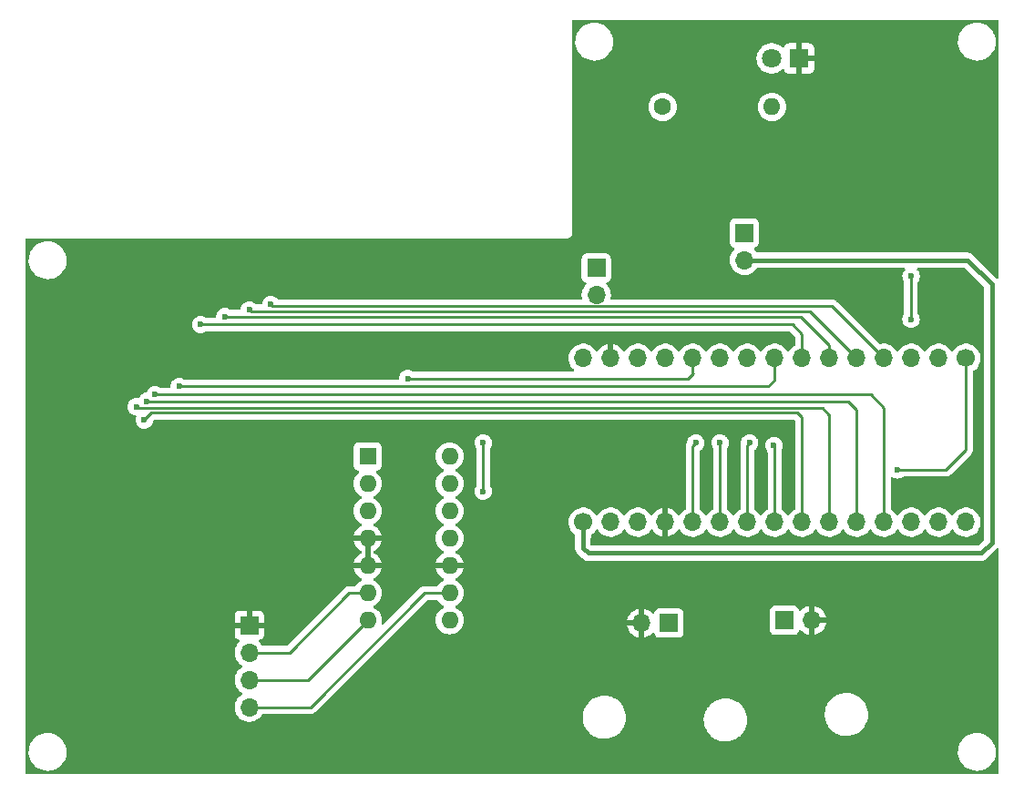
<source format=gbr>
%TF.GenerationSoftware,KiCad,Pcbnew,(6.0.1)*%
%TF.CreationDate,2022-09-26T20:39:57+01:00*%
%TF.ProjectId,psp-bluetooth,7073702d-626c-4756-9574-6f6f74682e6b,4*%
%TF.SameCoordinates,Original*%
%TF.FileFunction,Copper,L2,Bot*%
%TF.FilePolarity,Positive*%
%FSLAX46Y46*%
G04 Gerber Fmt 4.6, Leading zero omitted, Abs format (unit mm)*
G04 Created by KiCad (PCBNEW (6.0.1)) date 2022-09-26 20:39:57*
%MOMM*%
%LPD*%
G01*
G04 APERTURE LIST*
%TA.AperFunction,ComponentPad*%
%ADD10R,1.600000X1.600000*%
%TD*%
%TA.AperFunction,ComponentPad*%
%ADD11O,1.600000X1.600000*%
%TD*%
%TA.AperFunction,ComponentPad*%
%ADD12R,1.700000X1.700000*%
%TD*%
%TA.AperFunction,ComponentPad*%
%ADD13O,1.700000X1.700000*%
%TD*%
%TA.AperFunction,ComponentPad*%
%ADD14C,1.600000*%
%TD*%
%TA.AperFunction,ComponentPad*%
%ADD15C,1.700000*%
%TD*%
%TA.AperFunction,ComponentPad*%
%ADD16R,1.800000X1.800000*%
%TD*%
%TA.AperFunction,ComponentPad*%
%ADD17C,1.800000*%
%TD*%
%TA.AperFunction,ViaPad*%
%ADD18C,0.600000*%
%TD*%
%TA.AperFunction,Conductor*%
%ADD19C,0.400000*%
%TD*%
%TA.AperFunction,Conductor*%
%ADD20C,0.250000*%
%TD*%
G04 APERTURE END LIST*
D10*
%TO.P,U1,1,~{CS}*%
%TO.N,/10(\u002A\u002A{slash}SS)*%
X141500000Y-66500000D03*
D11*
%TO.P,U1,2,SCK*%
%TO.N,/13(SCK)*%
X141500000Y-69040000D03*
%TO.P,U1,3,SDI*%
%TO.N,/11(\u002A\u002A{slash}MOSI)*%
X141500000Y-71580000D03*
%TO.P,U1,4,VSS*%
%TO.N,GND*%
X141500000Y-74120000D03*
%TO.P,U1,5,P1B*%
X141500000Y-76660000D03*
%TO.P,U1,6,P1W*%
%TO.N,/P1W*%
X141500000Y-79200000D03*
%TO.P,U1,7,P1A*%
%TO.N,/P0A{slash}P1A*%
X141500000Y-81740000D03*
%TO.P,U1,8,P0A*%
X149120000Y-81740000D03*
%TO.P,U1,9,P0W*%
%TO.N,/P0W*%
X149120000Y-79200000D03*
%TO.P,U1,10,P0B*%
%TO.N,GND*%
X149120000Y-76660000D03*
%TO.P,U1,11,~{WP}*%
%TO.N,unconnected-(U1-Pad11)*%
X149120000Y-74120000D03*
%TO.P,U1,12,~{SHDN}*%
%TO.N,unconnected-(U1-Pad12)*%
X149120000Y-71580000D03*
%TO.P,U1,13,SDO*%
%TO.N,/12(MISO)*%
X149120000Y-69040000D03*
%TO.P,U1,14,VDD*%
%TO.N,+3V3*%
X149120000Y-66500000D03*
%TD*%
D12*
%TO.P,J2,1,Pin_1*%
%TO.N,Net-(J8-Pad1)*%
X169500000Y-82000000D03*
D13*
%TO.P,J2,2,Pin_2*%
%TO.N,GND*%
X166960000Y-82000000D03*
%TD*%
D12*
%TO.P,J7,1,Pin_1*%
%TO.N,Net-(J7-Pad1)*%
X176500000Y-45725000D03*
D13*
%TO.P,J7,2,Pin_2*%
%TO.N,/1(Tx)*%
X176500000Y-48265000D03*
%TD*%
D14*
%TO.P,R1,1*%
%TO.N,Net-(J7-Pad1)*%
X168920000Y-34000000D03*
D11*
%TO.P,R1,2*%
%TO.N,Net-(D1-Pad2)*%
X179080000Y-34000000D03*
%TD*%
D12*
%TO.P,J4,1,Pin_1*%
%TO.N,GND*%
X130500000Y-82200000D03*
D13*
%TO.P,J4,2,Pin_2*%
%TO.N,/P1W*%
X130500000Y-84740000D03*
%TO.P,J4,3,Pin_3*%
%TO.N,/P0A{slash}P1A*%
X130500000Y-87280000D03*
%TO.P,J4,4,Pin_4*%
%TO.N,/P0W*%
X130500000Y-89820000D03*
%TD*%
D12*
%TO.P,J3,1,Pin_1*%
%TO.N,Net-(J8-Pad1)*%
X180225000Y-81750000D03*
D13*
%TO.P,J3,2,Pin_2*%
%TO.N,GND*%
X182765000Y-81750000D03*
%TD*%
D15*
%TO.P,J1,1,D13*%
%TO.N,/13(SCK)*%
X197105000Y-57380000D03*
D13*
%TO.P,J1,2,+3.3v*%
%TO.N,+3V3*%
X194565000Y-57380000D03*
%TO.P,J1,3,AREF*%
%TO.N,unconnected-(J1-Pad3)*%
X192025000Y-57380000D03*
%TO.P,J1,4,D14*%
%TO.N,/A0 (D14)*%
X189485000Y-57380000D03*
%TO.P,J1,5,D15*%
%TO.N,/A1 (D15)*%
X186945000Y-57380000D03*
%TO.P,J1,6,D16~*%
%TO.N,/A2 (D16)*%
X184405000Y-57380000D03*
%TO.P,J1,7,D17~*%
%TO.N,/A3 (D17)*%
X181865000Y-57380000D03*
%TO.P,J1,8,D18*%
%TO.N,/A4 (D18)*%
X179325000Y-57380000D03*
%TO.P,J1,9,D19~*%
%TO.N,/A5 (D19)*%
X176785000Y-57380000D03*
%TO.P,J1,10,D20*%
%TO.N,/A6 (D20)*%
X174245000Y-57380000D03*
%TO.P,J1,11,D21*%
%TO.N,/A7 (D21)*%
X171705000Y-57380000D03*
%TO.P,J1,12,+5v*%
%TO.N,+5V*%
X169165000Y-57380000D03*
%TO.P,J1,13,~{RESET}*%
%TO.N,unconnected-(J1-Pad13)*%
X166625000Y-57380000D03*
%TO.P,J1,14,GND*%
%TO.N,GND*%
X164085000Y-57380000D03*
%TO.P,J1,15,VIN*%
%TO.N,VIN*%
X161545000Y-57380000D03*
D15*
%TO.P,J1,16,TX*%
%TO.N,/1(Tx)*%
X161545000Y-72620000D03*
D13*
%TO.P,J1,17,RX*%
%TO.N,/0(Rx)*%
X164085000Y-72620000D03*
%TO.P,J1,18,~{RESET}*%
%TO.N,unconnected-(J1-Pad18)*%
X166625000Y-72620000D03*
%TO.P,J1,19,GND*%
%TO.N,GND*%
X169165000Y-72620000D03*
%TO.P,J1,20,D2~*%
%TO.N,/2*%
X171705000Y-72620000D03*
%TO.P,J1,21,D3~*%
%TO.N,/3(\u002A\u002A)*%
X174245000Y-72620000D03*
%TO.P,J1,22,D4*%
%TO.N,/4*%
X176785000Y-72620000D03*
%TO.P,J1,23,D5~*%
%TO.N,/5(\u002A\u002A)*%
X179325000Y-72620000D03*
%TO.P,J1,24,D6~*%
%TO.N,/6(\u002A\u002A)*%
X181865000Y-72620000D03*
%TO.P,J1,25,D7*%
%TO.N,/7*%
X184405000Y-72620000D03*
%TO.P,J1,26,D8*%
%TO.N,/8*%
X186945000Y-72620000D03*
%TO.P,J1,27,D9~*%
%TO.N,/9(\u002A\u002A)*%
X189485000Y-72620000D03*
%TO.P,J1,28,D10~*%
%TO.N,/10(\u002A\u002A{slash}SS)*%
X192025000Y-72620000D03*
%TO.P,J1,29,D11~*%
%TO.N,/11(\u002A\u002A{slash}MOSI)*%
X194565000Y-72620000D03*
%TO.P,J1,30,D12~*%
%TO.N,/12(MISO)*%
X197105000Y-72620000D03*
%TD*%
D16*
%TO.P,D1,1,K*%
%TO.N,GND*%
X181590000Y-29495000D03*
D17*
%TO.P,D1,2,A*%
%TO.N,Net-(D1-Pad2)*%
X179050000Y-29495000D03*
%TD*%
D12*
%TO.P,J8,1,Pin_1*%
%TO.N,Net-(J8-Pad1)*%
X162750000Y-48975000D03*
D13*
%TO.P,J8,2,Pin_2*%
%TO.N,VIN*%
X162750000Y-51515000D03*
%TD*%
D18*
%TO.N,GND*%
X133250000Y-76750000D03*
X120250000Y-79250000D03*
X143750000Y-57250000D03*
%TO.N,/2*%
X172000000Y-65250000D03*
%TO.N,/3(\u002A\u002A)*%
X174250000Y-65250000D03*
%TO.N,/4*%
X177000000Y-65250000D03*
%TO.N,/5(\u002A\u002A)*%
X179250000Y-65500000D03*
%TO.N,/6(\u002A\u002A)*%
X120750000Y-63123549D03*
%TO.N,/7*%
X120000000Y-61874538D03*
%TO.N,/8*%
X121000000Y-61374411D03*
%TO.N,/9(\u002A\u002A)*%
X121750000Y-60750000D03*
%TO.N,/A4 (D18)*%
X124000000Y-60000000D03*
%TO.N,/A0 (D14)*%
X132500000Y-52375500D03*
%TO.N,/A1 (D15)*%
X130500000Y-52875500D03*
%TO.N,/A2 (D16)*%
X128250000Y-53500000D03*
%TO.N,/A3 (D17)*%
X126000000Y-54250000D03*
%TO.N,/13(SCK)*%
X190750000Y-67750000D03*
%TO.N,/10(\u002A\u002A{slash}SS)*%
X152250000Y-65250000D03*
X152250000Y-69750000D03*
%TO.N,/A7 (D21)*%
X145250000Y-59250000D03*
%TO.N,/A6 (D20)*%
X192000000Y-49750000D03*
X192000000Y-53750000D03*
%TD*%
D19*
%TO.N,/1(Tx)*%
X199500000Y-50500000D02*
X197265000Y-48265000D01*
X161545000Y-72620000D02*
X161545000Y-73955000D01*
X161545000Y-73955000D02*
X161500000Y-74000000D01*
X197265000Y-48265000D02*
X176500000Y-48265000D01*
X199500000Y-74500000D02*
X199500000Y-50500000D01*
X161500000Y-74000000D02*
X161500000Y-75000000D01*
X161500000Y-75000000D02*
X162000000Y-75500000D01*
X198500000Y-75500000D02*
X199500000Y-74500000D01*
X162000000Y-75500000D02*
X198500000Y-75500000D01*
D20*
%TO.N,/2*%
X172000000Y-65250000D02*
X171705000Y-65545000D01*
X171705000Y-65545000D02*
X171705000Y-72620000D01*
%TO.N,/3(\u002A\u002A)*%
X174250000Y-65250000D02*
X174245000Y-65255000D01*
X174245000Y-65255000D02*
X174245000Y-72620000D01*
%TO.N,/4*%
X176785000Y-72620000D02*
X176785000Y-65465000D01*
X176785000Y-65465000D02*
X177000000Y-65250000D01*
%TO.N,/5(\u002A\u002A)*%
X179250000Y-65500000D02*
X179325000Y-65575000D01*
X179325000Y-65575000D02*
X179325000Y-72620000D01*
%TO.N,/6(\u002A\u002A)*%
X181449520Y-62449520D02*
X121424029Y-62449520D01*
X181865000Y-62865000D02*
X181449520Y-62449520D01*
X121424029Y-62449520D02*
X120750000Y-63123549D01*
X181865000Y-72620000D02*
X181865000Y-62865000D01*
%TO.N,/7*%
X120000000Y-61874538D02*
X120125462Y-62000000D01*
X184405000Y-62655000D02*
X184405000Y-72620000D01*
X120125462Y-62000000D02*
X183750000Y-62000000D01*
X183750000Y-62000000D02*
X184405000Y-62655000D01*
%TO.N,/8*%
X121000000Y-61374411D02*
X121000100Y-61374511D01*
X186124511Y-61374511D02*
X186945000Y-62195000D01*
X186945000Y-62195000D02*
X186945000Y-72620000D01*
X121000100Y-61374511D02*
X186124511Y-61374511D01*
%TO.N,/9(\u002A\u002A)*%
X121750000Y-60750000D02*
X188250000Y-60750000D01*
X188250000Y-60750000D02*
X189500000Y-62000000D01*
X189500000Y-62000000D02*
X189485000Y-62015000D01*
X189485000Y-62015000D02*
X189485000Y-72620000D01*
%TO.N,/A4 (D18)*%
X179325000Y-59425000D02*
X179325000Y-57380000D01*
X124000000Y-60000000D02*
X178750000Y-60000000D01*
X178750000Y-60000000D02*
X179325000Y-59425000D01*
%TO.N,/A0 (D14)*%
X189485000Y-57380000D02*
X184655480Y-52550480D01*
X181000000Y-52550480D02*
X132674980Y-52550480D01*
X184655480Y-52550480D02*
X181000000Y-52550480D01*
X132674980Y-52550480D02*
X132500000Y-52375500D01*
%TO.N,/A1 (D15)*%
X130624500Y-53000000D02*
X130500000Y-52875500D01*
X177750000Y-53000000D02*
X130624500Y-53000000D01*
X182565000Y-53000000D02*
X177750000Y-53000000D01*
X186945000Y-57380000D02*
X182565000Y-53000000D01*
%TO.N,/A2 (D16)*%
X181727081Y-53500000D02*
X165000000Y-53500000D01*
X184405000Y-56177919D02*
X181727081Y-53500000D01*
X184405000Y-57380000D02*
X184405000Y-56177919D01*
X165000000Y-53500000D02*
X128250000Y-53500000D01*
%TO.N,/A3 (D17)*%
X181865000Y-55115000D02*
X181865000Y-57380000D01*
X181000000Y-54250000D02*
X181865000Y-55115000D01*
X126000000Y-54250000D02*
X181000000Y-54250000D01*
%TO.N,/13(SCK)*%
X197105000Y-65895000D02*
X197105000Y-57380000D01*
X195250000Y-67750000D02*
X197105000Y-65895000D01*
X190750000Y-67750000D02*
X195250000Y-67750000D01*
%TO.N,/10(\u002A\u002A{slash}SS)*%
X152250000Y-65250000D02*
X152250000Y-69750000D01*
%TO.N,/A7 (D21)*%
X145250000Y-59250000D02*
X171250000Y-59250000D01*
X171750000Y-58750000D02*
X171705000Y-58705000D01*
X171250000Y-59250000D02*
X171750000Y-58750000D01*
X171705000Y-58705000D02*
X171705000Y-57380000D01*
%TO.N,/P1W*%
X134260000Y-84740000D02*
X130500000Y-84740000D01*
X139800000Y-79200000D02*
X134260000Y-84740000D01*
X141500000Y-79200000D02*
X139800000Y-79200000D01*
%TO.N,/P0A{slash}P1A*%
X141500000Y-81740000D02*
X135960000Y-87280000D01*
X135960000Y-87280000D02*
X130500000Y-87280000D01*
%TO.N,/P0W*%
X146800000Y-79200000D02*
X136180000Y-89820000D01*
X136180000Y-89820000D02*
X130500000Y-89820000D01*
X149120000Y-79200000D02*
X146800000Y-79200000D01*
%TO.N,/A6 (D20)*%
X192000000Y-53750000D02*
X192000000Y-49750000D01*
%TD*%
%TA.AperFunction,Conductor*%
%TO.N,GND*%
G36*
X200094121Y-25928002D02*
G01*
X200140614Y-25981658D01*
X200152000Y-26034000D01*
X200152000Y-49845840D01*
X200131998Y-49913961D01*
X200078342Y-49960454D01*
X200008068Y-49970558D01*
X199943488Y-49941064D01*
X199936905Y-49934935D01*
X197786450Y-47784480D01*
X197780596Y-47778215D01*
X197780201Y-47777762D01*
X197742561Y-47734615D01*
X197690280Y-47697871D01*
X197684986Y-47693939D01*
X197640693Y-47659209D01*
X197634718Y-47654524D01*
X197627802Y-47651401D01*
X197625516Y-47650017D01*
X197610835Y-47641643D01*
X197608475Y-47640378D01*
X197602261Y-47636010D01*
X197595182Y-47633250D01*
X197595180Y-47633249D01*
X197542725Y-47612798D01*
X197536656Y-47610247D01*
X197478427Y-47583955D01*
X197470960Y-47582571D01*
X197468405Y-47581770D01*
X197452152Y-47577141D01*
X197449572Y-47576478D01*
X197442491Y-47573718D01*
X197434960Y-47572727D01*
X197434958Y-47572726D01*
X197405339Y-47568827D01*
X197379139Y-47565378D01*
X197372641Y-47564348D01*
X197309814Y-47552704D01*
X197302234Y-47553141D01*
X197302233Y-47553141D01*
X197247608Y-47556291D01*
X197240354Y-47556500D01*
X177728286Y-47556500D01*
X177660165Y-47536498D01*
X177622494Y-47498941D01*
X177582818Y-47437612D01*
X177580014Y-47433277D01*
X177576532Y-47429450D01*
X177432798Y-47271488D01*
X177401746Y-47207642D01*
X177410141Y-47137143D01*
X177455317Y-47082375D01*
X177481761Y-47068706D01*
X177588297Y-47028767D01*
X177596705Y-47025615D01*
X177713261Y-46938261D01*
X177800615Y-46821705D01*
X177851745Y-46685316D01*
X177858500Y-46623134D01*
X177858500Y-44826866D01*
X177851745Y-44764684D01*
X177800615Y-44628295D01*
X177713261Y-44511739D01*
X177596705Y-44424385D01*
X177460316Y-44373255D01*
X177398134Y-44366500D01*
X175601866Y-44366500D01*
X175539684Y-44373255D01*
X175403295Y-44424385D01*
X175286739Y-44511739D01*
X175199385Y-44628295D01*
X175148255Y-44764684D01*
X175141500Y-44826866D01*
X175141500Y-46623134D01*
X175148255Y-46685316D01*
X175199385Y-46821705D01*
X175286739Y-46938261D01*
X175403295Y-47025615D01*
X175411704Y-47028767D01*
X175411705Y-47028768D01*
X175520451Y-47069535D01*
X175577216Y-47112176D01*
X175601916Y-47178738D01*
X175586709Y-47248087D01*
X175567316Y-47274568D01*
X175440629Y-47407138D01*
X175314743Y-47591680D01*
X175289156Y-47646803D01*
X175225249Y-47784480D01*
X175220688Y-47794305D01*
X175160989Y-48009570D01*
X175137251Y-48231695D01*
X175137548Y-48236848D01*
X175137548Y-48236851D01*
X175145090Y-48367655D01*
X175150110Y-48454715D01*
X175151247Y-48459761D01*
X175151248Y-48459767D01*
X175175304Y-48566508D01*
X175199222Y-48672639D01*
X175283266Y-48879616D01*
X175285965Y-48884020D01*
X175385936Y-49047158D01*
X175399987Y-49070088D01*
X175546250Y-49238938D01*
X175718126Y-49381632D01*
X175911000Y-49494338D01*
X176119692Y-49574030D01*
X176124760Y-49575061D01*
X176124763Y-49575062D01*
X176232017Y-49596883D01*
X176338597Y-49618567D01*
X176343772Y-49618757D01*
X176343774Y-49618757D01*
X176556673Y-49626564D01*
X176556677Y-49626564D01*
X176561837Y-49626753D01*
X176566957Y-49626097D01*
X176566959Y-49626097D01*
X176778288Y-49599025D01*
X176778289Y-49599025D01*
X176783416Y-49598368D01*
X176788366Y-49596883D01*
X176992429Y-49535661D01*
X176992434Y-49535659D01*
X176997384Y-49534174D01*
X177197994Y-49435896D01*
X177379860Y-49306173D01*
X177441625Y-49244624D01*
X177534435Y-49152137D01*
X177538096Y-49148489D01*
X177626132Y-49025974D01*
X177682127Y-48982326D01*
X177728455Y-48973500D01*
X191328562Y-48973500D01*
X191396683Y-48993502D01*
X191443176Y-49047158D01*
X191453280Y-49117432D01*
X191423786Y-49182012D01*
X191416721Y-49189522D01*
X191369493Y-49235771D01*
X191271235Y-49388238D01*
X191268826Y-49394858D01*
X191268824Y-49394861D01*
X191220181Y-49528506D01*
X191209197Y-49558685D01*
X191186463Y-49738640D01*
X191204163Y-49919160D01*
X191261418Y-50091273D01*
X191265065Y-50097295D01*
X191265066Y-50097297D01*
X191348276Y-50234694D01*
X191366500Y-50299965D01*
X191366500Y-53203331D01*
X191346411Y-53271586D01*
X191275054Y-53382310D01*
X191275050Y-53382319D01*
X191271235Y-53388238D01*
X191268826Y-53394858D01*
X191268825Y-53394859D01*
X191222365Y-53522506D01*
X191209197Y-53558685D01*
X191186463Y-53738640D01*
X191204163Y-53919160D01*
X191261418Y-54091273D01*
X191265065Y-54097295D01*
X191265066Y-54097297D01*
X191275978Y-54115314D01*
X191355380Y-54246424D01*
X191481382Y-54376902D01*
X191633159Y-54476222D01*
X191639763Y-54478678D01*
X191639765Y-54478679D01*
X191796558Y-54536990D01*
X191796560Y-54536990D01*
X191803168Y-54539448D01*
X191886995Y-54550633D01*
X191975980Y-54562507D01*
X191975984Y-54562507D01*
X191982961Y-54563438D01*
X191989972Y-54562800D01*
X191989976Y-54562800D01*
X192132459Y-54549832D01*
X192163600Y-54546998D01*
X192170302Y-54544820D01*
X192170304Y-54544820D01*
X192329409Y-54493124D01*
X192329412Y-54493123D01*
X192336108Y-54490947D01*
X192456532Y-54419160D01*
X192485860Y-54401677D01*
X192485862Y-54401676D01*
X192491912Y-54398069D01*
X192623266Y-54272982D01*
X192723643Y-54121902D01*
X192788055Y-53952338D01*
X192789035Y-53945366D01*
X192812748Y-53776639D01*
X192812748Y-53776636D01*
X192813299Y-53772717D01*
X192813616Y-53750000D01*
X192793397Y-53569745D01*
X192790037Y-53560097D01*
X192736064Y-53405106D01*
X192736062Y-53405103D01*
X192733745Y-53398448D01*
X192682023Y-53315675D01*
X192652646Y-53268661D01*
X192633500Y-53201892D01*
X192633500Y-50295620D01*
X192654552Y-50225893D01*
X192656069Y-50223610D01*
X192723643Y-50121902D01*
X192788055Y-49952338D01*
X192789131Y-49944684D01*
X192812748Y-49776639D01*
X192812748Y-49776636D01*
X192813299Y-49772717D01*
X192813616Y-49750000D01*
X192793397Y-49569745D01*
X192791058Y-49563029D01*
X192736064Y-49405106D01*
X192736062Y-49405103D01*
X192733745Y-49398448D01*
X192637626Y-49244624D01*
X192581678Y-49188284D01*
X192547871Y-49125853D01*
X192553183Y-49055056D01*
X192595928Y-48998369D01*
X192662534Y-48973790D01*
X192671084Y-48973500D01*
X196919340Y-48973500D01*
X196987461Y-48993502D01*
X197008435Y-49010405D01*
X198754595Y-50756566D01*
X198788621Y-50818878D01*
X198791500Y-50845661D01*
X198791500Y-74154338D01*
X198771498Y-74222459D01*
X198754596Y-74243433D01*
X198243435Y-74754595D01*
X198181122Y-74788620D01*
X198154339Y-74791500D01*
X162345660Y-74791500D01*
X162277539Y-74771498D01*
X162256565Y-74754595D01*
X162245405Y-74743435D01*
X162211379Y-74681123D01*
X162208500Y-74654340D01*
X162208500Y-74234412D01*
X162219663Y-74182563D01*
X162222918Y-74175354D01*
X162222920Y-74175346D01*
X162226045Y-74168426D01*
X162227428Y-74160964D01*
X162228227Y-74158414D01*
X162232867Y-74142122D01*
X162233523Y-74139567D01*
X162236282Y-74132491D01*
X162244621Y-74069149D01*
X162245653Y-74062633D01*
X162255912Y-74007280D01*
X162257296Y-73999813D01*
X162253709Y-73937602D01*
X162253500Y-73930349D01*
X162253500Y-73848297D01*
X162273502Y-73780176D01*
X162306332Y-73745718D01*
X162420656Y-73664172D01*
X162420659Y-73664170D01*
X162424860Y-73661173D01*
X162583096Y-73503489D01*
X162615070Y-73458993D01*
X162713453Y-73322077D01*
X162714776Y-73323028D01*
X162761645Y-73279857D01*
X162831580Y-73267625D01*
X162897026Y-73295144D01*
X162924875Y-73326994D01*
X162984987Y-73425088D01*
X163131250Y-73593938D01*
X163303126Y-73736632D01*
X163496000Y-73849338D01*
X163500825Y-73851180D01*
X163500826Y-73851181D01*
X163529229Y-73862027D01*
X163704692Y-73929030D01*
X163709760Y-73930061D01*
X163709763Y-73930062D01*
X163804862Y-73949410D01*
X163923597Y-73973567D01*
X163928772Y-73973757D01*
X163928774Y-73973757D01*
X164141673Y-73981564D01*
X164141677Y-73981564D01*
X164146837Y-73981753D01*
X164151957Y-73981097D01*
X164151959Y-73981097D01*
X164363288Y-73954025D01*
X164363289Y-73954025D01*
X164368416Y-73953368D01*
X164373366Y-73951883D01*
X164577429Y-73890661D01*
X164577434Y-73890659D01*
X164582384Y-73889174D01*
X164782994Y-73790896D01*
X164964860Y-73661173D01*
X165123096Y-73503489D01*
X165155070Y-73458993D01*
X165253453Y-73322077D01*
X165254776Y-73323028D01*
X165301645Y-73279857D01*
X165371580Y-73267625D01*
X165437026Y-73295144D01*
X165464875Y-73326994D01*
X165524987Y-73425088D01*
X165671250Y-73593938D01*
X165843126Y-73736632D01*
X166036000Y-73849338D01*
X166040825Y-73851180D01*
X166040826Y-73851181D01*
X166069229Y-73862027D01*
X166244692Y-73929030D01*
X166249760Y-73930061D01*
X166249763Y-73930062D01*
X166344862Y-73949410D01*
X166463597Y-73973567D01*
X166468772Y-73973757D01*
X166468774Y-73973757D01*
X166681673Y-73981564D01*
X166681677Y-73981564D01*
X166686837Y-73981753D01*
X166691957Y-73981097D01*
X166691959Y-73981097D01*
X166903288Y-73954025D01*
X166903289Y-73954025D01*
X166908416Y-73953368D01*
X166913366Y-73951883D01*
X167117429Y-73890661D01*
X167117434Y-73890659D01*
X167122384Y-73889174D01*
X167322994Y-73790896D01*
X167504860Y-73661173D01*
X167663096Y-73503489D01*
X167695070Y-73458993D01*
X167793453Y-73322077D01*
X167794640Y-73322930D01*
X167841960Y-73279362D01*
X167911897Y-73267145D01*
X167977338Y-73294678D01*
X168005166Y-73326511D01*
X168062694Y-73420388D01*
X168068777Y-73428699D01*
X168208213Y-73589667D01*
X168215580Y-73596883D01*
X168379434Y-73732916D01*
X168387881Y-73738831D01*
X168571756Y-73846279D01*
X168581042Y-73850729D01*
X168780001Y-73926703D01*
X168789899Y-73929579D01*
X168893250Y-73950606D01*
X168907299Y-73949410D01*
X168911000Y-73939065D01*
X168911000Y-71303102D01*
X168907082Y-71289758D01*
X168892806Y-71287771D01*
X168854324Y-71293660D01*
X168844288Y-71296051D01*
X168641868Y-71362212D01*
X168632359Y-71366209D01*
X168443463Y-71464542D01*
X168434738Y-71470036D01*
X168264433Y-71597905D01*
X168256726Y-71604748D01*
X168109590Y-71758717D01*
X168103109Y-71766722D01*
X167998498Y-71920074D01*
X167943587Y-71965076D01*
X167873062Y-71973247D01*
X167809315Y-71941993D01*
X167788618Y-71917509D01*
X167707822Y-71792617D01*
X167707820Y-71792614D01*
X167705014Y-71788277D01*
X167554670Y-71623051D01*
X167550619Y-71619852D01*
X167550615Y-71619848D01*
X167383414Y-71487800D01*
X167383410Y-71487798D01*
X167379359Y-71484598D01*
X167374831Y-71482098D01*
X167258988Y-71418150D01*
X167183789Y-71376638D01*
X167178920Y-71374914D01*
X167178916Y-71374912D01*
X166978087Y-71303795D01*
X166978083Y-71303794D01*
X166973212Y-71302069D01*
X166968119Y-71301162D01*
X166968116Y-71301161D01*
X166758373Y-71263800D01*
X166758367Y-71263799D01*
X166753284Y-71262894D01*
X166679452Y-71261992D01*
X166535081Y-71260228D01*
X166535079Y-71260228D01*
X166529911Y-71260165D01*
X166309091Y-71293955D01*
X166096756Y-71363357D01*
X166019853Y-71403390D01*
X165922975Y-71453822D01*
X165898607Y-71466507D01*
X165894474Y-71469610D01*
X165894471Y-71469612D01*
X165870247Y-71487800D01*
X165719965Y-71600635D01*
X165565629Y-71762138D01*
X165458201Y-71919621D01*
X165403293Y-71964621D01*
X165332768Y-71972792D01*
X165269021Y-71941538D01*
X165248324Y-71917054D01*
X165167822Y-71792617D01*
X165167820Y-71792614D01*
X165165014Y-71788277D01*
X165014670Y-71623051D01*
X165010619Y-71619852D01*
X165010615Y-71619848D01*
X164843414Y-71487800D01*
X164843410Y-71487798D01*
X164839359Y-71484598D01*
X164834831Y-71482098D01*
X164718988Y-71418150D01*
X164643789Y-71376638D01*
X164638920Y-71374914D01*
X164638916Y-71374912D01*
X164438087Y-71303795D01*
X164438083Y-71303794D01*
X164433212Y-71302069D01*
X164428119Y-71301162D01*
X164428116Y-71301161D01*
X164218373Y-71263800D01*
X164218367Y-71263799D01*
X164213284Y-71262894D01*
X164139452Y-71261992D01*
X163995081Y-71260228D01*
X163995079Y-71260228D01*
X163989911Y-71260165D01*
X163769091Y-71293955D01*
X163556756Y-71363357D01*
X163479853Y-71403390D01*
X163382975Y-71453822D01*
X163358607Y-71466507D01*
X163354474Y-71469610D01*
X163354471Y-71469612D01*
X163330247Y-71487800D01*
X163179965Y-71600635D01*
X163025629Y-71762138D01*
X162918201Y-71919621D01*
X162863293Y-71964621D01*
X162792768Y-71972792D01*
X162729021Y-71941538D01*
X162708324Y-71917054D01*
X162627822Y-71792617D01*
X162627820Y-71792614D01*
X162625014Y-71788277D01*
X162474670Y-71623051D01*
X162470619Y-71619852D01*
X162470615Y-71619848D01*
X162303414Y-71487800D01*
X162303410Y-71487798D01*
X162299359Y-71484598D01*
X162294831Y-71482098D01*
X162178988Y-71418150D01*
X162103789Y-71376638D01*
X162098920Y-71374914D01*
X162098916Y-71374912D01*
X161898087Y-71303795D01*
X161898083Y-71303794D01*
X161893212Y-71302069D01*
X161888119Y-71301162D01*
X161888116Y-71301161D01*
X161678373Y-71263800D01*
X161678367Y-71263799D01*
X161673284Y-71262894D01*
X161599452Y-71261992D01*
X161455081Y-71260228D01*
X161455079Y-71260228D01*
X161449911Y-71260165D01*
X161229091Y-71293955D01*
X161016756Y-71363357D01*
X160939853Y-71403390D01*
X160842975Y-71453822D01*
X160818607Y-71466507D01*
X160814474Y-71469610D01*
X160814471Y-71469612D01*
X160790247Y-71487800D01*
X160639965Y-71600635D01*
X160485629Y-71762138D01*
X160359743Y-71946680D01*
X160265688Y-72149305D01*
X160205989Y-72364570D01*
X160182251Y-72586695D01*
X160182548Y-72591848D01*
X160182548Y-72591851D01*
X160194812Y-72804547D01*
X160195110Y-72809715D01*
X160196247Y-72814761D01*
X160196248Y-72814767D01*
X160216119Y-72902939D01*
X160244222Y-73027639D01*
X160328266Y-73234616D01*
X160379019Y-73317438D01*
X160442291Y-73420688D01*
X160444987Y-73425088D01*
X160591250Y-73593938D01*
X160683779Y-73670757D01*
X160760902Y-73734786D01*
X160800537Y-73793689D01*
X160805339Y-73848175D01*
X160803516Y-73862027D01*
X160800379Y-73885852D01*
X160799348Y-73892359D01*
X160787704Y-73955186D01*
X160788141Y-73962766D01*
X160788141Y-73962767D01*
X160791291Y-74017392D01*
X160791500Y-74024646D01*
X160791500Y-74971088D01*
X160791208Y-74979658D01*
X160788567Y-75018405D01*
X160787275Y-75037352D01*
X160788580Y-75044829D01*
X160788580Y-75044830D01*
X160798261Y-75100299D01*
X160799223Y-75106821D01*
X160806898Y-75170242D01*
X160809581Y-75177343D01*
X160810222Y-75179952D01*
X160814685Y-75196262D01*
X160815450Y-75198798D01*
X160816757Y-75206284D01*
X160819811Y-75213241D01*
X160842442Y-75264795D01*
X160844933Y-75270899D01*
X160867513Y-75330656D01*
X160871817Y-75336919D01*
X160873054Y-75339285D01*
X160881299Y-75354097D01*
X160882632Y-75356351D01*
X160885685Y-75363305D01*
X160905615Y-75389277D01*
X160924579Y-75413991D01*
X160928459Y-75419332D01*
X160960339Y-75465720D01*
X160960344Y-75465725D01*
X160964643Y-75471981D01*
X160970313Y-75477032D01*
X160970314Y-75477034D01*
X161011170Y-75513435D01*
X161016446Y-75518416D01*
X161478550Y-75980520D01*
X161484404Y-75986785D01*
X161522439Y-76030385D01*
X161528657Y-76034755D01*
X161574697Y-76067112D01*
X161579993Y-76071045D01*
X161630282Y-76110477D01*
X161637204Y-76113602D01*
X161639452Y-76114964D01*
X161654185Y-76123368D01*
X161656524Y-76124622D01*
X161662739Y-76128990D01*
X161669815Y-76131749D01*
X161669819Y-76131751D01*
X161722269Y-76152200D01*
X161728334Y-76154749D01*
X161786573Y-76181045D01*
X161794038Y-76182429D01*
X161796582Y-76183226D01*
X161812848Y-76187859D01*
X161815428Y-76188521D01*
X161822509Y-76191282D01*
X161830042Y-76192274D01*
X161830043Y-76192274D01*
X161843261Y-76194014D01*
X161885857Y-76199622D01*
X161892355Y-76200650D01*
X161955187Y-76212296D01*
X161962767Y-76211859D01*
X161962768Y-76211859D01*
X162017393Y-76208709D01*
X162024647Y-76208500D01*
X198471088Y-76208500D01*
X198479658Y-76208792D01*
X198529776Y-76212209D01*
X198529780Y-76212209D01*
X198537352Y-76212725D01*
X198544829Y-76211420D01*
X198544830Y-76211420D01*
X198576189Y-76205947D01*
X198600303Y-76201738D01*
X198606821Y-76200777D01*
X198670242Y-76193102D01*
X198677343Y-76190419D01*
X198679952Y-76189778D01*
X198696262Y-76185315D01*
X198698798Y-76184550D01*
X198706284Y-76183243D01*
X198764800Y-76157556D01*
X198770904Y-76155065D01*
X198775319Y-76153397D01*
X198830656Y-76132487D01*
X198836919Y-76128183D01*
X198839285Y-76126946D01*
X198854097Y-76118701D01*
X198856351Y-76117368D01*
X198863305Y-76114315D01*
X198914002Y-76075413D01*
X198919332Y-76071541D01*
X198965720Y-76039661D01*
X198965725Y-76039656D01*
X198971981Y-76035357D01*
X199013436Y-75988829D01*
X199018416Y-75983554D01*
X199936905Y-75065065D01*
X199999217Y-75031039D01*
X200070032Y-75036104D01*
X200126868Y-75078651D01*
X200151679Y-75145171D01*
X200152000Y-75154160D01*
X200152000Y-95886000D01*
X200131998Y-95954121D01*
X200078342Y-96000614D01*
X200026000Y-96012000D01*
X109854000Y-96012000D01*
X109785879Y-95991998D01*
X109739386Y-95938342D01*
X109728000Y-95886000D01*
X109728000Y-94087655D01*
X109999858Y-94087655D01*
X110035104Y-94346638D01*
X110036412Y-94351124D01*
X110036412Y-94351126D01*
X110056098Y-94418664D01*
X110108243Y-94597567D01*
X110217668Y-94834928D01*
X110220231Y-94838837D01*
X110358410Y-95049596D01*
X110358414Y-95049601D01*
X110360976Y-95053509D01*
X110535018Y-95248506D01*
X110735970Y-95415637D01*
X110739973Y-95418066D01*
X110955422Y-95548804D01*
X110955426Y-95548806D01*
X110959419Y-95551229D01*
X111200455Y-95652303D01*
X111453783Y-95716641D01*
X111458434Y-95717109D01*
X111458438Y-95717110D01*
X111651308Y-95736531D01*
X111670867Y-95738500D01*
X111826354Y-95738500D01*
X111828679Y-95738327D01*
X111828685Y-95738327D01*
X112016000Y-95724407D01*
X112016004Y-95724406D01*
X112020652Y-95724061D01*
X112025200Y-95723032D01*
X112025206Y-95723031D01*
X112211601Y-95680853D01*
X112275577Y-95666377D01*
X112311769Y-95652303D01*
X112514824Y-95573340D01*
X112514827Y-95573339D01*
X112519177Y-95571647D01*
X112746098Y-95441951D01*
X112951357Y-95280138D01*
X113130443Y-95089763D01*
X113279424Y-94875009D01*
X113395025Y-94640593D01*
X113474707Y-94391665D01*
X113516721Y-94133693D01*
X113517324Y-94087655D01*
X196359858Y-94087655D01*
X196395104Y-94346638D01*
X196396412Y-94351124D01*
X196396412Y-94351126D01*
X196416098Y-94418664D01*
X196468243Y-94597567D01*
X196577668Y-94834928D01*
X196580231Y-94838837D01*
X196718410Y-95049596D01*
X196718414Y-95049601D01*
X196720976Y-95053509D01*
X196895018Y-95248506D01*
X197095970Y-95415637D01*
X197099973Y-95418066D01*
X197315422Y-95548804D01*
X197315426Y-95548806D01*
X197319419Y-95551229D01*
X197560455Y-95652303D01*
X197813783Y-95716641D01*
X197818434Y-95717109D01*
X197818438Y-95717110D01*
X198011308Y-95736531D01*
X198030867Y-95738500D01*
X198186354Y-95738500D01*
X198188679Y-95738327D01*
X198188685Y-95738327D01*
X198376000Y-95724407D01*
X198376004Y-95724406D01*
X198380652Y-95724061D01*
X198385200Y-95723032D01*
X198385206Y-95723031D01*
X198571601Y-95680853D01*
X198635577Y-95666377D01*
X198671769Y-95652303D01*
X198874824Y-95573340D01*
X198874827Y-95573339D01*
X198879177Y-95571647D01*
X199106098Y-95441951D01*
X199311357Y-95280138D01*
X199490443Y-95089763D01*
X199639424Y-94875009D01*
X199755025Y-94640593D01*
X199834707Y-94391665D01*
X199876721Y-94133693D01*
X199880142Y-93872345D01*
X199844896Y-93613362D01*
X199830473Y-93563877D01*
X199773068Y-93366932D01*
X199771757Y-93362433D01*
X199662332Y-93125072D01*
X199559479Y-92968195D01*
X199521590Y-92910404D01*
X199521586Y-92910399D01*
X199519024Y-92906491D01*
X199344982Y-92711494D01*
X199144030Y-92544363D01*
X199021515Y-92470019D01*
X198924578Y-92411196D01*
X198924574Y-92411194D01*
X198920581Y-92408771D01*
X198679545Y-92307697D01*
X198426217Y-92243359D01*
X198421566Y-92242891D01*
X198421562Y-92242890D01*
X198212271Y-92221816D01*
X198209133Y-92221500D01*
X198053646Y-92221500D01*
X198051321Y-92221673D01*
X198051315Y-92221673D01*
X197864000Y-92235593D01*
X197863996Y-92235594D01*
X197859348Y-92235939D01*
X197854800Y-92236968D01*
X197854794Y-92236969D01*
X197684939Y-92275404D01*
X197604423Y-92293623D01*
X197600071Y-92295315D01*
X197600069Y-92295316D01*
X197365176Y-92386660D01*
X197365173Y-92386661D01*
X197360823Y-92388353D01*
X197356769Y-92390670D01*
X197356767Y-92390671D01*
X197278492Y-92435409D01*
X197133902Y-92518049D01*
X196928643Y-92679862D01*
X196749557Y-92870237D01*
X196600576Y-93084991D01*
X196484975Y-93319407D01*
X196405293Y-93568335D01*
X196363279Y-93826307D01*
X196359858Y-94087655D01*
X113517324Y-94087655D01*
X113520142Y-93872345D01*
X113484896Y-93613362D01*
X113470473Y-93563877D01*
X113413068Y-93366932D01*
X113411757Y-93362433D01*
X113302332Y-93125072D01*
X113199479Y-92968195D01*
X113161590Y-92910404D01*
X113161586Y-92910399D01*
X113159024Y-92906491D01*
X112984982Y-92711494D01*
X112784030Y-92544363D01*
X112661515Y-92470019D01*
X112564578Y-92411196D01*
X112564574Y-92411194D01*
X112560581Y-92408771D01*
X112319545Y-92307697D01*
X112066217Y-92243359D01*
X112061566Y-92242891D01*
X112061562Y-92242890D01*
X111852271Y-92221816D01*
X111849133Y-92221500D01*
X111693646Y-92221500D01*
X111691321Y-92221673D01*
X111691315Y-92221673D01*
X111504000Y-92235593D01*
X111503996Y-92235594D01*
X111499348Y-92235939D01*
X111494800Y-92236968D01*
X111494794Y-92236969D01*
X111324939Y-92275404D01*
X111244423Y-92293623D01*
X111240071Y-92295315D01*
X111240069Y-92295316D01*
X111005176Y-92386660D01*
X111005173Y-92386661D01*
X111000823Y-92388353D01*
X110996769Y-92390670D01*
X110996767Y-92390671D01*
X110918492Y-92435409D01*
X110773902Y-92518049D01*
X110568643Y-92679862D01*
X110389557Y-92870237D01*
X110240576Y-93084991D01*
X110124975Y-93319407D01*
X110045293Y-93568335D01*
X110003279Y-93826307D01*
X109999858Y-94087655D01*
X109728000Y-94087655D01*
X109728000Y-89786695D01*
X129137251Y-89786695D01*
X129137548Y-89791848D01*
X129137548Y-89791851D01*
X129142505Y-89877824D01*
X129150110Y-90009715D01*
X129151247Y-90014761D01*
X129151248Y-90014767D01*
X129173515Y-90113569D01*
X129199222Y-90227639D01*
X129258547Y-90373741D01*
X129276662Y-90418351D01*
X129283266Y-90434616D01*
X129302816Y-90466518D01*
X129347565Y-90539542D01*
X129399987Y-90625088D01*
X129546250Y-90793938D01*
X129718126Y-90936632D01*
X129911000Y-91049338D01*
X130119692Y-91129030D01*
X130124760Y-91130061D01*
X130124763Y-91130062D01*
X130232017Y-91151883D01*
X130338597Y-91173567D01*
X130343772Y-91173757D01*
X130343774Y-91173757D01*
X130556673Y-91181564D01*
X130556677Y-91181564D01*
X130561837Y-91181753D01*
X130566957Y-91181097D01*
X130566959Y-91181097D01*
X130778288Y-91154025D01*
X130778289Y-91154025D01*
X130783416Y-91153368D01*
X130788366Y-91151883D01*
X130992429Y-91090661D01*
X130992434Y-91090659D01*
X130997384Y-91089174D01*
X131197994Y-90990896D01*
X131379860Y-90861173D01*
X131387166Y-90853893D01*
X131526757Y-90714788D01*
X131538096Y-90703489D01*
X131555166Y-90679733D01*
X161487822Y-90679733D01*
X161487975Y-90684121D01*
X161487975Y-90684127D01*
X161496706Y-90934127D01*
X161497625Y-90960458D01*
X161498387Y-90964781D01*
X161498388Y-90964788D01*
X161522164Y-91099624D01*
X161546402Y-91237087D01*
X161633203Y-91504235D01*
X161756340Y-91756702D01*
X161758795Y-91760341D01*
X161758798Y-91760347D01*
X161815064Y-91843764D01*
X161913415Y-91989576D01*
X162101371Y-92198322D01*
X162316550Y-92378879D01*
X162554764Y-92527731D01*
X162688484Y-92587267D01*
X162775594Y-92626051D01*
X162811375Y-92641982D01*
X162815603Y-92643194D01*
X162815602Y-92643194D01*
X163046945Y-92709530D01*
X163081390Y-92719407D01*
X163085740Y-92720018D01*
X163085743Y-92720019D01*
X163188690Y-92734487D01*
X163359552Y-92758500D01*
X163570146Y-92758500D01*
X163572332Y-92758347D01*
X163572336Y-92758347D01*
X163775827Y-92744118D01*
X163775832Y-92744117D01*
X163780212Y-92743811D01*
X164054970Y-92685409D01*
X164059099Y-92683906D01*
X164059103Y-92683905D01*
X164314781Y-92590846D01*
X164314785Y-92590844D01*
X164318926Y-92589337D01*
X164566942Y-92457464D01*
X164596042Y-92436322D01*
X164790629Y-92294947D01*
X164790632Y-92294944D01*
X164794192Y-92292358D01*
X164807491Y-92279516D01*
X164894947Y-92195060D01*
X164996252Y-92097231D01*
X165169188Y-91875882D01*
X165171384Y-91872078D01*
X165171389Y-91872071D01*
X165307435Y-91636431D01*
X165309636Y-91632619D01*
X165414862Y-91372176D01*
X165415928Y-91367901D01*
X165481753Y-91103893D01*
X165481754Y-91103888D01*
X165482817Y-91099624D01*
X165483916Y-91089174D01*
X165500673Y-90929733D01*
X172737822Y-90929733D01*
X172737975Y-90934121D01*
X172737975Y-90934127D01*
X172746623Y-91181753D01*
X172747625Y-91210458D01*
X172748387Y-91214781D01*
X172748388Y-91214788D01*
X172772164Y-91349624D01*
X172796402Y-91487087D01*
X172883203Y-91754235D01*
X173006340Y-92006702D01*
X173008795Y-92010341D01*
X173008798Y-92010347D01*
X173030390Y-92042358D01*
X173163415Y-92239576D01*
X173166360Y-92242847D01*
X173166361Y-92242848D01*
X173251376Y-92337267D01*
X173351371Y-92448322D01*
X173566550Y-92628879D01*
X173804764Y-92777731D01*
X173938484Y-92837267D01*
X174021176Y-92874084D01*
X174061375Y-92891982D01*
X174331390Y-92969407D01*
X174335740Y-92970018D01*
X174335743Y-92970019D01*
X174438690Y-92984487D01*
X174609552Y-93008500D01*
X174820146Y-93008500D01*
X174822332Y-93008347D01*
X174822336Y-93008347D01*
X175025827Y-92994118D01*
X175025832Y-92994117D01*
X175030212Y-92993811D01*
X175304970Y-92935409D01*
X175309099Y-92933906D01*
X175309103Y-92933905D01*
X175564781Y-92840846D01*
X175564785Y-92840844D01*
X175568926Y-92839337D01*
X175816942Y-92707464D01*
X175846042Y-92686322D01*
X176040629Y-92544947D01*
X176040632Y-92544944D01*
X176044192Y-92542358D01*
X176057491Y-92529516D01*
X176144947Y-92445060D01*
X176246252Y-92347231D01*
X176419188Y-92125882D01*
X176421384Y-92122078D01*
X176421389Y-92122071D01*
X176557435Y-91886431D01*
X176559636Y-91882619D01*
X176664862Y-91622176D01*
X176694268Y-91504235D01*
X176731753Y-91353893D01*
X176731754Y-91353888D01*
X176732817Y-91349624D01*
X176745100Y-91232764D01*
X176761719Y-91074636D01*
X176761719Y-91074633D01*
X176762178Y-91070267D01*
X176761512Y-91051181D01*
X176752529Y-90793939D01*
X176752528Y-90793933D01*
X176752375Y-90789542D01*
X176738431Y-90710458D01*
X176704360Y-90517236D01*
X176703598Y-90512913D01*
X176676571Y-90429733D01*
X183987822Y-90429733D01*
X183987975Y-90434121D01*
X183987975Y-90434127D01*
X183997382Y-90703489D01*
X183997625Y-90710458D01*
X183998387Y-90714781D01*
X183998388Y-90714788D01*
X184024200Y-90861173D01*
X184046402Y-90987087D01*
X184133203Y-91254235D01*
X184135131Y-91258188D01*
X184135133Y-91258193D01*
X184181810Y-91353893D01*
X184256340Y-91506702D01*
X184258795Y-91510341D01*
X184258798Y-91510347D01*
X184331344Y-91617901D01*
X184413415Y-91739576D01*
X184601371Y-91948322D01*
X184816550Y-92128879D01*
X185054764Y-92277731D01*
X185188484Y-92337267D01*
X185299422Y-92386660D01*
X185311375Y-92391982D01*
X185315603Y-92393194D01*
X185315602Y-92393194D01*
X185546945Y-92459530D01*
X185581390Y-92469407D01*
X185585740Y-92470018D01*
X185585743Y-92470019D01*
X185688690Y-92484487D01*
X185859552Y-92508500D01*
X186070146Y-92508500D01*
X186072332Y-92508347D01*
X186072336Y-92508347D01*
X186275827Y-92494118D01*
X186275832Y-92494117D01*
X186280212Y-92493811D01*
X186554970Y-92435409D01*
X186559099Y-92433906D01*
X186559103Y-92433905D01*
X186814781Y-92340846D01*
X186814785Y-92340844D01*
X186818926Y-92339337D01*
X187066942Y-92207464D01*
X187171896Y-92131211D01*
X187290629Y-92044947D01*
X187290632Y-92044944D01*
X187294192Y-92042358D01*
X187327341Y-92010347D01*
X187455659Y-91886431D01*
X187496252Y-91847231D01*
X187669188Y-91625882D01*
X187671384Y-91622078D01*
X187671389Y-91622071D01*
X187807435Y-91386431D01*
X187809636Y-91382619D01*
X187914862Y-91122176D01*
X187915928Y-91117901D01*
X187981753Y-90853893D01*
X187981754Y-90853888D01*
X187982817Y-90849624D01*
X187985444Y-90824636D01*
X188011719Y-90574636D01*
X188011719Y-90574633D01*
X188012178Y-90570267D01*
X188011259Y-90543939D01*
X188002529Y-90293939D01*
X188002528Y-90293933D01*
X188002375Y-90289542D01*
X187994844Y-90246827D01*
X187954360Y-90017236D01*
X187953598Y-90012913D01*
X187866797Y-89745765D01*
X187743660Y-89493298D01*
X187741205Y-89489659D01*
X187741202Y-89489653D01*
X187614411Y-89301678D01*
X187586585Y-89260424D01*
X187398629Y-89051678D01*
X187183450Y-88871121D01*
X186945236Y-88722269D01*
X186730516Y-88626669D01*
X186692639Y-88609805D01*
X186692637Y-88609804D01*
X186688625Y-88608018D01*
X186533992Y-88563678D01*
X186422837Y-88531805D01*
X186422836Y-88531805D01*
X186418610Y-88530593D01*
X186414260Y-88529982D01*
X186414257Y-88529981D01*
X186267372Y-88509338D01*
X186140448Y-88491500D01*
X185929854Y-88491500D01*
X185927668Y-88491653D01*
X185927664Y-88491653D01*
X185724173Y-88505882D01*
X185724168Y-88505883D01*
X185719788Y-88506189D01*
X185445030Y-88564591D01*
X185440901Y-88566094D01*
X185440897Y-88566095D01*
X185185219Y-88659154D01*
X185185215Y-88659156D01*
X185181074Y-88660663D01*
X184933058Y-88792536D01*
X184929499Y-88795122D01*
X184929497Y-88795123D01*
X184824895Y-88871121D01*
X184705808Y-88957642D01*
X184702644Y-88960698D01*
X184702641Y-88960700D01*
X184630899Y-89029981D01*
X184503748Y-89152769D01*
X184330812Y-89374118D01*
X184328616Y-89377922D01*
X184328611Y-89377929D01*
X184250008Y-89514075D01*
X184190364Y-89617381D01*
X184085138Y-89877824D01*
X184084073Y-89882097D01*
X184084072Y-89882099D01*
X184022806Y-90127824D01*
X184017183Y-90150376D01*
X184016724Y-90154744D01*
X184016723Y-90154749D01*
X183990448Y-90404749D01*
X183987822Y-90429733D01*
X176676571Y-90429733D01*
X176616797Y-90245765D01*
X176607957Y-90227639D01*
X176504131Y-90014767D01*
X176493660Y-89993298D01*
X176491205Y-89989659D01*
X176491202Y-89989653D01*
X176406157Y-89863569D01*
X176336585Y-89760424D01*
X176148629Y-89551678D01*
X175933450Y-89371121D01*
X175695236Y-89222269D01*
X175515376Y-89142190D01*
X175442639Y-89109805D01*
X175442637Y-89109804D01*
X175438625Y-89108018D01*
X175232301Y-89048856D01*
X175172837Y-89031805D01*
X175172836Y-89031805D01*
X175168610Y-89030593D01*
X175164260Y-89029982D01*
X175164257Y-89029981D01*
X175061310Y-89015513D01*
X174890448Y-88991500D01*
X174679854Y-88991500D01*
X174677668Y-88991653D01*
X174677664Y-88991653D01*
X174474173Y-89005882D01*
X174474168Y-89005883D01*
X174469788Y-89006189D01*
X174195030Y-89064591D01*
X174190901Y-89066094D01*
X174190897Y-89066095D01*
X173935219Y-89159154D01*
X173935215Y-89159156D01*
X173931074Y-89160663D01*
X173683058Y-89292536D01*
X173679499Y-89295122D01*
X173679497Y-89295123D01*
X173526563Y-89406236D01*
X173455808Y-89457642D01*
X173452644Y-89460698D01*
X173452641Y-89460700D01*
X173397370Y-89514075D01*
X173253748Y-89652769D01*
X173080812Y-89874118D01*
X173078616Y-89877922D01*
X173078611Y-89877929D01*
X172999608Y-90014767D01*
X172940364Y-90117381D01*
X172835138Y-90377824D01*
X172834073Y-90382097D01*
X172834072Y-90382099D01*
X172774585Y-90620689D01*
X172767183Y-90650376D01*
X172766724Y-90654744D01*
X172766723Y-90654749D01*
X172738281Y-90925364D01*
X172737822Y-90929733D01*
X165500673Y-90929733D01*
X165511719Y-90824636D01*
X165511719Y-90824633D01*
X165512178Y-90820267D01*
X165511259Y-90793938D01*
X165502529Y-90543939D01*
X165502528Y-90543933D01*
X165502375Y-90539542D01*
X165499296Y-90522077D01*
X165454360Y-90267236D01*
X165453598Y-90262913D01*
X165366797Y-89995765D01*
X165243660Y-89743298D01*
X165241205Y-89739659D01*
X165241202Y-89739653D01*
X165156157Y-89613569D01*
X165086585Y-89510424D01*
X164898629Y-89301678D01*
X164683450Y-89121121D01*
X164445236Y-88972269D01*
X164265376Y-88892190D01*
X164192639Y-88859805D01*
X164192637Y-88859804D01*
X164188625Y-88858018D01*
X163977677Y-88797530D01*
X163922837Y-88781805D01*
X163922836Y-88781805D01*
X163918610Y-88780593D01*
X163914260Y-88779982D01*
X163914257Y-88779981D01*
X163811310Y-88765513D01*
X163640448Y-88741500D01*
X163429854Y-88741500D01*
X163427668Y-88741653D01*
X163427664Y-88741653D01*
X163224173Y-88755882D01*
X163224168Y-88755883D01*
X163219788Y-88756189D01*
X162945030Y-88814591D01*
X162940901Y-88816094D01*
X162940897Y-88816095D01*
X162685219Y-88909154D01*
X162685215Y-88909156D01*
X162681074Y-88910663D01*
X162433058Y-89042536D01*
X162429499Y-89045122D01*
X162429497Y-89045123D01*
X162234908Y-89186500D01*
X162205808Y-89207642D01*
X162202644Y-89210698D01*
X162202641Y-89210700D01*
X162147370Y-89264075D01*
X162003748Y-89402769D01*
X161830812Y-89624118D01*
X161828616Y-89627922D01*
X161828611Y-89627929D01*
X161736948Y-89786695D01*
X161690364Y-89867381D01*
X161585138Y-90127824D01*
X161584073Y-90132097D01*
X161584072Y-90132099D01*
X161519606Y-90390659D01*
X161517183Y-90400376D01*
X161516724Y-90404744D01*
X161516723Y-90404749D01*
X161493565Y-90625088D01*
X161487822Y-90679733D01*
X131555166Y-90679733D01*
X131597594Y-90620689D01*
X131665435Y-90526277D01*
X131668453Y-90522077D01*
X131670746Y-90517437D01*
X131672446Y-90514608D01*
X131724674Y-90466518D01*
X131780451Y-90453500D01*
X136101233Y-90453500D01*
X136112416Y-90454027D01*
X136119909Y-90455702D01*
X136127835Y-90455453D01*
X136127836Y-90455453D01*
X136187986Y-90453562D01*
X136191945Y-90453500D01*
X136219856Y-90453500D01*
X136223791Y-90453003D01*
X136223856Y-90452995D01*
X136235693Y-90452062D01*
X136267951Y-90451048D01*
X136271970Y-90450922D01*
X136279889Y-90450673D01*
X136299343Y-90445021D01*
X136318700Y-90441013D01*
X136330930Y-90439468D01*
X136330931Y-90439468D01*
X136338797Y-90438474D01*
X136346168Y-90435555D01*
X136346170Y-90435555D01*
X136379912Y-90422196D01*
X136391142Y-90418351D01*
X136425983Y-90408229D01*
X136425984Y-90408229D01*
X136433593Y-90406018D01*
X136440412Y-90401985D01*
X136440417Y-90401983D01*
X136451028Y-90395707D01*
X136468776Y-90387012D01*
X136487617Y-90379552D01*
X136523387Y-90353564D01*
X136533307Y-90347048D01*
X136564535Y-90328580D01*
X136564538Y-90328578D01*
X136571362Y-90324542D01*
X136585683Y-90310221D01*
X136600717Y-90297380D01*
X136610694Y-90290131D01*
X136617107Y-90285472D01*
X136645298Y-90251395D01*
X136653288Y-90242616D01*
X147025500Y-79870405D01*
X147087812Y-79836379D01*
X147114595Y-79833500D01*
X147900606Y-79833500D01*
X147968727Y-79853502D01*
X148003819Y-79887229D01*
X148113802Y-80044300D01*
X148275700Y-80206198D01*
X148280208Y-80209355D01*
X148280211Y-80209357D01*
X148358389Y-80264098D01*
X148463251Y-80337523D01*
X148468233Y-80339846D01*
X148468238Y-80339849D01*
X148502457Y-80355805D01*
X148555742Y-80402722D01*
X148575203Y-80470999D01*
X148554661Y-80538959D01*
X148502457Y-80584195D01*
X148468238Y-80600151D01*
X148468233Y-80600154D01*
X148463251Y-80602477D01*
X148361591Y-80673660D01*
X148280211Y-80730643D01*
X148280208Y-80730645D01*
X148275700Y-80733802D01*
X148113802Y-80895700D01*
X148110645Y-80900208D01*
X148110643Y-80900211D01*
X148102595Y-80911705D01*
X147982477Y-81083251D01*
X147980154Y-81088233D01*
X147980151Y-81088238D01*
X147912931Y-81232394D01*
X147885716Y-81290757D01*
X147884294Y-81296065D01*
X147884293Y-81296067D01*
X147830721Y-81496000D01*
X147826457Y-81511913D01*
X147806502Y-81740000D01*
X147826457Y-81968087D01*
X147827881Y-81973400D01*
X147827881Y-81973402D01*
X147862478Y-82102517D01*
X147885716Y-82189243D01*
X147888039Y-82194224D01*
X147888039Y-82194225D01*
X147980151Y-82391762D01*
X147980154Y-82391767D01*
X147982477Y-82396749D01*
X148113802Y-82584300D01*
X148275700Y-82746198D01*
X148280208Y-82749355D01*
X148280211Y-82749357D01*
X148343671Y-82793792D01*
X148463251Y-82877523D01*
X148468233Y-82879846D01*
X148468238Y-82879849D01*
X148665775Y-82971961D01*
X148670757Y-82974284D01*
X148676065Y-82975706D01*
X148676067Y-82975707D01*
X148886598Y-83032119D01*
X148886600Y-83032119D01*
X148891913Y-83033543D01*
X149120000Y-83053498D01*
X149348087Y-83033543D01*
X149353400Y-83032119D01*
X149353402Y-83032119D01*
X149563933Y-82975707D01*
X149563935Y-82975706D01*
X149569243Y-82974284D01*
X149574225Y-82971961D01*
X149771762Y-82879849D01*
X149771767Y-82879846D01*
X149776749Y-82877523D01*
X149896329Y-82793792D01*
X149959789Y-82749357D01*
X149959792Y-82749355D01*
X149964300Y-82746198D01*
X150126198Y-82584300D01*
X150257523Y-82396749D01*
X150259846Y-82391767D01*
X150259849Y-82391762D01*
X150317575Y-82267966D01*
X165628257Y-82267966D01*
X165658565Y-82402446D01*
X165661645Y-82412275D01*
X165741770Y-82609603D01*
X165746413Y-82618794D01*
X165857694Y-82800388D01*
X165863777Y-82808699D01*
X166003213Y-82969667D01*
X166010580Y-82976883D01*
X166174434Y-83112916D01*
X166182881Y-83118831D01*
X166366756Y-83226279D01*
X166376042Y-83230729D01*
X166575001Y-83306703D01*
X166584899Y-83309579D01*
X166688250Y-83330606D01*
X166702299Y-83329410D01*
X166706000Y-83319065D01*
X166706000Y-83318517D01*
X167214000Y-83318517D01*
X167218064Y-83332359D01*
X167231478Y-83334393D01*
X167238184Y-83333534D01*
X167248262Y-83331392D01*
X167452255Y-83270191D01*
X167461842Y-83266433D01*
X167653095Y-83172739D01*
X167661945Y-83167464D01*
X167835328Y-83043792D01*
X167843193Y-83037145D01*
X167947897Y-82932805D01*
X168010268Y-82898889D01*
X168081075Y-82904077D01*
X168137837Y-82946723D01*
X168154819Y-82977826D01*
X168174973Y-83031587D01*
X168199385Y-83096705D01*
X168286739Y-83213261D01*
X168403295Y-83300615D01*
X168539684Y-83351745D01*
X168601866Y-83358500D01*
X170398134Y-83358500D01*
X170460316Y-83351745D01*
X170596705Y-83300615D01*
X170713261Y-83213261D01*
X170800615Y-83096705D01*
X170851745Y-82960316D01*
X170858500Y-82898134D01*
X170858500Y-82648134D01*
X178866500Y-82648134D01*
X178873255Y-82710316D01*
X178924385Y-82846705D01*
X179011739Y-82963261D01*
X179128295Y-83050615D01*
X179264684Y-83101745D01*
X179326866Y-83108500D01*
X181123134Y-83108500D01*
X181185316Y-83101745D01*
X181321705Y-83050615D01*
X181438261Y-82963261D01*
X181525615Y-82846705D01*
X181539863Y-82808699D01*
X181569798Y-82728848D01*
X181612440Y-82672084D01*
X181679001Y-82647384D01*
X181748350Y-82662592D01*
X181783017Y-82690580D01*
X181808218Y-82719673D01*
X181815580Y-82726883D01*
X181979434Y-82862916D01*
X181987881Y-82868831D01*
X182171756Y-82976279D01*
X182181042Y-82980729D01*
X182380001Y-83056703D01*
X182389899Y-83059579D01*
X182493250Y-83080606D01*
X182507299Y-83079410D01*
X182511000Y-83069065D01*
X182511000Y-83068517D01*
X183019000Y-83068517D01*
X183023064Y-83082359D01*
X183036478Y-83084393D01*
X183043184Y-83083534D01*
X183053262Y-83081392D01*
X183257255Y-83020191D01*
X183266842Y-83016433D01*
X183458095Y-82922739D01*
X183466945Y-82917464D01*
X183640328Y-82793792D01*
X183648200Y-82787139D01*
X183799052Y-82636812D01*
X183805730Y-82628965D01*
X183930003Y-82456020D01*
X183935313Y-82447183D01*
X184029670Y-82256267D01*
X184033469Y-82246672D01*
X184095377Y-82042910D01*
X184097555Y-82032837D01*
X184098986Y-82021962D01*
X184096775Y-82007778D01*
X184083617Y-82004000D01*
X183037115Y-82004000D01*
X183021876Y-82008475D01*
X183020671Y-82009865D01*
X183019000Y-82017548D01*
X183019000Y-83068517D01*
X182511000Y-83068517D01*
X182511000Y-81477885D01*
X183019000Y-81477885D01*
X183023475Y-81493124D01*
X183024865Y-81494329D01*
X183032548Y-81496000D01*
X184083344Y-81496000D01*
X184096875Y-81492027D01*
X184098180Y-81482947D01*
X184056214Y-81315875D01*
X184052894Y-81306124D01*
X183967972Y-81110814D01*
X183963105Y-81101739D01*
X183847426Y-80922926D01*
X183841136Y-80914757D01*
X183697806Y-80757240D01*
X183690273Y-80750215D01*
X183523139Y-80618222D01*
X183514552Y-80612517D01*
X183328117Y-80509599D01*
X183318705Y-80505369D01*
X183117959Y-80434280D01*
X183107988Y-80431646D01*
X183036837Y-80418972D01*
X183023540Y-80420432D01*
X183019000Y-80434989D01*
X183019000Y-81477885D01*
X182511000Y-81477885D01*
X182511000Y-80433102D01*
X182507082Y-80419758D01*
X182492806Y-80417771D01*
X182454324Y-80423660D01*
X182444288Y-80426051D01*
X182241868Y-80492212D01*
X182232359Y-80496209D01*
X182043463Y-80594542D01*
X182034738Y-80600036D01*
X181864433Y-80727905D01*
X181856726Y-80734748D01*
X181779478Y-80815584D01*
X181717954Y-80851014D01*
X181647042Y-80847557D01*
X181589255Y-80806311D01*
X181570402Y-80772763D01*
X181528767Y-80661703D01*
X181525615Y-80653295D01*
X181438261Y-80536739D01*
X181321705Y-80449385D01*
X181185316Y-80398255D01*
X181123134Y-80391500D01*
X179326866Y-80391500D01*
X179264684Y-80398255D01*
X179128295Y-80449385D01*
X179011739Y-80536739D01*
X178924385Y-80653295D01*
X178873255Y-80789684D01*
X178866500Y-80851866D01*
X178866500Y-82648134D01*
X170858500Y-82648134D01*
X170858500Y-81101866D01*
X170851745Y-81039684D01*
X170800615Y-80903295D01*
X170713261Y-80786739D01*
X170596705Y-80699385D01*
X170460316Y-80648255D01*
X170398134Y-80641500D01*
X168601866Y-80641500D01*
X168539684Y-80648255D01*
X168403295Y-80699385D01*
X168286739Y-80786739D01*
X168199385Y-80903295D01*
X168196233Y-80911703D01*
X168196232Y-80911705D01*
X168154722Y-81022433D01*
X168112081Y-81079198D01*
X168045519Y-81103898D01*
X167976170Y-81088691D01*
X167943546Y-81063004D01*
X167892799Y-81007234D01*
X167885273Y-81000215D01*
X167718139Y-80868222D01*
X167709552Y-80862517D01*
X167523117Y-80759599D01*
X167513705Y-80755369D01*
X167312959Y-80684280D01*
X167302988Y-80681646D01*
X167231837Y-80668972D01*
X167218540Y-80670432D01*
X167214000Y-80684989D01*
X167214000Y-83318517D01*
X166706000Y-83318517D01*
X166706000Y-82272115D01*
X166701525Y-82256876D01*
X166700135Y-82255671D01*
X166692452Y-82254000D01*
X165643225Y-82254000D01*
X165629694Y-82257973D01*
X165628257Y-82267966D01*
X150317575Y-82267966D01*
X150351961Y-82194225D01*
X150351961Y-82194224D01*
X150354284Y-82189243D01*
X150377523Y-82102517D01*
X150412119Y-81973402D01*
X150412119Y-81973400D01*
X150413543Y-81968087D01*
X150433498Y-81740000D01*
X150432989Y-81734183D01*
X165624389Y-81734183D01*
X165625912Y-81742607D01*
X165638292Y-81746000D01*
X166687885Y-81746000D01*
X166703124Y-81741525D01*
X166704329Y-81740135D01*
X166706000Y-81732452D01*
X166706000Y-80683102D01*
X166702082Y-80669758D01*
X166687806Y-80667771D01*
X166649324Y-80673660D01*
X166639288Y-80676051D01*
X166436868Y-80742212D01*
X166427359Y-80746209D01*
X166238463Y-80844542D01*
X166229738Y-80850036D01*
X166059433Y-80977905D01*
X166051726Y-80984748D01*
X165904590Y-81138717D01*
X165898104Y-81146727D01*
X165778098Y-81322649D01*
X165773000Y-81331623D01*
X165683338Y-81524783D01*
X165679775Y-81534470D01*
X165624389Y-81734183D01*
X150432989Y-81734183D01*
X150413543Y-81511913D01*
X150409279Y-81496000D01*
X150355707Y-81296067D01*
X150355706Y-81296065D01*
X150354284Y-81290757D01*
X150327069Y-81232394D01*
X150259849Y-81088238D01*
X150259846Y-81088233D01*
X150257523Y-81083251D01*
X150137405Y-80911705D01*
X150129357Y-80900211D01*
X150129355Y-80900208D01*
X150126198Y-80895700D01*
X149964300Y-80733802D01*
X149959792Y-80730645D01*
X149959789Y-80730643D01*
X149878409Y-80673660D01*
X149776749Y-80602477D01*
X149771767Y-80600154D01*
X149771762Y-80600151D01*
X149737543Y-80584195D01*
X149684258Y-80537278D01*
X149664797Y-80469001D01*
X149685339Y-80401041D01*
X149737543Y-80355805D01*
X149771762Y-80339849D01*
X149771767Y-80339846D01*
X149776749Y-80337523D01*
X149881611Y-80264098D01*
X149959789Y-80209357D01*
X149959792Y-80209355D01*
X149964300Y-80206198D01*
X150126198Y-80044300D01*
X150257523Y-79856749D01*
X150259846Y-79851767D01*
X150259849Y-79851762D01*
X150351961Y-79654225D01*
X150351961Y-79654224D01*
X150354284Y-79649243D01*
X150413543Y-79428087D01*
X150433498Y-79200000D01*
X150413543Y-78971913D01*
X150361419Y-78777384D01*
X150355707Y-78756067D01*
X150355706Y-78756065D01*
X150354284Y-78750757D01*
X150341164Y-78722620D01*
X150259849Y-78548238D01*
X150259846Y-78548233D01*
X150257523Y-78543251D01*
X150126198Y-78355700D01*
X149964300Y-78193802D01*
X149959792Y-78190645D01*
X149959789Y-78190643D01*
X149881611Y-78135902D01*
X149776749Y-78062477D01*
X149771767Y-78060154D01*
X149771762Y-78060151D01*
X149736951Y-78043919D01*
X149683666Y-77997002D01*
X149664205Y-77928725D01*
X149684747Y-77860765D01*
X149736951Y-77815529D01*
X149771511Y-77799414D01*
X149781007Y-77793931D01*
X149959467Y-77668972D01*
X149967875Y-77661916D01*
X150121916Y-77507875D01*
X150128972Y-77499467D01*
X150253931Y-77321007D01*
X150259414Y-77311511D01*
X150351490Y-77114053D01*
X150355236Y-77103761D01*
X150401394Y-76931497D01*
X150401058Y-76917401D01*
X150393116Y-76914000D01*
X147852033Y-76914000D01*
X147838502Y-76917973D01*
X147837273Y-76926522D01*
X147884764Y-77103761D01*
X147888510Y-77114053D01*
X147980586Y-77311511D01*
X147986069Y-77321007D01*
X148111028Y-77499467D01*
X148118084Y-77507875D01*
X148272125Y-77661916D01*
X148280533Y-77668972D01*
X148458993Y-77793931D01*
X148468489Y-77799414D01*
X148503049Y-77815529D01*
X148556334Y-77862446D01*
X148575795Y-77930723D01*
X148555253Y-77998683D01*
X148503049Y-78043919D01*
X148468238Y-78060151D01*
X148468233Y-78060154D01*
X148463251Y-78062477D01*
X148358389Y-78135902D01*
X148280211Y-78190643D01*
X148280208Y-78190645D01*
X148275700Y-78193802D01*
X148113802Y-78355700D01*
X148110645Y-78360208D01*
X148110643Y-78360211D01*
X148003819Y-78512771D01*
X147948362Y-78557099D01*
X147900606Y-78566500D01*
X146878767Y-78566500D01*
X146867584Y-78565973D01*
X146860091Y-78564298D01*
X146852165Y-78564547D01*
X146852164Y-78564547D01*
X146792014Y-78566438D01*
X146788055Y-78566500D01*
X146760144Y-78566500D01*
X146756210Y-78566997D01*
X146756209Y-78566997D01*
X146756144Y-78567005D01*
X146744307Y-78567938D01*
X146712049Y-78568952D01*
X146708030Y-78569078D01*
X146700111Y-78569327D01*
X146680657Y-78574979D01*
X146661300Y-78578987D01*
X146649070Y-78580532D01*
X146649069Y-78580532D01*
X146641203Y-78581526D01*
X146633832Y-78584445D01*
X146633830Y-78584445D01*
X146600088Y-78597804D01*
X146588858Y-78601649D01*
X146554017Y-78611771D01*
X146554016Y-78611771D01*
X146546407Y-78613982D01*
X146539588Y-78618015D01*
X146539583Y-78618017D01*
X146528972Y-78624293D01*
X146511224Y-78632988D01*
X146492383Y-78640448D01*
X146485967Y-78645110D01*
X146485966Y-78645110D01*
X146456613Y-78666436D01*
X146446693Y-78672952D01*
X146415465Y-78691420D01*
X146415462Y-78691422D01*
X146408638Y-78695458D01*
X146394317Y-78709779D01*
X146379284Y-78722619D01*
X146362893Y-78734528D01*
X146334702Y-78768605D01*
X146326712Y-78777384D01*
X143000700Y-82103395D01*
X142938388Y-82137421D01*
X142867572Y-82132356D01*
X142810737Y-82089809D01*
X142785926Y-82023289D01*
X142789899Y-81981686D01*
X142792119Y-81973402D01*
X142792119Y-81973400D01*
X142793543Y-81968087D01*
X142813498Y-81740000D01*
X142793543Y-81511913D01*
X142789279Y-81496000D01*
X142735707Y-81296067D01*
X142735706Y-81296065D01*
X142734284Y-81290757D01*
X142707069Y-81232394D01*
X142639849Y-81088238D01*
X142639846Y-81088233D01*
X142637523Y-81083251D01*
X142517405Y-80911705D01*
X142509357Y-80900211D01*
X142509355Y-80900208D01*
X142506198Y-80895700D01*
X142344300Y-80733802D01*
X142339792Y-80730645D01*
X142339789Y-80730643D01*
X142258409Y-80673660D01*
X142156749Y-80602477D01*
X142151767Y-80600154D01*
X142151762Y-80600151D01*
X142117543Y-80584195D01*
X142064258Y-80537278D01*
X142044797Y-80469001D01*
X142065339Y-80401041D01*
X142117543Y-80355805D01*
X142151762Y-80339849D01*
X142151767Y-80339846D01*
X142156749Y-80337523D01*
X142261611Y-80264098D01*
X142339789Y-80209357D01*
X142339792Y-80209355D01*
X142344300Y-80206198D01*
X142506198Y-80044300D01*
X142637523Y-79856749D01*
X142639846Y-79851767D01*
X142639849Y-79851762D01*
X142731961Y-79654225D01*
X142731961Y-79654224D01*
X142734284Y-79649243D01*
X142793543Y-79428087D01*
X142813498Y-79200000D01*
X142793543Y-78971913D01*
X142741419Y-78777384D01*
X142735707Y-78756067D01*
X142735706Y-78756065D01*
X142734284Y-78750757D01*
X142721164Y-78722620D01*
X142639849Y-78548238D01*
X142639846Y-78548233D01*
X142637523Y-78543251D01*
X142506198Y-78355700D01*
X142344300Y-78193802D01*
X142339792Y-78190645D01*
X142339789Y-78190643D01*
X142261611Y-78135902D01*
X142156749Y-78062477D01*
X142151767Y-78060154D01*
X142151762Y-78060151D01*
X142116951Y-78043919D01*
X142063666Y-77997002D01*
X142044205Y-77928725D01*
X142064747Y-77860765D01*
X142116951Y-77815529D01*
X142151511Y-77799414D01*
X142161007Y-77793931D01*
X142339467Y-77668972D01*
X142347875Y-77661916D01*
X142501916Y-77507875D01*
X142508972Y-77499467D01*
X142633931Y-77321007D01*
X142639414Y-77311511D01*
X142731490Y-77114053D01*
X142735236Y-77103761D01*
X142781394Y-76931497D01*
X142781058Y-76917401D01*
X142773116Y-76914000D01*
X140232033Y-76914000D01*
X140218502Y-76917973D01*
X140217273Y-76926522D01*
X140264764Y-77103761D01*
X140268510Y-77114053D01*
X140360586Y-77311511D01*
X140366069Y-77321007D01*
X140491028Y-77499467D01*
X140498084Y-77507875D01*
X140652125Y-77661916D01*
X140660533Y-77668972D01*
X140838993Y-77793931D01*
X140848489Y-77799414D01*
X140883049Y-77815529D01*
X140936334Y-77862446D01*
X140955795Y-77930723D01*
X140935253Y-77998683D01*
X140883049Y-78043919D01*
X140848238Y-78060151D01*
X140848233Y-78060154D01*
X140843251Y-78062477D01*
X140738389Y-78135902D01*
X140660211Y-78190643D01*
X140660208Y-78190645D01*
X140655700Y-78193802D01*
X140493802Y-78355700D01*
X140490645Y-78360208D01*
X140490643Y-78360211D01*
X140383819Y-78512771D01*
X140328362Y-78557099D01*
X140280606Y-78566500D01*
X139878767Y-78566500D01*
X139867584Y-78565973D01*
X139860091Y-78564298D01*
X139852165Y-78564547D01*
X139852164Y-78564547D01*
X139792014Y-78566438D01*
X139788055Y-78566500D01*
X139760144Y-78566500D01*
X139756210Y-78566997D01*
X139756209Y-78566997D01*
X139756144Y-78567005D01*
X139744307Y-78567938D01*
X139712490Y-78568938D01*
X139708029Y-78569078D01*
X139700110Y-78569327D01*
X139682454Y-78574456D01*
X139680658Y-78574978D01*
X139661306Y-78578986D01*
X139654235Y-78579880D01*
X139641203Y-78581526D01*
X139633834Y-78584443D01*
X139633832Y-78584444D01*
X139600097Y-78597800D01*
X139588869Y-78601645D01*
X139546407Y-78613982D01*
X139539584Y-78618017D01*
X139539582Y-78618018D01*
X139528972Y-78624293D01*
X139511224Y-78632988D01*
X139492383Y-78640448D01*
X139485967Y-78645110D01*
X139485966Y-78645110D01*
X139456613Y-78666436D01*
X139446693Y-78672952D01*
X139415465Y-78691420D01*
X139415462Y-78691422D01*
X139408638Y-78695458D01*
X139394317Y-78709779D01*
X139379284Y-78722619D01*
X139362893Y-78734528D01*
X139334702Y-78768605D01*
X139326712Y-78777384D01*
X134034500Y-84069595D01*
X133972188Y-84103621D01*
X133945405Y-84106500D01*
X131776805Y-84106500D01*
X131708684Y-84086498D01*
X131671013Y-84048940D01*
X131582822Y-83912617D01*
X131582820Y-83912614D01*
X131580014Y-83908277D01*
X131576540Y-83904459D01*
X131576533Y-83904450D01*
X131432435Y-83746088D01*
X131401383Y-83682242D01*
X131409779Y-83611744D01*
X131454956Y-83556976D01*
X131481400Y-83543307D01*
X131588052Y-83503325D01*
X131603649Y-83494786D01*
X131705724Y-83418285D01*
X131718285Y-83405724D01*
X131794786Y-83303649D01*
X131803324Y-83288054D01*
X131848478Y-83167606D01*
X131852105Y-83152351D01*
X131857631Y-83101486D01*
X131858000Y-83094672D01*
X131858000Y-82472115D01*
X131853525Y-82456876D01*
X131852135Y-82455671D01*
X131844452Y-82454000D01*
X129160116Y-82454000D01*
X129144877Y-82458475D01*
X129143672Y-82459865D01*
X129142001Y-82467548D01*
X129142001Y-83094669D01*
X129142371Y-83101490D01*
X129147895Y-83152352D01*
X129151521Y-83167604D01*
X129196676Y-83288054D01*
X129205214Y-83303649D01*
X129281715Y-83405724D01*
X129294276Y-83418285D01*
X129396351Y-83494786D01*
X129411946Y-83503324D01*
X129520827Y-83544142D01*
X129577591Y-83586784D01*
X129602291Y-83653345D01*
X129587083Y-83722694D01*
X129567691Y-83749175D01*
X129444200Y-83878401D01*
X129440629Y-83882138D01*
X129314743Y-84066680D01*
X129220688Y-84269305D01*
X129160989Y-84484570D01*
X129137251Y-84706695D01*
X129150110Y-84929715D01*
X129151247Y-84934761D01*
X129151248Y-84934767D01*
X129175304Y-85041508D01*
X129199222Y-85147639D01*
X129259014Y-85294890D01*
X129276662Y-85338351D01*
X129283266Y-85354616D01*
X129399987Y-85545088D01*
X129546250Y-85713938D01*
X129718126Y-85856632D01*
X129788595Y-85897811D01*
X129791445Y-85899476D01*
X129840169Y-85951114D01*
X129853240Y-86020897D01*
X129826509Y-86086669D01*
X129786055Y-86120027D01*
X129773607Y-86126507D01*
X129769474Y-86129610D01*
X129769471Y-86129612D01*
X129745247Y-86147800D01*
X129594965Y-86260635D01*
X129440629Y-86422138D01*
X129314743Y-86606680D01*
X129220688Y-86809305D01*
X129160989Y-87024570D01*
X129137251Y-87246695D01*
X129150110Y-87469715D01*
X129151247Y-87474761D01*
X129151248Y-87474767D01*
X129175304Y-87581508D01*
X129199222Y-87687639D01*
X129259014Y-87834890D01*
X129276662Y-87878351D01*
X129283266Y-87894616D01*
X129399987Y-88085088D01*
X129546250Y-88253938D01*
X129718126Y-88396632D01*
X129788595Y-88437811D01*
X129791445Y-88439476D01*
X129840169Y-88491114D01*
X129853240Y-88560897D01*
X129826509Y-88626669D01*
X129786055Y-88660027D01*
X129773607Y-88666507D01*
X129769474Y-88669610D01*
X129769471Y-88669612D01*
X129602306Y-88795123D01*
X129594965Y-88800635D01*
X129591393Y-88804373D01*
X129447400Y-88955053D01*
X129440629Y-88962138D01*
X129437715Y-88966410D01*
X129437714Y-88966411D01*
X129385785Y-89042536D01*
X129314743Y-89146680D01*
X129279656Y-89222269D01*
X129242796Y-89301678D01*
X129220688Y-89349305D01*
X129160989Y-89564570D01*
X129137251Y-89786695D01*
X109728000Y-89786695D01*
X109728000Y-81927885D01*
X129142000Y-81927885D01*
X129146475Y-81943124D01*
X129147865Y-81944329D01*
X129155548Y-81946000D01*
X130227885Y-81946000D01*
X130243124Y-81941525D01*
X130244329Y-81940135D01*
X130246000Y-81932452D01*
X130246000Y-81927885D01*
X130754000Y-81927885D01*
X130758475Y-81943124D01*
X130759865Y-81944329D01*
X130767548Y-81946000D01*
X131839884Y-81946000D01*
X131855123Y-81941525D01*
X131856328Y-81940135D01*
X131857999Y-81932452D01*
X131857999Y-81305331D01*
X131857629Y-81298510D01*
X131852105Y-81247648D01*
X131848479Y-81232396D01*
X131803324Y-81111946D01*
X131794786Y-81096351D01*
X131718285Y-80994276D01*
X131705724Y-80981715D01*
X131603649Y-80905214D01*
X131588054Y-80896676D01*
X131467606Y-80851522D01*
X131452351Y-80847895D01*
X131401486Y-80842369D01*
X131394672Y-80842000D01*
X130772115Y-80842000D01*
X130756876Y-80846475D01*
X130755671Y-80847865D01*
X130754000Y-80855548D01*
X130754000Y-81927885D01*
X130246000Y-81927885D01*
X130246000Y-80860116D01*
X130241525Y-80844877D01*
X130240135Y-80843672D01*
X130232452Y-80842001D01*
X129605331Y-80842001D01*
X129598510Y-80842371D01*
X129547648Y-80847895D01*
X129532396Y-80851521D01*
X129411946Y-80896676D01*
X129396351Y-80905214D01*
X129294276Y-80981715D01*
X129281715Y-80994276D01*
X129205214Y-81096351D01*
X129196676Y-81111946D01*
X129151522Y-81232394D01*
X129147895Y-81247649D01*
X129142369Y-81298514D01*
X129142000Y-81305328D01*
X129142000Y-81927885D01*
X109728000Y-81927885D01*
X109728000Y-74386522D01*
X140217273Y-74386522D01*
X140264764Y-74563761D01*
X140268510Y-74574053D01*
X140360586Y-74771511D01*
X140366069Y-74781007D01*
X140491028Y-74959467D01*
X140498084Y-74967875D01*
X140652125Y-75121916D01*
X140660533Y-75128972D01*
X140838993Y-75253931D01*
X140848489Y-75259414D01*
X140883641Y-75275805D01*
X140936926Y-75322722D01*
X140956387Y-75390999D01*
X140935845Y-75458959D01*
X140883641Y-75504195D01*
X140848489Y-75520586D01*
X140838993Y-75526069D01*
X140660533Y-75651028D01*
X140652125Y-75658084D01*
X140498084Y-75812125D01*
X140491028Y-75820533D01*
X140366069Y-75998993D01*
X140360586Y-76008489D01*
X140268510Y-76205947D01*
X140264764Y-76216239D01*
X140218606Y-76388503D01*
X140218942Y-76402599D01*
X140226884Y-76406000D01*
X141227885Y-76406000D01*
X141243124Y-76401525D01*
X141244329Y-76400135D01*
X141246000Y-76392452D01*
X141246000Y-76387885D01*
X141754000Y-76387885D01*
X141758475Y-76403124D01*
X141759865Y-76404329D01*
X141767548Y-76406000D01*
X142767967Y-76406000D01*
X142781498Y-76402027D01*
X142782727Y-76393478D01*
X142735236Y-76216239D01*
X142731490Y-76205947D01*
X142639414Y-76008489D01*
X142633931Y-75998993D01*
X142508972Y-75820533D01*
X142501916Y-75812125D01*
X142347875Y-75658084D01*
X142339467Y-75651028D01*
X142161007Y-75526069D01*
X142151511Y-75520586D01*
X142116359Y-75504195D01*
X142063074Y-75457278D01*
X142043613Y-75389001D01*
X142064155Y-75321041D01*
X142116359Y-75275805D01*
X142151511Y-75259414D01*
X142161007Y-75253931D01*
X142339467Y-75128972D01*
X142347875Y-75121916D01*
X142501916Y-74967875D01*
X142508972Y-74959467D01*
X142633931Y-74781007D01*
X142639414Y-74771511D01*
X142731490Y-74574053D01*
X142735236Y-74563761D01*
X142781394Y-74391497D01*
X142781058Y-74377401D01*
X142773116Y-74374000D01*
X141772115Y-74374000D01*
X141756876Y-74378475D01*
X141755671Y-74379865D01*
X141754000Y-74387548D01*
X141754000Y-76387885D01*
X141246000Y-76387885D01*
X141246000Y-74392115D01*
X141241525Y-74376876D01*
X141240135Y-74375671D01*
X141232452Y-74374000D01*
X140232033Y-74374000D01*
X140218502Y-74377973D01*
X140217273Y-74386522D01*
X109728000Y-74386522D01*
X109728000Y-74120000D01*
X147806502Y-74120000D01*
X147826457Y-74348087D01*
X147827881Y-74353400D01*
X147827881Y-74353402D01*
X147837031Y-74387548D01*
X147885716Y-74569243D01*
X147888039Y-74574224D01*
X147888039Y-74574225D01*
X147980151Y-74771762D01*
X147980154Y-74771767D01*
X147982477Y-74776749D01*
X148113802Y-74964300D01*
X148275700Y-75126198D01*
X148280208Y-75129355D01*
X148280211Y-75129357D01*
X148327833Y-75162702D01*
X148463251Y-75257523D01*
X148468233Y-75259846D01*
X148468238Y-75259849D01*
X148503049Y-75276081D01*
X148556334Y-75322998D01*
X148575795Y-75391275D01*
X148555253Y-75459235D01*
X148503049Y-75504471D01*
X148468489Y-75520586D01*
X148458993Y-75526069D01*
X148280533Y-75651028D01*
X148272125Y-75658084D01*
X148118084Y-75812125D01*
X148111028Y-75820533D01*
X147986069Y-75998993D01*
X147980586Y-76008489D01*
X147888510Y-76205947D01*
X147884764Y-76216239D01*
X147838606Y-76388503D01*
X147838942Y-76402599D01*
X147846884Y-76406000D01*
X150387967Y-76406000D01*
X150401498Y-76402027D01*
X150402727Y-76393478D01*
X150355236Y-76216239D01*
X150351490Y-76205947D01*
X150259414Y-76008489D01*
X150253931Y-75998993D01*
X150128972Y-75820533D01*
X150121916Y-75812125D01*
X149967875Y-75658084D01*
X149959467Y-75651028D01*
X149781007Y-75526069D01*
X149771511Y-75520586D01*
X149736951Y-75504471D01*
X149683666Y-75457554D01*
X149664205Y-75389277D01*
X149684747Y-75321317D01*
X149736951Y-75276081D01*
X149771762Y-75259849D01*
X149771767Y-75259846D01*
X149776749Y-75257523D01*
X149912167Y-75162702D01*
X149959789Y-75129357D01*
X149959792Y-75129355D01*
X149964300Y-75126198D01*
X150126198Y-74964300D01*
X150257523Y-74776749D01*
X150259846Y-74771767D01*
X150259849Y-74771762D01*
X150351961Y-74574225D01*
X150351961Y-74574224D01*
X150354284Y-74569243D01*
X150402970Y-74387548D01*
X150412119Y-74353402D01*
X150412119Y-74353400D01*
X150413543Y-74348087D01*
X150433498Y-74120000D01*
X150413543Y-73891913D01*
X150401824Y-73848176D01*
X150355707Y-73676067D01*
X150355706Y-73676065D01*
X150354284Y-73670757D01*
X150351961Y-73665775D01*
X150259849Y-73468238D01*
X150259846Y-73468233D01*
X150257523Y-73463251D01*
X150161776Y-73326511D01*
X150129357Y-73280211D01*
X150129355Y-73280208D01*
X150126198Y-73275700D01*
X149964300Y-73113802D01*
X149959792Y-73110645D01*
X149959789Y-73110643D01*
X149841247Y-73027639D01*
X149776749Y-72982477D01*
X149771767Y-72980154D01*
X149771762Y-72980151D01*
X149737543Y-72964195D01*
X149684258Y-72917278D01*
X149664797Y-72849001D01*
X149685339Y-72781041D01*
X149737543Y-72735805D01*
X149771762Y-72719849D01*
X149771767Y-72719846D01*
X149776749Y-72717523D01*
X149956227Y-72591851D01*
X149959789Y-72589357D01*
X149959792Y-72589355D01*
X149964300Y-72586198D01*
X150126198Y-72424300D01*
X150148576Y-72392342D01*
X150254366Y-72241257D01*
X150257523Y-72236749D01*
X150259846Y-72231767D01*
X150259849Y-72231762D01*
X150351961Y-72034225D01*
X150351961Y-72034224D01*
X150354284Y-72029243D01*
X150368594Y-71975840D01*
X150412119Y-71813402D01*
X150412119Y-71813400D01*
X150413543Y-71808087D01*
X150433498Y-71580000D01*
X150413543Y-71351913D01*
X150397069Y-71290432D01*
X150355707Y-71136067D01*
X150355706Y-71136065D01*
X150354284Y-71130757D01*
X150351961Y-71125775D01*
X150259849Y-70928238D01*
X150259846Y-70928233D01*
X150257523Y-70923251D01*
X150126198Y-70735700D01*
X149964300Y-70573802D01*
X149959792Y-70570645D01*
X149959789Y-70570643D01*
X149840820Y-70487340D01*
X149776749Y-70442477D01*
X149771767Y-70440154D01*
X149771762Y-70440151D01*
X149737543Y-70424195D01*
X149684258Y-70377278D01*
X149664797Y-70309001D01*
X149685339Y-70241041D01*
X149737543Y-70195805D01*
X149771762Y-70179849D01*
X149771767Y-70179846D01*
X149776749Y-70177523D01*
X149891323Y-70097297D01*
X149959789Y-70049357D01*
X149959792Y-70049355D01*
X149964300Y-70046198D01*
X150126198Y-69884300D01*
X150228191Y-69738640D01*
X151436463Y-69738640D01*
X151454163Y-69919160D01*
X151511418Y-70091273D01*
X151515065Y-70097295D01*
X151515066Y-70097297D01*
X151525978Y-70115314D01*
X151605380Y-70246424D01*
X151731382Y-70376902D01*
X151737278Y-70380760D01*
X151836416Y-70445634D01*
X151883159Y-70476222D01*
X151889763Y-70478678D01*
X151889765Y-70478679D01*
X152046558Y-70536990D01*
X152046560Y-70536990D01*
X152053168Y-70539448D01*
X152136995Y-70550633D01*
X152225980Y-70562507D01*
X152225984Y-70562507D01*
X152232961Y-70563438D01*
X152239972Y-70562800D01*
X152239976Y-70562800D01*
X152382459Y-70549832D01*
X152413600Y-70546998D01*
X152420302Y-70544820D01*
X152420304Y-70544820D01*
X152579409Y-70493124D01*
X152579412Y-70493123D01*
X152586108Y-70490947D01*
X152741912Y-70398069D01*
X152873266Y-70272982D01*
X152973643Y-70121902D01*
X153038055Y-69952338D01*
X153039035Y-69945366D01*
X153062748Y-69776639D01*
X153062748Y-69776636D01*
X153063299Y-69772717D01*
X153063616Y-69750000D01*
X153043397Y-69569745D01*
X153041080Y-69563091D01*
X152986064Y-69405106D01*
X152986062Y-69405103D01*
X152983745Y-69398448D01*
X152902646Y-69268661D01*
X152883500Y-69201892D01*
X152883500Y-65795620D01*
X152904552Y-65725893D01*
X152946902Y-65662151D01*
X152973643Y-65621902D01*
X153038055Y-65452338D01*
X153040195Y-65437114D01*
X153062748Y-65276639D01*
X153062748Y-65276636D01*
X153063299Y-65272717D01*
X153063488Y-65259166D01*
X153063561Y-65253962D01*
X153063561Y-65253957D01*
X153063616Y-65250000D01*
X153043397Y-65069745D01*
X153041080Y-65063091D01*
X152986064Y-64905106D01*
X152986062Y-64905103D01*
X152983745Y-64898448D01*
X152956700Y-64855166D01*
X152891359Y-64750598D01*
X152887626Y-64744624D01*
X152851139Y-64707881D01*
X152764778Y-64620915D01*
X152764774Y-64620912D01*
X152759815Y-64615918D01*
X152748697Y-64608862D01*
X152700538Y-64578300D01*
X152606666Y-64518727D01*
X152577463Y-64508328D01*
X152442425Y-64460243D01*
X152442420Y-64460242D01*
X152435790Y-64457881D01*
X152428802Y-64457048D01*
X152428799Y-64457047D01*
X152305698Y-64442368D01*
X152255680Y-64436404D01*
X152248677Y-64437140D01*
X152248676Y-64437140D01*
X152082288Y-64454628D01*
X152082286Y-64454629D01*
X152075288Y-64455364D01*
X151903579Y-64513818D01*
X151897575Y-64517512D01*
X151755095Y-64605166D01*
X151755092Y-64605168D01*
X151749088Y-64608862D01*
X151744053Y-64613793D01*
X151744050Y-64613795D01*
X151647973Y-64707881D01*
X151619493Y-64735771D01*
X151521235Y-64888238D01*
X151518826Y-64894858D01*
X151518824Y-64894861D01*
X151484332Y-64989627D01*
X151459197Y-65058685D01*
X151436463Y-65238640D01*
X151454163Y-65419160D01*
X151511418Y-65591273D01*
X151515065Y-65597295D01*
X151515066Y-65597297D01*
X151598276Y-65734694D01*
X151616500Y-65799965D01*
X151616500Y-69203331D01*
X151596411Y-69271586D01*
X151525054Y-69382310D01*
X151525050Y-69382319D01*
X151521235Y-69388238D01*
X151518826Y-69394858D01*
X151518825Y-69394859D01*
X151486405Y-69483933D01*
X151459197Y-69558685D01*
X151436463Y-69738640D01*
X150228191Y-69738640D01*
X150257523Y-69696749D01*
X150259846Y-69691767D01*
X150259849Y-69691762D01*
X150351961Y-69494225D01*
X150351961Y-69494224D01*
X150354284Y-69489243D01*
X150381349Y-69388238D01*
X150412119Y-69273402D01*
X150412119Y-69273400D01*
X150413543Y-69268087D01*
X150433498Y-69040000D01*
X150413543Y-68811913D01*
X150354284Y-68590757D01*
X150333879Y-68546998D01*
X150259849Y-68388238D01*
X150259846Y-68388233D01*
X150257523Y-68383251D01*
X150183159Y-68277048D01*
X150129357Y-68200211D01*
X150129355Y-68200208D01*
X150126198Y-68195700D01*
X149964300Y-68033802D01*
X149959792Y-68030645D01*
X149959789Y-68030643D01*
X149881611Y-67975902D01*
X149776749Y-67902477D01*
X149771767Y-67900154D01*
X149771762Y-67900151D01*
X149737543Y-67884195D01*
X149684258Y-67837278D01*
X149664797Y-67769001D01*
X149685339Y-67701041D01*
X149737543Y-67655805D01*
X149771762Y-67639849D01*
X149771767Y-67639846D01*
X149776749Y-67637523D01*
X149918458Y-67538297D01*
X149959789Y-67509357D01*
X149959792Y-67509355D01*
X149964300Y-67506198D01*
X150126198Y-67344300D01*
X150257523Y-67156749D01*
X150259846Y-67151767D01*
X150259849Y-67151762D01*
X150351961Y-66954225D01*
X150351961Y-66954224D01*
X150354284Y-66949243D01*
X150413543Y-66728087D01*
X150433498Y-66500000D01*
X150413543Y-66271913D01*
X150412119Y-66266598D01*
X150355707Y-66056067D01*
X150355706Y-66056065D01*
X150354284Y-66050757D01*
X150338942Y-66017856D01*
X150259849Y-65848238D01*
X150259846Y-65848233D01*
X150257523Y-65843251D01*
X150163463Y-65708920D01*
X150129357Y-65660211D01*
X150129355Y-65660208D01*
X150126198Y-65655700D01*
X149964300Y-65493802D01*
X149959792Y-65490645D01*
X149959789Y-65490643D01*
X149851962Y-65415142D01*
X149776749Y-65362477D01*
X149771767Y-65360154D01*
X149771762Y-65360151D01*
X149574225Y-65268039D01*
X149574224Y-65268039D01*
X149569243Y-65265716D01*
X149563935Y-65264294D01*
X149563933Y-65264293D01*
X149353402Y-65207881D01*
X149353400Y-65207881D01*
X149348087Y-65206457D01*
X149120000Y-65186502D01*
X148891913Y-65206457D01*
X148886600Y-65207881D01*
X148886598Y-65207881D01*
X148676067Y-65264293D01*
X148676065Y-65264294D01*
X148670757Y-65265716D01*
X148665776Y-65268039D01*
X148665775Y-65268039D01*
X148468238Y-65360151D01*
X148468233Y-65360154D01*
X148463251Y-65362477D01*
X148388038Y-65415142D01*
X148280211Y-65490643D01*
X148280208Y-65490645D01*
X148275700Y-65493802D01*
X148113802Y-65655700D01*
X148110645Y-65660208D01*
X148110643Y-65660211D01*
X148076537Y-65708920D01*
X147982477Y-65843251D01*
X147980154Y-65848233D01*
X147980151Y-65848238D01*
X147901058Y-66017856D01*
X147885716Y-66050757D01*
X147884294Y-66056065D01*
X147884293Y-66056067D01*
X147827881Y-66266598D01*
X147826457Y-66271913D01*
X147806502Y-66500000D01*
X147826457Y-66728087D01*
X147885716Y-66949243D01*
X147888039Y-66954224D01*
X147888039Y-66954225D01*
X147980151Y-67151762D01*
X147980154Y-67151767D01*
X147982477Y-67156749D01*
X148113802Y-67344300D01*
X148275700Y-67506198D01*
X148280208Y-67509355D01*
X148280211Y-67509357D01*
X148321542Y-67538297D01*
X148463251Y-67637523D01*
X148468233Y-67639846D01*
X148468238Y-67639849D01*
X148502457Y-67655805D01*
X148555742Y-67702722D01*
X148575203Y-67770999D01*
X148554661Y-67838959D01*
X148502457Y-67884195D01*
X148468238Y-67900151D01*
X148468233Y-67900154D01*
X148463251Y-67902477D01*
X148358389Y-67975902D01*
X148280211Y-68030643D01*
X148280208Y-68030645D01*
X148275700Y-68033802D01*
X148113802Y-68195700D01*
X148110645Y-68200208D01*
X148110643Y-68200211D01*
X148056841Y-68277048D01*
X147982477Y-68383251D01*
X147980154Y-68388233D01*
X147980151Y-68388238D01*
X147906121Y-68546998D01*
X147885716Y-68590757D01*
X147826457Y-68811913D01*
X147806502Y-69040000D01*
X147826457Y-69268087D01*
X147827881Y-69273400D01*
X147827881Y-69273402D01*
X147858652Y-69388238D01*
X147885716Y-69489243D01*
X147888039Y-69494224D01*
X147888039Y-69494225D01*
X147980151Y-69691762D01*
X147980154Y-69691767D01*
X147982477Y-69696749D01*
X148113802Y-69884300D01*
X148275700Y-70046198D01*
X148280208Y-70049355D01*
X148280211Y-70049357D01*
X148348677Y-70097297D01*
X148463251Y-70177523D01*
X148468233Y-70179846D01*
X148468238Y-70179849D01*
X148502457Y-70195805D01*
X148555742Y-70242722D01*
X148575203Y-70310999D01*
X148554661Y-70378959D01*
X148502457Y-70424195D01*
X148468238Y-70440151D01*
X148468233Y-70440154D01*
X148463251Y-70442477D01*
X148399180Y-70487340D01*
X148280211Y-70570643D01*
X148280208Y-70570645D01*
X148275700Y-70573802D01*
X148113802Y-70735700D01*
X147982477Y-70923251D01*
X147980154Y-70928233D01*
X147980151Y-70928238D01*
X147888039Y-71125775D01*
X147885716Y-71130757D01*
X147884294Y-71136065D01*
X147884293Y-71136067D01*
X147842931Y-71290432D01*
X147826457Y-71351913D01*
X147806502Y-71580000D01*
X147826457Y-71808087D01*
X147827881Y-71813400D01*
X147827881Y-71813402D01*
X147871407Y-71975840D01*
X147885716Y-72029243D01*
X147888039Y-72034224D01*
X147888039Y-72034225D01*
X147980151Y-72231762D01*
X147980154Y-72231767D01*
X147982477Y-72236749D01*
X147985634Y-72241257D01*
X148091425Y-72392342D01*
X148113802Y-72424300D01*
X148275700Y-72586198D01*
X148280208Y-72589355D01*
X148280211Y-72589357D01*
X148283773Y-72591851D01*
X148463251Y-72717523D01*
X148468233Y-72719846D01*
X148468238Y-72719849D01*
X148502457Y-72735805D01*
X148555742Y-72782722D01*
X148575203Y-72850999D01*
X148554661Y-72918959D01*
X148502457Y-72964195D01*
X148468238Y-72980151D01*
X148468233Y-72980154D01*
X148463251Y-72982477D01*
X148398753Y-73027639D01*
X148280211Y-73110643D01*
X148280208Y-73110645D01*
X148275700Y-73113802D01*
X148113802Y-73275700D01*
X148110645Y-73280208D01*
X148110643Y-73280211D01*
X148078224Y-73326511D01*
X147982477Y-73463251D01*
X147980154Y-73468233D01*
X147980151Y-73468238D01*
X147888039Y-73665775D01*
X147885716Y-73670757D01*
X147884294Y-73676065D01*
X147884293Y-73676067D01*
X147838176Y-73848176D01*
X147826457Y-73891913D01*
X147806502Y-74120000D01*
X109728000Y-74120000D01*
X109728000Y-71580000D01*
X140186502Y-71580000D01*
X140206457Y-71808087D01*
X140207881Y-71813400D01*
X140207881Y-71813402D01*
X140251407Y-71975840D01*
X140265716Y-72029243D01*
X140268039Y-72034224D01*
X140268039Y-72034225D01*
X140360151Y-72231762D01*
X140360154Y-72231767D01*
X140362477Y-72236749D01*
X140365634Y-72241257D01*
X140471425Y-72392342D01*
X140493802Y-72424300D01*
X140655700Y-72586198D01*
X140660208Y-72589355D01*
X140660211Y-72589357D01*
X140663773Y-72591851D01*
X140843251Y-72717523D01*
X140848233Y-72719846D01*
X140848238Y-72719849D01*
X140883049Y-72736081D01*
X140936334Y-72782998D01*
X140955795Y-72851275D01*
X140935253Y-72919235D01*
X140883049Y-72964471D01*
X140848489Y-72980586D01*
X140838993Y-72986069D01*
X140660533Y-73111028D01*
X140652125Y-73118084D01*
X140498084Y-73272125D01*
X140491028Y-73280533D01*
X140366069Y-73458993D01*
X140360586Y-73468489D01*
X140268510Y-73665947D01*
X140264764Y-73676239D01*
X140218606Y-73848503D01*
X140218942Y-73862599D01*
X140226884Y-73866000D01*
X142767967Y-73866000D01*
X142781498Y-73862027D01*
X142782727Y-73853478D01*
X142735236Y-73676239D01*
X142731490Y-73665947D01*
X142639414Y-73468489D01*
X142633931Y-73458993D01*
X142508972Y-73280533D01*
X142501916Y-73272125D01*
X142347875Y-73118084D01*
X142339467Y-73111028D01*
X142161007Y-72986069D01*
X142151511Y-72980586D01*
X142116951Y-72964471D01*
X142063666Y-72917554D01*
X142044205Y-72849277D01*
X142064747Y-72781317D01*
X142116951Y-72736081D01*
X142151762Y-72719849D01*
X142151767Y-72719846D01*
X142156749Y-72717523D01*
X142336227Y-72591851D01*
X142339789Y-72589357D01*
X142339792Y-72589355D01*
X142344300Y-72586198D01*
X142506198Y-72424300D01*
X142528576Y-72392342D01*
X142634366Y-72241257D01*
X142637523Y-72236749D01*
X142639846Y-72231767D01*
X142639849Y-72231762D01*
X142731961Y-72034225D01*
X142731961Y-72034224D01*
X142734284Y-72029243D01*
X142748594Y-71975840D01*
X142792119Y-71813402D01*
X142792119Y-71813400D01*
X142793543Y-71808087D01*
X142813498Y-71580000D01*
X142793543Y-71351913D01*
X142777069Y-71290432D01*
X142735707Y-71136067D01*
X142735706Y-71136065D01*
X142734284Y-71130757D01*
X142731961Y-71125775D01*
X142639849Y-70928238D01*
X142639846Y-70928233D01*
X142637523Y-70923251D01*
X142506198Y-70735700D01*
X142344300Y-70573802D01*
X142339792Y-70570645D01*
X142339789Y-70570643D01*
X142220820Y-70487340D01*
X142156749Y-70442477D01*
X142151767Y-70440154D01*
X142151762Y-70440151D01*
X142117543Y-70424195D01*
X142064258Y-70377278D01*
X142044797Y-70309001D01*
X142065339Y-70241041D01*
X142117543Y-70195805D01*
X142151762Y-70179849D01*
X142151767Y-70179846D01*
X142156749Y-70177523D01*
X142271323Y-70097297D01*
X142339789Y-70049357D01*
X142339792Y-70049355D01*
X142344300Y-70046198D01*
X142506198Y-69884300D01*
X142637523Y-69696749D01*
X142639846Y-69691767D01*
X142639849Y-69691762D01*
X142731961Y-69494225D01*
X142731961Y-69494224D01*
X142734284Y-69489243D01*
X142761349Y-69388238D01*
X142792119Y-69273402D01*
X142792119Y-69273400D01*
X142793543Y-69268087D01*
X142813498Y-69040000D01*
X142793543Y-68811913D01*
X142734284Y-68590757D01*
X142713879Y-68546998D01*
X142639849Y-68388238D01*
X142639846Y-68388233D01*
X142637523Y-68383251D01*
X142563159Y-68277048D01*
X142509357Y-68200211D01*
X142509355Y-68200208D01*
X142506198Y-68195700D01*
X142344300Y-68033802D01*
X142339789Y-68030643D01*
X142335576Y-68027108D01*
X142336527Y-68025974D01*
X142296529Y-67975929D01*
X142289224Y-67905310D01*
X142321258Y-67841951D01*
X142382462Y-67805970D01*
X142399517Y-67802918D01*
X142410316Y-67801745D01*
X142546705Y-67750615D01*
X142663261Y-67663261D01*
X142750615Y-67546705D01*
X142801745Y-67410316D01*
X142808500Y-67348134D01*
X142808500Y-65651866D01*
X142801745Y-65589684D01*
X142750615Y-65453295D01*
X142663261Y-65336739D01*
X142546705Y-65249385D01*
X142410316Y-65198255D01*
X142348134Y-65191500D01*
X140651866Y-65191500D01*
X140589684Y-65198255D01*
X140453295Y-65249385D01*
X140336739Y-65336739D01*
X140249385Y-65453295D01*
X140198255Y-65589684D01*
X140191500Y-65651866D01*
X140191500Y-67348134D01*
X140198255Y-67410316D01*
X140249385Y-67546705D01*
X140336739Y-67663261D01*
X140453295Y-67750615D01*
X140589684Y-67801745D01*
X140600474Y-67802917D01*
X140602606Y-67803803D01*
X140605222Y-67804425D01*
X140605121Y-67804848D01*
X140666035Y-67830155D01*
X140706463Y-67888517D01*
X140708922Y-67959471D01*
X140672629Y-68020490D01*
X140663969Y-68027489D01*
X140660207Y-68030646D01*
X140655700Y-68033802D01*
X140493802Y-68195700D01*
X140490645Y-68200208D01*
X140490643Y-68200211D01*
X140436841Y-68277048D01*
X140362477Y-68383251D01*
X140360154Y-68388233D01*
X140360151Y-68388238D01*
X140286121Y-68546998D01*
X140265716Y-68590757D01*
X140206457Y-68811913D01*
X140186502Y-69040000D01*
X140206457Y-69268087D01*
X140207881Y-69273400D01*
X140207881Y-69273402D01*
X140238652Y-69388238D01*
X140265716Y-69489243D01*
X140268039Y-69494224D01*
X140268039Y-69494225D01*
X140360151Y-69691762D01*
X140360154Y-69691767D01*
X140362477Y-69696749D01*
X140493802Y-69884300D01*
X140655700Y-70046198D01*
X140660208Y-70049355D01*
X140660211Y-70049357D01*
X140728677Y-70097297D01*
X140843251Y-70177523D01*
X140848233Y-70179846D01*
X140848238Y-70179849D01*
X140882457Y-70195805D01*
X140935742Y-70242722D01*
X140955203Y-70310999D01*
X140934661Y-70378959D01*
X140882457Y-70424195D01*
X140848238Y-70440151D01*
X140848233Y-70440154D01*
X140843251Y-70442477D01*
X140779180Y-70487340D01*
X140660211Y-70570643D01*
X140660208Y-70570645D01*
X140655700Y-70573802D01*
X140493802Y-70735700D01*
X140362477Y-70923251D01*
X140360154Y-70928233D01*
X140360151Y-70928238D01*
X140268039Y-71125775D01*
X140265716Y-71130757D01*
X140264294Y-71136065D01*
X140264293Y-71136067D01*
X140222931Y-71290432D01*
X140206457Y-71351913D01*
X140186502Y-71580000D01*
X109728000Y-71580000D01*
X109728000Y-61863178D01*
X119186463Y-61863178D01*
X119204163Y-62043698D01*
X119261418Y-62215811D01*
X119265065Y-62221833D01*
X119265066Y-62221835D01*
X119313430Y-62301693D01*
X119355380Y-62370962D01*
X119360269Y-62376025D01*
X119360270Y-62376026D01*
X119392134Y-62409022D01*
X119481382Y-62501440D01*
X119633159Y-62600760D01*
X119639763Y-62603216D01*
X119639765Y-62603217D01*
X119796558Y-62661528D01*
X119796560Y-62661528D01*
X119803168Y-62663986D01*
X119810153Y-62664918D01*
X119810157Y-62664919D01*
X119851275Y-62670405D01*
X119889748Y-62675538D01*
X119954624Y-62704373D01*
X119993612Y-62763707D01*
X119994333Y-62834700D01*
X119991484Y-62843525D01*
X119964594Y-62917405D01*
X119959197Y-62932234D01*
X119936463Y-63112189D01*
X119954163Y-63292709D01*
X120011418Y-63464822D01*
X120015065Y-63470844D01*
X120015066Y-63470846D01*
X120025978Y-63488863D01*
X120105380Y-63619973D01*
X120231382Y-63750451D01*
X120383159Y-63849771D01*
X120389763Y-63852227D01*
X120389765Y-63852228D01*
X120546558Y-63910539D01*
X120546560Y-63910539D01*
X120553168Y-63912997D01*
X120636995Y-63924182D01*
X120725980Y-63936056D01*
X120725984Y-63936056D01*
X120732961Y-63936987D01*
X120739972Y-63936349D01*
X120739976Y-63936349D01*
X120882459Y-63923381D01*
X120913600Y-63920547D01*
X120920302Y-63918369D01*
X120920304Y-63918369D01*
X121079409Y-63866673D01*
X121079412Y-63866672D01*
X121086108Y-63864496D01*
X121241912Y-63771618D01*
X121373266Y-63646531D01*
X121473643Y-63495451D01*
X121538055Y-63325887D01*
X121547639Y-63257695D01*
X121576927Y-63193021D01*
X121583318Y-63186136D01*
X121649529Y-63119925D01*
X121711841Y-63085899D01*
X121738624Y-63083020D01*
X181105500Y-63083020D01*
X181173621Y-63103022D01*
X181220114Y-63156678D01*
X181231500Y-63209020D01*
X181231500Y-71341692D01*
X181211498Y-71409813D01*
X181163683Y-71453453D01*
X181138607Y-71466507D01*
X181134474Y-71469610D01*
X181134471Y-71469612D01*
X181110247Y-71487800D01*
X180959965Y-71600635D01*
X180805629Y-71762138D01*
X180698201Y-71919621D01*
X180643293Y-71964621D01*
X180572768Y-71972792D01*
X180509021Y-71941538D01*
X180488324Y-71917054D01*
X180407822Y-71792617D01*
X180407820Y-71792614D01*
X180405014Y-71788277D01*
X180254670Y-71623051D01*
X180250619Y-71619852D01*
X180250615Y-71619848D01*
X180083414Y-71487800D01*
X180083410Y-71487798D01*
X180079359Y-71484598D01*
X180074835Y-71482101D01*
X180074831Y-71482098D01*
X180023608Y-71453822D01*
X179973636Y-71403390D01*
X179958500Y-71343513D01*
X179958500Y-65930132D01*
X179971983Y-65874400D01*
X179973643Y-65871902D01*
X179976218Y-65865125D01*
X180035555Y-65708920D01*
X180035556Y-65708918D01*
X180038055Y-65702338D01*
X180039035Y-65695366D01*
X180062748Y-65526639D01*
X180062748Y-65526636D01*
X180063299Y-65522717D01*
X180063616Y-65500000D01*
X180043397Y-65319745D01*
X180039983Y-65309940D01*
X179986064Y-65155106D01*
X179986062Y-65155103D01*
X179983745Y-65148448D01*
X179887626Y-64994624D01*
X179873941Y-64980843D01*
X179764778Y-64870915D01*
X179764774Y-64870912D01*
X179759815Y-64865918D01*
X179748697Y-64858862D01*
X179700538Y-64828300D01*
X179606666Y-64768727D01*
X179538977Y-64744624D01*
X179442425Y-64710243D01*
X179442420Y-64710242D01*
X179435790Y-64707881D01*
X179428802Y-64707048D01*
X179428799Y-64707047D01*
X179305698Y-64692368D01*
X179255680Y-64686404D01*
X179248677Y-64687140D01*
X179248676Y-64687140D01*
X179082288Y-64704628D01*
X179082286Y-64704629D01*
X179075288Y-64705364D01*
X178903579Y-64763818D01*
X178897575Y-64767512D01*
X178755095Y-64855166D01*
X178755092Y-64855168D01*
X178749088Y-64858862D01*
X178744053Y-64863793D01*
X178744050Y-64863795D01*
X178712327Y-64894861D01*
X178619493Y-64985771D01*
X178521235Y-65138238D01*
X178518826Y-65144858D01*
X178518824Y-65144861D01*
X178461606Y-65302066D01*
X178459197Y-65308685D01*
X178436463Y-65488640D01*
X178454163Y-65669160D01*
X178511418Y-65841273D01*
X178515065Y-65847295D01*
X178515066Y-65847297D01*
X178601730Y-65990398D01*
X178601733Y-65990401D01*
X178605380Y-65996424D01*
X178656138Y-66048985D01*
X178689069Y-66111879D01*
X178691500Y-66136510D01*
X178691500Y-71341692D01*
X178671498Y-71409813D01*
X178623683Y-71453453D01*
X178598607Y-71466507D01*
X178594474Y-71469610D01*
X178594471Y-71469612D01*
X178570247Y-71487800D01*
X178419965Y-71600635D01*
X178265629Y-71762138D01*
X178158201Y-71919621D01*
X178103293Y-71964621D01*
X178032768Y-71972792D01*
X177969021Y-71941538D01*
X177948324Y-71917054D01*
X177867822Y-71792617D01*
X177867820Y-71792614D01*
X177865014Y-71788277D01*
X177714670Y-71623051D01*
X177710619Y-71619852D01*
X177710615Y-71619848D01*
X177543414Y-71487800D01*
X177543410Y-71487798D01*
X177539359Y-71484598D01*
X177534835Y-71482101D01*
X177534831Y-71482098D01*
X177483608Y-71453822D01*
X177433636Y-71403390D01*
X177418500Y-71343513D01*
X177418500Y-66013409D01*
X177438502Y-65945288D01*
X177479983Y-65905180D01*
X177485860Y-65901677D01*
X177485862Y-65901676D01*
X177491912Y-65898069D01*
X177623266Y-65772982D01*
X177723643Y-65621902D01*
X177788055Y-65452338D01*
X177790195Y-65437114D01*
X177812748Y-65276639D01*
X177812748Y-65276636D01*
X177813299Y-65272717D01*
X177813488Y-65259166D01*
X177813561Y-65253962D01*
X177813561Y-65253957D01*
X177813616Y-65250000D01*
X177793397Y-65069745D01*
X177791080Y-65063091D01*
X177736064Y-64905106D01*
X177736062Y-64905103D01*
X177733745Y-64898448D01*
X177706700Y-64855166D01*
X177641359Y-64750598D01*
X177637626Y-64744624D01*
X177601139Y-64707881D01*
X177514778Y-64620915D01*
X177514774Y-64620912D01*
X177509815Y-64615918D01*
X177498697Y-64608862D01*
X177450538Y-64578300D01*
X177356666Y-64518727D01*
X177327463Y-64508328D01*
X177192425Y-64460243D01*
X177192420Y-64460242D01*
X177185790Y-64457881D01*
X177178802Y-64457048D01*
X177178799Y-64457047D01*
X177055698Y-64442368D01*
X177005680Y-64436404D01*
X176998677Y-64437140D01*
X176998676Y-64437140D01*
X176832288Y-64454628D01*
X176832286Y-64454629D01*
X176825288Y-64455364D01*
X176653579Y-64513818D01*
X176647575Y-64517512D01*
X176505095Y-64605166D01*
X176505092Y-64605168D01*
X176499088Y-64608862D01*
X176494053Y-64613793D01*
X176494050Y-64613795D01*
X176397973Y-64707881D01*
X176369493Y-64735771D01*
X176271235Y-64888238D01*
X176268826Y-64894858D01*
X176268824Y-64894861D01*
X176234332Y-64989627D01*
X176209197Y-65058685D01*
X176186463Y-65238640D01*
X176184851Y-65238436D01*
X176177070Y-65274720D01*
X176171819Y-65286855D01*
X176170580Y-65294678D01*
X176170577Y-65294688D01*
X176164901Y-65330524D01*
X176162495Y-65342144D01*
X176158019Y-65359580D01*
X176151500Y-65384970D01*
X176151500Y-65405224D01*
X176149949Y-65424934D01*
X176146780Y-65444943D01*
X176147526Y-65452835D01*
X176147947Y-65457289D01*
X176150250Y-65481646D01*
X176150941Y-65488961D01*
X176151500Y-65500819D01*
X176151500Y-71341692D01*
X176131498Y-71409813D01*
X176083683Y-71453453D01*
X176058607Y-71466507D01*
X176054474Y-71469610D01*
X176054471Y-71469612D01*
X176030247Y-71487800D01*
X175879965Y-71600635D01*
X175725629Y-71762138D01*
X175618201Y-71919621D01*
X175563293Y-71964621D01*
X175492768Y-71972792D01*
X175429021Y-71941538D01*
X175408324Y-71917054D01*
X175327822Y-71792617D01*
X175327820Y-71792614D01*
X175325014Y-71788277D01*
X175174670Y-71623051D01*
X175170619Y-71619852D01*
X175170615Y-71619848D01*
X175003414Y-71487800D01*
X175003410Y-71487798D01*
X174999359Y-71484598D01*
X174994835Y-71482101D01*
X174994831Y-71482098D01*
X174943608Y-71453822D01*
X174893636Y-71403390D01*
X174878500Y-71343513D01*
X174878500Y-65803145D01*
X174899552Y-65733418D01*
X174973643Y-65621902D01*
X175038055Y-65452338D01*
X175040195Y-65437114D01*
X175062748Y-65276639D01*
X175062748Y-65276636D01*
X175063299Y-65272717D01*
X175063488Y-65259166D01*
X175063561Y-65253962D01*
X175063561Y-65253957D01*
X175063616Y-65250000D01*
X175043397Y-65069745D01*
X175041080Y-65063091D01*
X174986064Y-64905106D01*
X174986062Y-64905103D01*
X174983745Y-64898448D01*
X174956700Y-64855166D01*
X174891359Y-64750598D01*
X174887626Y-64744624D01*
X174851139Y-64707881D01*
X174764778Y-64620915D01*
X174764774Y-64620912D01*
X174759815Y-64615918D01*
X174748697Y-64608862D01*
X174700538Y-64578300D01*
X174606666Y-64518727D01*
X174577463Y-64508328D01*
X174442425Y-64460243D01*
X174442420Y-64460242D01*
X174435790Y-64457881D01*
X174428802Y-64457048D01*
X174428799Y-64457047D01*
X174305698Y-64442368D01*
X174255680Y-64436404D01*
X174248677Y-64437140D01*
X174248676Y-64437140D01*
X174082288Y-64454628D01*
X174082286Y-64454629D01*
X174075288Y-64455364D01*
X173903579Y-64513818D01*
X173897575Y-64517512D01*
X173755095Y-64605166D01*
X173755092Y-64605168D01*
X173749088Y-64608862D01*
X173744053Y-64613793D01*
X173744050Y-64613795D01*
X173647973Y-64707881D01*
X173619493Y-64735771D01*
X173521235Y-64888238D01*
X173518826Y-64894858D01*
X173518824Y-64894861D01*
X173484332Y-64989627D01*
X173459197Y-65058685D01*
X173436463Y-65238640D01*
X173454163Y-65419160D01*
X173511418Y-65591273D01*
X173515065Y-65597295D01*
X173515066Y-65597297D01*
X173593276Y-65726438D01*
X173611500Y-65791709D01*
X173611500Y-71341692D01*
X173591498Y-71409813D01*
X173543683Y-71453453D01*
X173518607Y-71466507D01*
X173514474Y-71469610D01*
X173514471Y-71469612D01*
X173490247Y-71487800D01*
X173339965Y-71600635D01*
X173185629Y-71762138D01*
X173078201Y-71919621D01*
X173023293Y-71964621D01*
X172952768Y-71972792D01*
X172889021Y-71941538D01*
X172868324Y-71917054D01*
X172787822Y-71792617D01*
X172787820Y-71792614D01*
X172785014Y-71788277D01*
X172634670Y-71623051D01*
X172630619Y-71619852D01*
X172630615Y-71619848D01*
X172463414Y-71487800D01*
X172463410Y-71487798D01*
X172459359Y-71484598D01*
X172454835Y-71482101D01*
X172454831Y-71482098D01*
X172403608Y-71453822D01*
X172353636Y-71403390D01*
X172338500Y-71343513D01*
X172338500Y-66061099D01*
X172358502Y-65992978D01*
X172399981Y-65952871D01*
X172491912Y-65898069D01*
X172623266Y-65772982D01*
X172723643Y-65621902D01*
X172788055Y-65452338D01*
X172790195Y-65437114D01*
X172812748Y-65276639D01*
X172812748Y-65276636D01*
X172813299Y-65272717D01*
X172813488Y-65259166D01*
X172813561Y-65253962D01*
X172813561Y-65253957D01*
X172813616Y-65250000D01*
X172793397Y-65069745D01*
X172791080Y-65063091D01*
X172736064Y-64905106D01*
X172736062Y-64905103D01*
X172733745Y-64898448D01*
X172706700Y-64855166D01*
X172641359Y-64750598D01*
X172637626Y-64744624D01*
X172601139Y-64707881D01*
X172514778Y-64620915D01*
X172514774Y-64620912D01*
X172509815Y-64615918D01*
X172498697Y-64608862D01*
X172450538Y-64578300D01*
X172356666Y-64518727D01*
X172327463Y-64508328D01*
X172192425Y-64460243D01*
X172192420Y-64460242D01*
X172185790Y-64457881D01*
X172178802Y-64457048D01*
X172178799Y-64457047D01*
X172055698Y-64442368D01*
X172005680Y-64436404D01*
X171998677Y-64437140D01*
X171998676Y-64437140D01*
X171832288Y-64454628D01*
X171832286Y-64454629D01*
X171825288Y-64455364D01*
X171653579Y-64513818D01*
X171647575Y-64517512D01*
X171505095Y-64605166D01*
X171505092Y-64605168D01*
X171499088Y-64608862D01*
X171494053Y-64613793D01*
X171494050Y-64613795D01*
X171397973Y-64707881D01*
X171369493Y-64735771D01*
X171271235Y-64888238D01*
X171268826Y-64894858D01*
X171268824Y-64894861D01*
X171234332Y-64989627D01*
X171209197Y-65058685D01*
X171208314Y-65065675D01*
X171200205Y-65129863D01*
X171185611Y-65174776D01*
X171178651Y-65187435D01*
X171167801Y-65203953D01*
X171155386Y-65219959D01*
X171152241Y-65227228D01*
X171152238Y-65227232D01*
X171137826Y-65260537D01*
X171132609Y-65271187D01*
X171111305Y-65309940D01*
X171109334Y-65317615D01*
X171109334Y-65317616D01*
X171106267Y-65329562D01*
X171099863Y-65348266D01*
X171091819Y-65366855D01*
X171090580Y-65374678D01*
X171090577Y-65374688D01*
X171084901Y-65410524D01*
X171082495Y-65422144D01*
X171073472Y-65457289D01*
X171071500Y-65464970D01*
X171071500Y-65485224D01*
X171069949Y-65504934D01*
X171066780Y-65524943D01*
X171067526Y-65532835D01*
X171070941Y-65568961D01*
X171071500Y-65580819D01*
X171071500Y-71341692D01*
X171051498Y-71409813D01*
X171003683Y-71453453D01*
X170978607Y-71466507D01*
X170974474Y-71469610D01*
X170974471Y-71469612D01*
X170950247Y-71487800D01*
X170799965Y-71600635D01*
X170645629Y-71762138D01*
X170538204Y-71919618D01*
X170537898Y-71920066D01*
X170482987Y-71965069D01*
X170412462Y-71973240D01*
X170348715Y-71941986D01*
X170328018Y-71917502D01*
X170247426Y-71792926D01*
X170241136Y-71784757D01*
X170097806Y-71627240D01*
X170090273Y-71620215D01*
X169923139Y-71488222D01*
X169914552Y-71482517D01*
X169728117Y-71379599D01*
X169718705Y-71375369D01*
X169517959Y-71304280D01*
X169507988Y-71301646D01*
X169436837Y-71288972D01*
X169423540Y-71290432D01*
X169419000Y-71304989D01*
X169419000Y-73938517D01*
X169423064Y-73952359D01*
X169436478Y-73954393D01*
X169443184Y-73953534D01*
X169453262Y-73951392D01*
X169657255Y-73890191D01*
X169666842Y-73886433D01*
X169858095Y-73792739D01*
X169866945Y-73787464D01*
X170040328Y-73663792D01*
X170048200Y-73657139D01*
X170199052Y-73506812D01*
X170205730Y-73498965D01*
X170333022Y-73321819D01*
X170334279Y-73322722D01*
X170381373Y-73279362D01*
X170451311Y-73267145D01*
X170516751Y-73294678D01*
X170544579Y-73326511D01*
X170604987Y-73425088D01*
X170751250Y-73593938D01*
X170923126Y-73736632D01*
X171116000Y-73849338D01*
X171120825Y-73851180D01*
X171120826Y-73851181D01*
X171149229Y-73862027D01*
X171324692Y-73929030D01*
X171329760Y-73930061D01*
X171329763Y-73930062D01*
X171424862Y-73949410D01*
X171543597Y-73973567D01*
X171548772Y-73973757D01*
X171548774Y-73973757D01*
X171761673Y-73981564D01*
X171761677Y-73981564D01*
X171766837Y-73981753D01*
X171771957Y-73981097D01*
X171771959Y-73981097D01*
X171983288Y-73954025D01*
X171983289Y-73954025D01*
X171988416Y-73953368D01*
X171993366Y-73951883D01*
X172197429Y-73890661D01*
X172197434Y-73890659D01*
X172202384Y-73889174D01*
X172402994Y-73790896D01*
X172584860Y-73661173D01*
X172743096Y-73503489D01*
X172775070Y-73458993D01*
X172873453Y-73322077D01*
X172874776Y-73323028D01*
X172921645Y-73279857D01*
X172991580Y-73267625D01*
X173057026Y-73295144D01*
X173084875Y-73326994D01*
X173144987Y-73425088D01*
X173291250Y-73593938D01*
X173463126Y-73736632D01*
X173656000Y-73849338D01*
X173660825Y-73851180D01*
X173660826Y-73851181D01*
X173689229Y-73862027D01*
X173864692Y-73929030D01*
X173869760Y-73930061D01*
X173869763Y-73930062D01*
X173964862Y-73949410D01*
X174083597Y-73973567D01*
X174088772Y-73973757D01*
X174088774Y-73973757D01*
X174301673Y-73981564D01*
X174301677Y-73981564D01*
X174306837Y-73981753D01*
X174311957Y-73981097D01*
X174311959Y-73981097D01*
X174523288Y-73954025D01*
X174523289Y-73954025D01*
X174528416Y-73953368D01*
X174533366Y-73951883D01*
X174737429Y-73890661D01*
X174737434Y-73890659D01*
X174742384Y-73889174D01*
X174942994Y-73790896D01*
X175124860Y-73661173D01*
X175283096Y-73503489D01*
X175315070Y-73458993D01*
X175413453Y-73322077D01*
X175414776Y-73323028D01*
X175461645Y-73279857D01*
X175531580Y-73267625D01*
X175597026Y-73295144D01*
X175624875Y-73326994D01*
X175684987Y-73425088D01*
X175831250Y-73593938D01*
X176003126Y-73736632D01*
X176196000Y-73849338D01*
X176200825Y-73851180D01*
X176200826Y-73851181D01*
X176229229Y-73862027D01*
X176404692Y-73929030D01*
X176409760Y-73930061D01*
X176409763Y-73930062D01*
X176504862Y-73949410D01*
X176623597Y-73973567D01*
X176628772Y-73973757D01*
X176628774Y-73973757D01*
X176841673Y-73981564D01*
X176841677Y-73981564D01*
X176846837Y-73981753D01*
X176851957Y-73981097D01*
X176851959Y-73981097D01*
X177063288Y-73954025D01*
X177063289Y-73954025D01*
X177068416Y-73953368D01*
X177073366Y-73951883D01*
X177277429Y-73890661D01*
X177277434Y-73890659D01*
X177282384Y-73889174D01*
X177482994Y-73790896D01*
X177664860Y-73661173D01*
X177823096Y-73503489D01*
X177855070Y-73458993D01*
X177953453Y-73322077D01*
X177954776Y-73323028D01*
X178001645Y-73279857D01*
X178071580Y-73267625D01*
X178137026Y-73295144D01*
X178164875Y-73326994D01*
X178224987Y-73425088D01*
X178371250Y-73593938D01*
X178543126Y-73736632D01*
X178736000Y-73849338D01*
X178740825Y-73851180D01*
X178740826Y-73851181D01*
X178769229Y-73862027D01*
X178944692Y-73929030D01*
X178949760Y-73930061D01*
X178949763Y-73930062D01*
X179044862Y-73949410D01*
X179163597Y-73973567D01*
X179168772Y-73973757D01*
X179168774Y-73973757D01*
X179381673Y-73981564D01*
X179381677Y-73981564D01*
X179386837Y-73981753D01*
X179391957Y-73981097D01*
X179391959Y-73981097D01*
X179603288Y-73954025D01*
X179603289Y-73954025D01*
X179608416Y-73953368D01*
X179613366Y-73951883D01*
X179817429Y-73890661D01*
X179817434Y-73890659D01*
X179822384Y-73889174D01*
X180022994Y-73790896D01*
X180204860Y-73661173D01*
X180363096Y-73503489D01*
X180395070Y-73458993D01*
X180493453Y-73322077D01*
X180494776Y-73323028D01*
X180541645Y-73279857D01*
X180611580Y-73267625D01*
X180677026Y-73295144D01*
X180704875Y-73326994D01*
X180764987Y-73425088D01*
X180911250Y-73593938D01*
X181083126Y-73736632D01*
X181276000Y-73849338D01*
X181280825Y-73851180D01*
X181280826Y-73851181D01*
X181309229Y-73862027D01*
X181484692Y-73929030D01*
X181489760Y-73930061D01*
X181489763Y-73930062D01*
X181584862Y-73949410D01*
X181703597Y-73973567D01*
X181708772Y-73973757D01*
X181708774Y-73973757D01*
X181921673Y-73981564D01*
X181921677Y-73981564D01*
X181926837Y-73981753D01*
X181931957Y-73981097D01*
X181931959Y-73981097D01*
X182143288Y-73954025D01*
X182143289Y-73954025D01*
X182148416Y-73953368D01*
X182153366Y-73951883D01*
X182357429Y-73890661D01*
X182357434Y-73890659D01*
X182362384Y-73889174D01*
X182562994Y-73790896D01*
X182744860Y-73661173D01*
X182903096Y-73503489D01*
X182935070Y-73458993D01*
X183033453Y-73322077D01*
X183034776Y-73323028D01*
X183081645Y-73279857D01*
X183151580Y-73267625D01*
X183217026Y-73295144D01*
X183244875Y-73326994D01*
X183304987Y-73425088D01*
X183451250Y-73593938D01*
X183623126Y-73736632D01*
X183816000Y-73849338D01*
X183820825Y-73851180D01*
X183820826Y-73851181D01*
X183849229Y-73862027D01*
X184024692Y-73929030D01*
X184029760Y-73930061D01*
X184029763Y-73930062D01*
X184124862Y-73949410D01*
X184243597Y-73973567D01*
X184248772Y-73973757D01*
X184248774Y-73973757D01*
X184461673Y-73981564D01*
X184461677Y-73981564D01*
X184466837Y-73981753D01*
X184471957Y-73981097D01*
X184471959Y-73981097D01*
X184683288Y-73954025D01*
X184683289Y-73954025D01*
X184688416Y-73953368D01*
X184693366Y-73951883D01*
X184897429Y-73890661D01*
X184897434Y-73890659D01*
X184902384Y-73889174D01*
X185102994Y-73790896D01*
X185284860Y-73661173D01*
X185443096Y-73503489D01*
X185475070Y-73458993D01*
X185573453Y-73322077D01*
X185574776Y-73323028D01*
X185621645Y-73279857D01*
X185691580Y-73267625D01*
X185757026Y-73295144D01*
X185784875Y-73326994D01*
X185844987Y-73425088D01*
X185991250Y-73593938D01*
X186163126Y-73736632D01*
X186356000Y-73849338D01*
X186360825Y-73851180D01*
X186360826Y-73851181D01*
X186389229Y-73862027D01*
X186564692Y-73929030D01*
X186569760Y-73930061D01*
X186569763Y-73930062D01*
X186664862Y-73949410D01*
X186783597Y-73973567D01*
X186788772Y-73973757D01*
X186788774Y-73973757D01*
X187001673Y-73981564D01*
X187001677Y-73981564D01*
X187006837Y-73981753D01*
X187011957Y-73981097D01*
X187011959Y-73981097D01*
X187223288Y-73954025D01*
X187223289Y-73954025D01*
X187228416Y-73953368D01*
X187233366Y-73951883D01*
X187437429Y-73890661D01*
X187437434Y-73890659D01*
X187442384Y-73889174D01*
X187642994Y-73790896D01*
X187824860Y-73661173D01*
X187983096Y-73503489D01*
X188015070Y-73458993D01*
X188113453Y-73322077D01*
X188114776Y-73323028D01*
X188161645Y-73279857D01*
X188231580Y-73267625D01*
X188297026Y-73295144D01*
X188324875Y-73326994D01*
X188384987Y-73425088D01*
X188531250Y-73593938D01*
X188703126Y-73736632D01*
X188896000Y-73849338D01*
X188900825Y-73851180D01*
X188900826Y-73851181D01*
X188929229Y-73862027D01*
X189104692Y-73929030D01*
X189109760Y-73930061D01*
X189109763Y-73930062D01*
X189204862Y-73949410D01*
X189323597Y-73973567D01*
X189328772Y-73973757D01*
X189328774Y-73973757D01*
X189541673Y-73981564D01*
X189541677Y-73981564D01*
X189546837Y-73981753D01*
X189551957Y-73981097D01*
X189551959Y-73981097D01*
X189763288Y-73954025D01*
X189763289Y-73954025D01*
X189768416Y-73953368D01*
X189773366Y-73951883D01*
X189977429Y-73890661D01*
X189977434Y-73890659D01*
X189982384Y-73889174D01*
X190182994Y-73790896D01*
X190364860Y-73661173D01*
X190523096Y-73503489D01*
X190555070Y-73458993D01*
X190653453Y-73322077D01*
X190654776Y-73323028D01*
X190701645Y-73279857D01*
X190771580Y-73267625D01*
X190837026Y-73295144D01*
X190864875Y-73326994D01*
X190924987Y-73425088D01*
X191071250Y-73593938D01*
X191243126Y-73736632D01*
X191436000Y-73849338D01*
X191440825Y-73851180D01*
X191440826Y-73851181D01*
X191469229Y-73862027D01*
X191644692Y-73929030D01*
X191649760Y-73930061D01*
X191649763Y-73930062D01*
X191744862Y-73949410D01*
X191863597Y-73973567D01*
X191868772Y-73973757D01*
X191868774Y-73973757D01*
X192081673Y-73981564D01*
X192081677Y-73981564D01*
X192086837Y-73981753D01*
X192091957Y-73981097D01*
X192091959Y-73981097D01*
X192303288Y-73954025D01*
X192303289Y-73954025D01*
X192308416Y-73953368D01*
X192313366Y-73951883D01*
X192517429Y-73890661D01*
X192517434Y-73890659D01*
X192522384Y-73889174D01*
X192722994Y-73790896D01*
X192904860Y-73661173D01*
X193063096Y-73503489D01*
X193095070Y-73458993D01*
X193193453Y-73322077D01*
X193194776Y-73323028D01*
X193241645Y-73279857D01*
X193311580Y-73267625D01*
X193377026Y-73295144D01*
X193404875Y-73326994D01*
X193464987Y-73425088D01*
X193611250Y-73593938D01*
X193783126Y-73736632D01*
X193976000Y-73849338D01*
X193980825Y-73851180D01*
X193980826Y-73851181D01*
X194009229Y-73862027D01*
X194184692Y-73929030D01*
X194189760Y-73930061D01*
X194189763Y-73930062D01*
X194284862Y-73949410D01*
X194403597Y-73973567D01*
X194408772Y-73973757D01*
X194408774Y-73973757D01*
X194621673Y-73981564D01*
X194621677Y-73981564D01*
X194626837Y-73981753D01*
X194631957Y-73981097D01*
X194631959Y-73981097D01*
X194843288Y-73954025D01*
X194843289Y-73954025D01*
X194848416Y-73953368D01*
X194853366Y-73951883D01*
X195057429Y-73890661D01*
X195057434Y-73890659D01*
X195062384Y-73889174D01*
X195262994Y-73790896D01*
X195444860Y-73661173D01*
X195603096Y-73503489D01*
X195635070Y-73458993D01*
X195733453Y-73322077D01*
X195734776Y-73323028D01*
X195781645Y-73279857D01*
X195851580Y-73267625D01*
X195917026Y-73295144D01*
X195944875Y-73326994D01*
X196004987Y-73425088D01*
X196151250Y-73593938D01*
X196323126Y-73736632D01*
X196516000Y-73849338D01*
X196520825Y-73851180D01*
X196520826Y-73851181D01*
X196549229Y-73862027D01*
X196724692Y-73929030D01*
X196729760Y-73930061D01*
X196729763Y-73930062D01*
X196824862Y-73949410D01*
X196943597Y-73973567D01*
X196948772Y-73973757D01*
X196948774Y-73973757D01*
X197161673Y-73981564D01*
X197161677Y-73981564D01*
X197166837Y-73981753D01*
X197171957Y-73981097D01*
X197171959Y-73981097D01*
X197383288Y-73954025D01*
X197383289Y-73954025D01*
X197388416Y-73953368D01*
X197393366Y-73951883D01*
X197597429Y-73890661D01*
X197597434Y-73890659D01*
X197602384Y-73889174D01*
X197802994Y-73790896D01*
X197984860Y-73661173D01*
X198143096Y-73503489D01*
X198175070Y-73458993D01*
X198270435Y-73326277D01*
X198273453Y-73322077D01*
X198286995Y-73294678D01*
X198370136Y-73126453D01*
X198370137Y-73126451D01*
X198372430Y-73121811D01*
X198420318Y-72964195D01*
X198435865Y-72913023D01*
X198435865Y-72913021D01*
X198437370Y-72908069D01*
X198466529Y-72686590D01*
X198468156Y-72620000D01*
X198449852Y-72397361D01*
X198395431Y-72180702D01*
X198306354Y-71975840D01*
X198197830Y-71808087D01*
X198187822Y-71792617D01*
X198187820Y-71792614D01*
X198185014Y-71788277D01*
X198034670Y-71623051D01*
X198030619Y-71619852D01*
X198030615Y-71619848D01*
X197863414Y-71487800D01*
X197863410Y-71487798D01*
X197859359Y-71484598D01*
X197854831Y-71482098D01*
X197738988Y-71418150D01*
X197663789Y-71376638D01*
X197658920Y-71374914D01*
X197658916Y-71374912D01*
X197458087Y-71303795D01*
X197458083Y-71303794D01*
X197453212Y-71302069D01*
X197448119Y-71301162D01*
X197448116Y-71301161D01*
X197238373Y-71263800D01*
X197238367Y-71263799D01*
X197233284Y-71262894D01*
X197159452Y-71261992D01*
X197015081Y-71260228D01*
X197015079Y-71260228D01*
X197009911Y-71260165D01*
X196789091Y-71293955D01*
X196576756Y-71363357D01*
X196499853Y-71403390D01*
X196402975Y-71453822D01*
X196378607Y-71466507D01*
X196374474Y-71469610D01*
X196374471Y-71469612D01*
X196350247Y-71487800D01*
X196199965Y-71600635D01*
X196045629Y-71762138D01*
X195938201Y-71919621D01*
X195883293Y-71964621D01*
X195812768Y-71972792D01*
X195749021Y-71941538D01*
X195728324Y-71917054D01*
X195647822Y-71792617D01*
X195647820Y-71792614D01*
X195645014Y-71788277D01*
X195494670Y-71623051D01*
X195490619Y-71619852D01*
X195490615Y-71619848D01*
X195323414Y-71487800D01*
X195323410Y-71487798D01*
X195319359Y-71484598D01*
X195314831Y-71482098D01*
X195198988Y-71418150D01*
X195123789Y-71376638D01*
X195118920Y-71374914D01*
X195118916Y-71374912D01*
X194918087Y-71303795D01*
X194918083Y-71303794D01*
X194913212Y-71302069D01*
X194908119Y-71301162D01*
X194908116Y-71301161D01*
X194698373Y-71263800D01*
X194698367Y-71263799D01*
X194693284Y-71262894D01*
X194619452Y-71261992D01*
X194475081Y-71260228D01*
X194475079Y-71260228D01*
X194469911Y-71260165D01*
X194249091Y-71293955D01*
X194036756Y-71363357D01*
X193959853Y-71403390D01*
X193862975Y-71453822D01*
X193838607Y-71466507D01*
X193834474Y-71469610D01*
X193834471Y-71469612D01*
X193810247Y-71487800D01*
X193659965Y-71600635D01*
X193505629Y-71762138D01*
X193398201Y-71919621D01*
X193343293Y-71964621D01*
X193272768Y-71972792D01*
X193209021Y-71941538D01*
X193188324Y-71917054D01*
X193107822Y-71792617D01*
X193107820Y-71792614D01*
X193105014Y-71788277D01*
X192954670Y-71623051D01*
X192950619Y-71619852D01*
X192950615Y-71619848D01*
X192783414Y-71487800D01*
X192783410Y-71487798D01*
X192779359Y-71484598D01*
X192774831Y-71482098D01*
X192658988Y-71418150D01*
X192583789Y-71376638D01*
X192578920Y-71374914D01*
X192578916Y-71374912D01*
X192378087Y-71303795D01*
X192378083Y-71303794D01*
X192373212Y-71302069D01*
X192368119Y-71301162D01*
X192368116Y-71301161D01*
X192158373Y-71263800D01*
X192158367Y-71263799D01*
X192153284Y-71262894D01*
X192079452Y-71261992D01*
X191935081Y-71260228D01*
X191935079Y-71260228D01*
X191929911Y-71260165D01*
X191709091Y-71293955D01*
X191496756Y-71363357D01*
X191419853Y-71403390D01*
X191322975Y-71453822D01*
X191298607Y-71466507D01*
X191294474Y-71469610D01*
X191294471Y-71469612D01*
X191270247Y-71487800D01*
X191119965Y-71600635D01*
X190965629Y-71762138D01*
X190858201Y-71919621D01*
X190803293Y-71964621D01*
X190732768Y-71972792D01*
X190669021Y-71941538D01*
X190648324Y-71917054D01*
X190567822Y-71792617D01*
X190567820Y-71792614D01*
X190565014Y-71788277D01*
X190414670Y-71623051D01*
X190410619Y-71619852D01*
X190410615Y-71619848D01*
X190243414Y-71487800D01*
X190243410Y-71487798D01*
X190239359Y-71484598D01*
X190234835Y-71482101D01*
X190234831Y-71482098D01*
X190183608Y-71453822D01*
X190133636Y-71403390D01*
X190118500Y-71343513D01*
X190118500Y-68536066D01*
X190138502Y-68467945D01*
X190192158Y-68421452D01*
X190262432Y-68411348D01*
X190313493Y-68430634D01*
X190383159Y-68476222D01*
X190389763Y-68478678D01*
X190389765Y-68478679D01*
X190546558Y-68536990D01*
X190546560Y-68536990D01*
X190553168Y-68539448D01*
X190636995Y-68550633D01*
X190725980Y-68562507D01*
X190725984Y-68562507D01*
X190732961Y-68563438D01*
X190739972Y-68562800D01*
X190739976Y-68562800D01*
X190882459Y-68549832D01*
X190913600Y-68546998D01*
X190920302Y-68544820D01*
X190920304Y-68544820D01*
X191079409Y-68493124D01*
X191079412Y-68493123D01*
X191086108Y-68490947D01*
X191202687Y-68421452D01*
X191236541Y-68401271D01*
X191301058Y-68383500D01*
X195171233Y-68383500D01*
X195182416Y-68384027D01*
X195189909Y-68385702D01*
X195197835Y-68385453D01*
X195197836Y-68385453D01*
X195257986Y-68383562D01*
X195261945Y-68383500D01*
X195289856Y-68383500D01*
X195293791Y-68383003D01*
X195293856Y-68382995D01*
X195305693Y-68382062D01*
X195337951Y-68381048D01*
X195341970Y-68380922D01*
X195349889Y-68380673D01*
X195369343Y-68375021D01*
X195388700Y-68371013D01*
X195400930Y-68369468D01*
X195400931Y-68369468D01*
X195408797Y-68368474D01*
X195416168Y-68365555D01*
X195416170Y-68365555D01*
X195449912Y-68352196D01*
X195461142Y-68348351D01*
X195495983Y-68338229D01*
X195495984Y-68338229D01*
X195503593Y-68336018D01*
X195510412Y-68331985D01*
X195510417Y-68331983D01*
X195521028Y-68325707D01*
X195538776Y-68317012D01*
X195557617Y-68309552D01*
X195593387Y-68283564D01*
X195603307Y-68277048D01*
X195634535Y-68258580D01*
X195634538Y-68258578D01*
X195641362Y-68254542D01*
X195655683Y-68240221D01*
X195670717Y-68227380D01*
X195680694Y-68220131D01*
X195687107Y-68215472D01*
X195715298Y-68181395D01*
X195723288Y-68172616D01*
X197497247Y-66398657D01*
X197505537Y-66391113D01*
X197512018Y-66387000D01*
X197558659Y-66337332D01*
X197561413Y-66334491D01*
X197581134Y-66314770D01*
X197583612Y-66311575D01*
X197591318Y-66302553D01*
X197616158Y-66276101D01*
X197621586Y-66270321D01*
X197631346Y-66252568D01*
X197642199Y-66236045D01*
X197649753Y-66226306D01*
X197654613Y-66220041D01*
X197672176Y-66179457D01*
X197677383Y-66168827D01*
X197698695Y-66130060D01*
X197700666Y-66122383D01*
X197700668Y-66122378D01*
X197703732Y-66110442D01*
X197710138Y-66091730D01*
X197715033Y-66080419D01*
X197718181Y-66073145D01*
X197719421Y-66065317D01*
X197719423Y-66065310D01*
X197725099Y-66029476D01*
X197727505Y-66017856D01*
X197736528Y-65982711D01*
X197736528Y-65982710D01*
X197738500Y-65975030D01*
X197738500Y-65954776D01*
X197740051Y-65935065D01*
X197741980Y-65922886D01*
X197743220Y-65915057D01*
X197739059Y-65871038D01*
X197738500Y-65859181D01*
X197738500Y-58660427D01*
X197758502Y-58592306D01*
X197799618Y-58552550D01*
X197802994Y-58550896D01*
X197984860Y-58421173D01*
X198143096Y-58263489D01*
X198202594Y-58180689D01*
X198270435Y-58086277D01*
X198273453Y-58082077D01*
X198286995Y-58054678D01*
X198370136Y-57886453D01*
X198370137Y-57886451D01*
X198372430Y-57881811D01*
X198437370Y-57668069D01*
X198466529Y-57446590D01*
X198468156Y-57380000D01*
X198449852Y-57157361D01*
X198395431Y-56940702D01*
X198306354Y-56735840D01*
X198185014Y-56548277D01*
X198034670Y-56383051D01*
X198030619Y-56379852D01*
X198030615Y-56379848D01*
X197863414Y-56247800D01*
X197863410Y-56247798D01*
X197859359Y-56244598D01*
X197854831Y-56242098D01*
X197738988Y-56178150D01*
X197663789Y-56136638D01*
X197658920Y-56134914D01*
X197658916Y-56134912D01*
X197458087Y-56063795D01*
X197458083Y-56063794D01*
X197453212Y-56062069D01*
X197448119Y-56061162D01*
X197448116Y-56061161D01*
X197238373Y-56023800D01*
X197238367Y-56023799D01*
X197233284Y-56022894D01*
X197159452Y-56021992D01*
X197015081Y-56020228D01*
X197015079Y-56020228D01*
X197009911Y-56020165D01*
X196789091Y-56053955D01*
X196576756Y-56123357D01*
X196499853Y-56163390D01*
X196402975Y-56213822D01*
X196378607Y-56226507D01*
X196374474Y-56229610D01*
X196374471Y-56229612D01*
X196204100Y-56357530D01*
X196199965Y-56360635D01*
X196045629Y-56522138D01*
X195938201Y-56679621D01*
X195883293Y-56724621D01*
X195812768Y-56732792D01*
X195749021Y-56701538D01*
X195728324Y-56677054D01*
X195647822Y-56552617D01*
X195647820Y-56552614D01*
X195645014Y-56548277D01*
X195494670Y-56383051D01*
X195490619Y-56379852D01*
X195490615Y-56379848D01*
X195323414Y-56247800D01*
X195323410Y-56247798D01*
X195319359Y-56244598D01*
X195314831Y-56242098D01*
X195198988Y-56178150D01*
X195123789Y-56136638D01*
X195118920Y-56134914D01*
X195118916Y-56134912D01*
X194918087Y-56063795D01*
X194918083Y-56063794D01*
X194913212Y-56062069D01*
X194908119Y-56061162D01*
X194908116Y-56061161D01*
X194698373Y-56023800D01*
X194698367Y-56023799D01*
X194693284Y-56022894D01*
X194619452Y-56021992D01*
X194475081Y-56020228D01*
X194475079Y-56020228D01*
X194469911Y-56020165D01*
X194249091Y-56053955D01*
X194036756Y-56123357D01*
X193959853Y-56163390D01*
X193862975Y-56213822D01*
X193838607Y-56226507D01*
X193834474Y-56229610D01*
X193834471Y-56229612D01*
X193664100Y-56357530D01*
X193659965Y-56360635D01*
X193505629Y-56522138D01*
X193398201Y-56679621D01*
X193343293Y-56724621D01*
X193272768Y-56732792D01*
X193209021Y-56701538D01*
X193188324Y-56677054D01*
X193107822Y-56552617D01*
X193107820Y-56552614D01*
X193105014Y-56548277D01*
X192954670Y-56383051D01*
X192950619Y-56379852D01*
X192950615Y-56379848D01*
X192783414Y-56247800D01*
X192783410Y-56247798D01*
X192779359Y-56244598D01*
X192774831Y-56242098D01*
X192658988Y-56178150D01*
X192583789Y-56136638D01*
X192578920Y-56134914D01*
X192578916Y-56134912D01*
X192378087Y-56063795D01*
X192378083Y-56063794D01*
X192373212Y-56062069D01*
X192368119Y-56061162D01*
X192368116Y-56061161D01*
X192158373Y-56023800D01*
X192158367Y-56023799D01*
X192153284Y-56022894D01*
X192079452Y-56021992D01*
X191935081Y-56020228D01*
X191935079Y-56020228D01*
X191929911Y-56020165D01*
X191709091Y-56053955D01*
X191496756Y-56123357D01*
X191419853Y-56163390D01*
X191322975Y-56213822D01*
X191298607Y-56226507D01*
X191294474Y-56229610D01*
X191294471Y-56229612D01*
X191124100Y-56357530D01*
X191119965Y-56360635D01*
X190965629Y-56522138D01*
X190858201Y-56679621D01*
X190803293Y-56724621D01*
X190732768Y-56732792D01*
X190669021Y-56701538D01*
X190648324Y-56677054D01*
X190567822Y-56552617D01*
X190567820Y-56552614D01*
X190565014Y-56548277D01*
X190414670Y-56383051D01*
X190410619Y-56379852D01*
X190410615Y-56379848D01*
X190243414Y-56247800D01*
X190243410Y-56247798D01*
X190239359Y-56244598D01*
X190234831Y-56242098D01*
X190118988Y-56178150D01*
X190043789Y-56136638D01*
X190038920Y-56134914D01*
X190038916Y-56134912D01*
X189838087Y-56063795D01*
X189838083Y-56063794D01*
X189833212Y-56062069D01*
X189828119Y-56061162D01*
X189828116Y-56061161D01*
X189618373Y-56023800D01*
X189618367Y-56023799D01*
X189613284Y-56022894D01*
X189539452Y-56021992D01*
X189395081Y-56020228D01*
X189395079Y-56020228D01*
X189389911Y-56020165D01*
X189169091Y-56053955D01*
X189156532Y-56058060D01*
X189085568Y-56060210D01*
X189028294Y-56027389D01*
X185159132Y-52158227D01*
X185151592Y-52149941D01*
X185147480Y-52143462D01*
X185097828Y-52096836D01*
X185094987Y-52094082D01*
X185075250Y-52074345D01*
X185072053Y-52071865D01*
X185063031Y-52064160D01*
X185061517Y-52062738D01*
X185030801Y-52033894D01*
X185023855Y-52030075D01*
X185023852Y-52030073D01*
X185013046Y-52024132D01*
X184996527Y-52013281D01*
X184989476Y-52007812D01*
X184980521Y-52000866D01*
X184973252Y-51997721D01*
X184973248Y-51997718D01*
X184939943Y-51983306D01*
X184929293Y-51978089D01*
X184890540Y-51956785D01*
X184870917Y-51951747D01*
X184852214Y-51945343D01*
X184840900Y-51940447D01*
X184840899Y-51940447D01*
X184833625Y-51937299D01*
X184825802Y-51936060D01*
X184825792Y-51936057D01*
X184789956Y-51930381D01*
X184778336Y-51927975D01*
X184743191Y-51918952D01*
X184743190Y-51918952D01*
X184735510Y-51916980D01*
X184715256Y-51916980D01*
X184695545Y-51915429D01*
X184683366Y-51913500D01*
X184675537Y-51912260D01*
X184667645Y-51913006D01*
X184631519Y-51916421D01*
X184619661Y-51916980D01*
X164211049Y-51916980D01*
X164142928Y-51896978D01*
X164096435Y-51843322D01*
X164086127Y-51774533D01*
X164111092Y-51584908D01*
X164111529Y-51581590D01*
X164113156Y-51515000D01*
X164094852Y-51292361D01*
X164040431Y-51075702D01*
X163951354Y-50870840D01*
X163830014Y-50683277D01*
X163826532Y-50679450D01*
X163682798Y-50521488D01*
X163651746Y-50457642D01*
X163660141Y-50387143D01*
X163705317Y-50332375D01*
X163731761Y-50318706D01*
X163838297Y-50278767D01*
X163846705Y-50275615D01*
X163963261Y-50188261D01*
X164050615Y-50071705D01*
X164101745Y-49935316D01*
X164108500Y-49873134D01*
X164108500Y-48076866D01*
X164101745Y-48014684D01*
X164050615Y-47878295D01*
X163963261Y-47761739D01*
X163846705Y-47674385D01*
X163710316Y-47623255D01*
X163648134Y-47616500D01*
X161851866Y-47616500D01*
X161789684Y-47623255D01*
X161653295Y-47674385D01*
X161536739Y-47761739D01*
X161449385Y-47878295D01*
X161398255Y-48014684D01*
X161391500Y-48076866D01*
X161391500Y-49873134D01*
X161398255Y-49935316D01*
X161449385Y-50071705D01*
X161536739Y-50188261D01*
X161653295Y-50275615D01*
X161661704Y-50278767D01*
X161661705Y-50278768D01*
X161770451Y-50319535D01*
X161827216Y-50362176D01*
X161851916Y-50428738D01*
X161836709Y-50498087D01*
X161817316Y-50524568D01*
X161690629Y-50657138D01*
X161564743Y-50841680D01*
X161470688Y-51044305D01*
X161410989Y-51259570D01*
X161387251Y-51481695D01*
X161387548Y-51486848D01*
X161387548Y-51486851D01*
X161392926Y-51580128D01*
X161400110Y-51704715D01*
X161401247Y-51709761D01*
X161401248Y-51709767D01*
X161413308Y-51763279D01*
X161408772Y-51834131D01*
X161366650Y-51891282D01*
X161300317Y-51916588D01*
X161290391Y-51916980D01*
X133234673Y-51916980D01*
X133166552Y-51896978D01*
X133138574Y-51871642D01*
X133137626Y-51870124D01*
X133123941Y-51856343D01*
X133014778Y-51746415D01*
X133014774Y-51746412D01*
X133009815Y-51741418D01*
X132998697Y-51734362D01*
X132943837Y-51699547D01*
X132856666Y-51644227D01*
X132827463Y-51633828D01*
X132692425Y-51585743D01*
X132692420Y-51585742D01*
X132685790Y-51583381D01*
X132678802Y-51582548D01*
X132678799Y-51582547D01*
X132555698Y-51567868D01*
X132505680Y-51561904D01*
X132498677Y-51562640D01*
X132498676Y-51562640D01*
X132332288Y-51580128D01*
X132332286Y-51580129D01*
X132325288Y-51580864D01*
X132153579Y-51639318D01*
X132147575Y-51643012D01*
X132005095Y-51730666D01*
X132005092Y-51730668D01*
X131999088Y-51734362D01*
X131994053Y-51739293D01*
X131994050Y-51739295D01*
X131897207Y-51834131D01*
X131869493Y-51861271D01*
X131771235Y-52013738D01*
X131768826Y-52020358D01*
X131768824Y-52020361D01*
X131722365Y-52148006D01*
X131709197Y-52184185D01*
X131700087Y-52256296D01*
X131671707Y-52321368D01*
X131612647Y-52360770D01*
X131575082Y-52366500D01*
X131186476Y-52366500D01*
X131118355Y-52346498D01*
X131097070Y-52329284D01*
X131014778Y-52246415D01*
X131014774Y-52246412D01*
X131009815Y-52241418D01*
X130998697Y-52234362D01*
X130909200Y-52177566D01*
X130856666Y-52144227D01*
X130827463Y-52133828D01*
X130692425Y-52085743D01*
X130692420Y-52085742D01*
X130685790Y-52083381D01*
X130678802Y-52082548D01*
X130678799Y-52082547D01*
X130555698Y-52067868D01*
X130505680Y-52061904D01*
X130498677Y-52062640D01*
X130498676Y-52062640D01*
X130332288Y-52080128D01*
X130332286Y-52080129D01*
X130325288Y-52080864D01*
X130153579Y-52139318D01*
X130145600Y-52144227D01*
X130005095Y-52230666D01*
X130005092Y-52230668D01*
X129999088Y-52234362D01*
X129994053Y-52239293D01*
X129994050Y-52239295D01*
X129874525Y-52356343D01*
X129869493Y-52361271D01*
X129771235Y-52513738D01*
X129709197Y-52684185D01*
X129700087Y-52756296D01*
X129671707Y-52821368D01*
X129612647Y-52860770D01*
X129575082Y-52866500D01*
X128797338Y-52866500D01*
X128729824Y-52846885D01*
X128689615Y-52821368D01*
X128606666Y-52768727D01*
X128571744Y-52756292D01*
X128442425Y-52710243D01*
X128442420Y-52710242D01*
X128435790Y-52707881D01*
X128428802Y-52707048D01*
X128428799Y-52707047D01*
X128295615Y-52691166D01*
X128255680Y-52686404D01*
X128248677Y-52687140D01*
X128248676Y-52687140D01*
X128082288Y-52704628D01*
X128082286Y-52704629D01*
X128075288Y-52705364D01*
X127903579Y-52763818D01*
X127897575Y-52767512D01*
X127755095Y-52855166D01*
X127755092Y-52855168D01*
X127749088Y-52858862D01*
X127744053Y-52863793D01*
X127744050Y-52863795D01*
X127741288Y-52866500D01*
X127619493Y-52985771D01*
X127521235Y-53138238D01*
X127518826Y-53144858D01*
X127518824Y-53144861D01*
X127472700Y-53271586D01*
X127459197Y-53308685D01*
X127436463Y-53488640D01*
X127436910Y-53493196D01*
X127416244Y-53560097D01*
X127361944Y-53605835D01*
X127311210Y-53616500D01*
X126547338Y-53616500D01*
X126479824Y-53596885D01*
X126409200Y-53552066D01*
X126356666Y-53518727D01*
X126327463Y-53508328D01*
X126192425Y-53460243D01*
X126192420Y-53460242D01*
X126185790Y-53457881D01*
X126178802Y-53457048D01*
X126178799Y-53457047D01*
X126055698Y-53442368D01*
X126005680Y-53436404D01*
X125998677Y-53437140D01*
X125998676Y-53437140D01*
X125832288Y-53454628D01*
X125832286Y-53454629D01*
X125825288Y-53455364D01*
X125653579Y-53513818D01*
X125647575Y-53517512D01*
X125505095Y-53605166D01*
X125505092Y-53605168D01*
X125499088Y-53608862D01*
X125494053Y-53613793D01*
X125494050Y-53613795D01*
X125491288Y-53616500D01*
X125369493Y-53735771D01*
X125271235Y-53888238D01*
X125268826Y-53894858D01*
X125268824Y-53894861D01*
X125211606Y-54052066D01*
X125209197Y-54058685D01*
X125186463Y-54238640D01*
X125204163Y-54419160D01*
X125261418Y-54591273D01*
X125355380Y-54746424D01*
X125481382Y-54876902D01*
X125633159Y-54976222D01*
X125639763Y-54978678D01*
X125639765Y-54978679D01*
X125796558Y-55036990D01*
X125796560Y-55036990D01*
X125803168Y-55039448D01*
X125886995Y-55050633D01*
X125975980Y-55062507D01*
X125975984Y-55062507D01*
X125982961Y-55063438D01*
X125989972Y-55062800D01*
X125989976Y-55062800D01*
X126132459Y-55049832D01*
X126163600Y-55046998D01*
X126170302Y-55044820D01*
X126170304Y-55044820D01*
X126329409Y-54993124D01*
X126329412Y-54993123D01*
X126336108Y-54990947D01*
X126486540Y-54901271D01*
X126551058Y-54883500D01*
X180685405Y-54883500D01*
X180753526Y-54903502D01*
X180774501Y-54920405D01*
X181194596Y-55340501D01*
X181228621Y-55402813D01*
X181231500Y-55429596D01*
X181231500Y-56101692D01*
X181211498Y-56169813D01*
X181163683Y-56213453D01*
X181138607Y-56226507D01*
X181134474Y-56229610D01*
X181134471Y-56229612D01*
X180964100Y-56357530D01*
X180959965Y-56360635D01*
X180805629Y-56522138D01*
X180698201Y-56679621D01*
X180643293Y-56724621D01*
X180572768Y-56732792D01*
X180509021Y-56701538D01*
X180488324Y-56677054D01*
X180407822Y-56552617D01*
X180407820Y-56552614D01*
X180405014Y-56548277D01*
X180254670Y-56383051D01*
X180250619Y-56379852D01*
X180250615Y-56379848D01*
X180083414Y-56247800D01*
X180083410Y-56247798D01*
X180079359Y-56244598D01*
X180074831Y-56242098D01*
X179958988Y-56178150D01*
X179883789Y-56136638D01*
X179878920Y-56134914D01*
X179878916Y-56134912D01*
X179678087Y-56063795D01*
X179678083Y-56063794D01*
X179673212Y-56062069D01*
X179668119Y-56061162D01*
X179668116Y-56061161D01*
X179458373Y-56023800D01*
X179458367Y-56023799D01*
X179453284Y-56022894D01*
X179379452Y-56021992D01*
X179235081Y-56020228D01*
X179235079Y-56020228D01*
X179229911Y-56020165D01*
X179009091Y-56053955D01*
X178796756Y-56123357D01*
X178719853Y-56163390D01*
X178622975Y-56213822D01*
X178598607Y-56226507D01*
X178594474Y-56229610D01*
X178594471Y-56229612D01*
X178424100Y-56357530D01*
X178419965Y-56360635D01*
X178265629Y-56522138D01*
X178158201Y-56679621D01*
X178103293Y-56724621D01*
X178032768Y-56732792D01*
X177969021Y-56701538D01*
X177948324Y-56677054D01*
X177867822Y-56552617D01*
X177867820Y-56552614D01*
X177865014Y-56548277D01*
X177714670Y-56383051D01*
X177710619Y-56379852D01*
X177710615Y-56379848D01*
X177543414Y-56247800D01*
X177543410Y-56247798D01*
X177539359Y-56244598D01*
X177534831Y-56242098D01*
X177418988Y-56178150D01*
X177343789Y-56136638D01*
X177338920Y-56134914D01*
X177338916Y-56134912D01*
X177138087Y-56063795D01*
X177138083Y-56063794D01*
X177133212Y-56062069D01*
X177128119Y-56061162D01*
X177128116Y-56061161D01*
X176918373Y-56023800D01*
X176918367Y-56023799D01*
X176913284Y-56022894D01*
X176839452Y-56021992D01*
X176695081Y-56020228D01*
X176695079Y-56020228D01*
X176689911Y-56020165D01*
X176469091Y-56053955D01*
X176256756Y-56123357D01*
X176179853Y-56163390D01*
X176082975Y-56213822D01*
X176058607Y-56226507D01*
X176054474Y-56229610D01*
X176054471Y-56229612D01*
X175884100Y-56357530D01*
X175879965Y-56360635D01*
X175725629Y-56522138D01*
X175618201Y-56679621D01*
X175563293Y-56724621D01*
X175492768Y-56732792D01*
X175429021Y-56701538D01*
X175408324Y-56677054D01*
X175327822Y-56552617D01*
X175327820Y-56552614D01*
X175325014Y-56548277D01*
X175174670Y-56383051D01*
X175170619Y-56379852D01*
X175170615Y-56379848D01*
X175003414Y-56247800D01*
X175003410Y-56247798D01*
X174999359Y-56244598D01*
X174994831Y-56242098D01*
X174878988Y-56178150D01*
X174803789Y-56136638D01*
X174798920Y-56134914D01*
X174798916Y-56134912D01*
X174598087Y-56063795D01*
X174598083Y-56063794D01*
X174593212Y-56062069D01*
X174588119Y-56061162D01*
X174588116Y-56061161D01*
X174378373Y-56023800D01*
X174378367Y-56023799D01*
X174373284Y-56022894D01*
X174299452Y-56021992D01*
X174155081Y-56020228D01*
X174155079Y-56020228D01*
X174149911Y-56020165D01*
X173929091Y-56053955D01*
X173716756Y-56123357D01*
X173639853Y-56163390D01*
X173542975Y-56213822D01*
X173518607Y-56226507D01*
X173514474Y-56229610D01*
X173514471Y-56229612D01*
X173344100Y-56357530D01*
X173339965Y-56360635D01*
X173185629Y-56522138D01*
X173078201Y-56679621D01*
X173023293Y-56724621D01*
X172952768Y-56732792D01*
X172889021Y-56701538D01*
X172868324Y-56677054D01*
X172787822Y-56552617D01*
X172787820Y-56552614D01*
X172785014Y-56548277D01*
X172634670Y-56383051D01*
X172630619Y-56379852D01*
X172630615Y-56379848D01*
X172463414Y-56247800D01*
X172463410Y-56247798D01*
X172459359Y-56244598D01*
X172454831Y-56242098D01*
X172338988Y-56178150D01*
X172263789Y-56136638D01*
X172258920Y-56134914D01*
X172258916Y-56134912D01*
X172058087Y-56063795D01*
X172058083Y-56063794D01*
X172053212Y-56062069D01*
X172048119Y-56061162D01*
X172048116Y-56061161D01*
X171838373Y-56023800D01*
X171838367Y-56023799D01*
X171833284Y-56022894D01*
X171759452Y-56021992D01*
X171615081Y-56020228D01*
X171615079Y-56020228D01*
X171609911Y-56020165D01*
X171389091Y-56053955D01*
X171176756Y-56123357D01*
X171099853Y-56163390D01*
X171002975Y-56213822D01*
X170978607Y-56226507D01*
X170974474Y-56229610D01*
X170974471Y-56229612D01*
X170804100Y-56357530D01*
X170799965Y-56360635D01*
X170645629Y-56522138D01*
X170538201Y-56679621D01*
X170483293Y-56724621D01*
X170412768Y-56732792D01*
X170349021Y-56701538D01*
X170328324Y-56677054D01*
X170247822Y-56552617D01*
X170247820Y-56552614D01*
X170245014Y-56548277D01*
X170094670Y-56383051D01*
X170090619Y-56379852D01*
X170090615Y-56379848D01*
X169923414Y-56247800D01*
X169923410Y-56247798D01*
X169919359Y-56244598D01*
X169914831Y-56242098D01*
X169798988Y-56178150D01*
X169723789Y-56136638D01*
X169718920Y-56134914D01*
X169718916Y-56134912D01*
X169518087Y-56063795D01*
X169518083Y-56063794D01*
X169513212Y-56062069D01*
X169508119Y-56061162D01*
X169508116Y-56061161D01*
X169298373Y-56023800D01*
X169298367Y-56023799D01*
X169293284Y-56022894D01*
X169219452Y-56021992D01*
X169075081Y-56020228D01*
X169075079Y-56020228D01*
X169069911Y-56020165D01*
X168849091Y-56053955D01*
X168636756Y-56123357D01*
X168559853Y-56163390D01*
X168462975Y-56213822D01*
X168438607Y-56226507D01*
X168434474Y-56229610D01*
X168434471Y-56229612D01*
X168264100Y-56357530D01*
X168259965Y-56360635D01*
X168105629Y-56522138D01*
X167998201Y-56679621D01*
X167943293Y-56724621D01*
X167872768Y-56732792D01*
X167809021Y-56701538D01*
X167788324Y-56677054D01*
X167707822Y-56552617D01*
X167707820Y-56552614D01*
X167705014Y-56548277D01*
X167554670Y-56383051D01*
X167550619Y-56379852D01*
X167550615Y-56379848D01*
X167383414Y-56247800D01*
X167383410Y-56247798D01*
X167379359Y-56244598D01*
X167374831Y-56242098D01*
X167258988Y-56178150D01*
X167183789Y-56136638D01*
X167178920Y-56134914D01*
X167178916Y-56134912D01*
X166978087Y-56063795D01*
X166978083Y-56063794D01*
X166973212Y-56062069D01*
X166968119Y-56061162D01*
X166968116Y-56061161D01*
X166758373Y-56023800D01*
X166758367Y-56023799D01*
X166753284Y-56022894D01*
X166679452Y-56021992D01*
X166535081Y-56020228D01*
X166535079Y-56020228D01*
X166529911Y-56020165D01*
X166309091Y-56053955D01*
X166096756Y-56123357D01*
X166019853Y-56163390D01*
X165922975Y-56213822D01*
X165898607Y-56226507D01*
X165894474Y-56229610D01*
X165894471Y-56229612D01*
X165724100Y-56357530D01*
X165719965Y-56360635D01*
X165565629Y-56522138D01*
X165458204Y-56679618D01*
X165457898Y-56680066D01*
X165402987Y-56725069D01*
X165332462Y-56733240D01*
X165268715Y-56701986D01*
X165248018Y-56677502D01*
X165167426Y-56552926D01*
X165161136Y-56544757D01*
X165017806Y-56387240D01*
X165010273Y-56380215D01*
X164843139Y-56248222D01*
X164834552Y-56242517D01*
X164648117Y-56139599D01*
X164638705Y-56135369D01*
X164437959Y-56064280D01*
X164427988Y-56061646D01*
X164356837Y-56048972D01*
X164343540Y-56050432D01*
X164339000Y-56064989D01*
X164339000Y-57508000D01*
X164318998Y-57576121D01*
X164265342Y-57622614D01*
X164213000Y-57634000D01*
X163957000Y-57634000D01*
X163888879Y-57613998D01*
X163842386Y-57560342D01*
X163831000Y-57508000D01*
X163831000Y-56063102D01*
X163827082Y-56049758D01*
X163812806Y-56047771D01*
X163774324Y-56053660D01*
X163764288Y-56056051D01*
X163561868Y-56122212D01*
X163552359Y-56126209D01*
X163363463Y-56224542D01*
X163354738Y-56230036D01*
X163184433Y-56357905D01*
X163176726Y-56364748D01*
X163029590Y-56518717D01*
X163023109Y-56526722D01*
X162918498Y-56680074D01*
X162863587Y-56725076D01*
X162793062Y-56733247D01*
X162729315Y-56701993D01*
X162708618Y-56677509D01*
X162627822Y-56552617D01*
X162627820Y-56552614D01*
X162625014Y-56548277D01*
X162474670Y-56383051D01*
X162470619Y-56379852D01*
X162470615Y-56379848D01*
X162303414Y-56247800D01*
X162303410Y-56247798D01*
X162299359Y-56244598D01*
X162294831Y-56242098D01*
X162178988Y-56178150D01*
X162103789Y-56136638D01*
X162098920Y-56134914D01*
X162098916Y-56134912D01*
X161898087Y-56063795D01*
X161898083Y-56063794D01*
X161893212Y-56062069D01*
X161888119Y-56061162D01*
X161888116Y-56061161D01*
X161678373Y-56023800D01*
X161678367Y-56023799D01*
X161673284Y-56022894D01*
X161599452Y-56021992D01*
X161455081Y-56020228D01*
X161455079Y-56020228D01*
X161449911Y-56020165D01*
X161229091Y-56053955D01*
X161016756Y-56123357D01*
X160939853Y-56163390D01*
X160842975Y-56213822D01*
X160818607Y-56226507D01*
X160814474Y-56229610D01*
X160814471Y-56229612D01*
X160644100Y-56357530D01*
X160639965Y-56360635D01*
X160485629Y-56522138D01*
X160359743Y-56706680D01*
X160265688Y-56909305D01*
X160205989Y-57124570D01*
X160182251Y-57346695D01*
X160182548Y-57351848D01*
X160182548Y-57351851D01*
X160188011Y-57446590D01*
X160195110Y-57569715D01*
X160196247Y-57574761D01*
X160196248Y-57574767D01*
X160207031Y-57622614D01*
X160244222Y-57787639D01*
X160328266Y-57994616D01*
X160379019Y-58077438D01*
X160442291Y-58180688D01*
X160444987Y-58185088D01*
X160591250Y-58353938D01*
X160595225Y-58357238D01*
X160595228Y-58357241D01*
X160638970Y-58393556D01*
X160678605Y-58452459D01*
X160680103Y-58523440D01*
X160642988Y-58583962D01*
X160579044Y-58614811D01*
X160558485Y-58616500D01*
X145797338Y-58616500D01*
X145729824Y-58596885D01*
X145691066Y-58572289D01*
X145606666Y-58518727D01*
X145544616Y-58496632D01*
X145442425Y-58460243D01*
X145442420Y-58460242D01*
X145435790Y-58457881D01*
X145428802Y-58457048D01*
X145428799Y-58457047D01*
X145305698Y-58442368D01*
X145255680Y-58436404D01*
X145248677Y-58437140D01*
X145248676Y-58437140D01*
X145082288Y-58454628D01*
X145082286Y-58454629D01*
X145075288Y-58455364D01*
X144903579Y-58513818D01*
X144849882Y-58546853D01*
X144755095Y-58605166D01*
X144755092Y-58605168D01*
X144749088Y-58608862D01*
X144744053Y-58613793D01*
X144744050Y-58613795D01*
X144624525Y-58730843D01*
X144619493Y-58735771D01*
X144521235Y-58888238D01*
X144518826Y-58894858D01*
X144518824Y-58894861D01*
X144492824Y-58966296D01*
X144459197Y-59058685D01*
X144436463Y-59238640D01*
X144436910Y-59243196D01*
X144416244Y-59310097D01*
X144361944Y-59355835D01*
X144311210Y-59366500D01*
X124547338Y-59366500D01*
X124479824Y-59346885D01*
X124394665Y-59292842D01*
X124356666Y-59268727D01*
X124327463Y-59258328D01*
X124192425Y-59210243D01*
X124192420Y-59210242D01*
X124185790Y-59207881D01*
X124178802Y-59207048D01*
X124178799Y-59207047D01*
X124055698Y-59192368D01*
X124005680Y-59186404D01*
X123998677Y-59187140D01*
X123998676Y-59187140D01*
X123832288Y-59204628D01*
X123832286Y-59204629D01*
X123825288Y-59205364D01*
X123653579Y-59263818D01*
X123591109Y-59302250D01*
X123505095Y-59355166D01*
X123505092Y-59355168D01*
X123499088Y-59358862D01*
X123494053Y-59363793D01*
X123494050Y-59363795D01*
X123403074Y-59452886D01*
X123369493Y-59485771D01*
X123271235Y-59638238D01*
X123268826Y-59644858D01*
X123268824Y-59644861D01*
X123212241Y-59800321D01*
X123209197Y-59808685D01*
X123186463Y-59988640D01*
X123186910Y-59993196D01*
X123166244Y-60060097D01*
X123111944Y-60105835D01*
X123061210Y-60116500D01*
X122297338Y-60116500D01*
X122229824Y-60096885D01*
X122144665Y-60042842D01*
X122106666Y-60018727D01*
X122077463Y-60008328D01*
X121942425Y-59960243D01*
X121942420Y-59960242D01*
X121935790Y-59957881D01*
X121928802Y-59957048D01*
X121928799Y-59957047D01*
X121805698Y-59942368D01*
X121755680Y-59936404D01*
X121748677Y-59937140D01*
X121748676Y-59937140D01*
X121582288Y-59954628D01*
X121582286Y-59954629D01*
X121575288Y-59955364D01*
X121403579Y-60013818D01*
X121341109Y-60052250D01*
X121255095Y-60105166D01*
X121255092Y-60105168D01*
X121249088Y-60108862D01*
X121244053Y-60113793D01*
X121244050Y-60113795D01*
X121124525Y-60230843D01*
X121119493Y-60235771D01*
X121021235Y-60388238D01*
X121018824Y-60394862D01*
X121018823Y-60394864D01*
X120983471Y-60491993D01*
X120941377Y-60549165D01*
X120878242Y-60574209D01*
X120832288Y-60579039D01*
X120832286Y-60579040D01*
X120825288Y-60579775D01*
X120653579Y-60638229D01*
X120647575Y-60641923D01*
X120505095Y-60729577D01*
X120505092Y-60729579D01*
X120499088Y-60733273D01*
X120494053Y-60738204D01*
X120494050Y-60738206D01*
X120374525Y-60855254D01*
X120369493Y-60860182D01*
X120271235Y-61012649D01*
X120270703Y-61012306D01*
X120225911Y-61060744D01*
X120157179Y-61078534D01*
X120146335Y-61077714D01*
X120005680Y-61060942D01*
X119998677Y-61061678D01*
X119998676Y-61061678D01*
X119832288Y-61079166D01*
X119832286Y-61079167D01*
X119825288Y-61079902D01*
X119653579Y-61138356D01*
X119647575Y-61142050D01*
X119505095Y-61229704D01*
X119505092Y-61229706D01*
X119499088Y-61233400D01*
X119494053Y-61238331D01*
X119494050Y-61238333D01*
X119374525Y-61355381D01*
X119369493Y-61360309D01*
X119271235Y-61512776D01*
X119268826Y-61519396D01*
X119268824Y-61519399D01*
X119239999Y-61598595D01*
X119209197Y-61683223D01*
X119186463Y-61863178D01*
X109728000Y-61863178D01*
X109728000Y-48367655D01*
X109999858Y-48367655D01*
X110035104Y-48626638D01*
X110036412Y-48631124D01*
X110036412Y-48631126D01*
X110049907Y-48677425D01*
X110108243Y-48877567D01*
X110217668Y-49114928D01*
X110220231Y-49118837D01*
X110358410Y-49329596D01*
X110358414Y-49329601D01*
X110360976Y-49333509D01*
X110535018Y-49528506D01*
X110735970Y-49695637D01*
X110739973Y-49698066D01*
X110955422Y-49828804D01*
X110955426Y-49828806D01*
X110959419Y-49831229D01*
X111200455Y-49932303D01*
X111453783Y-49996641D01*
X111458434Y-49997109D01*
X111458438Y-49997110D01*
X111651308Y-50016531D01*
X111670867Y-50018500D01*
X111826354Y-50018500D01*
X111828679Y-50018327D01*
X111828685Y-50018327D01*
X112016000Y-50004407D01*
X112016004Y-50004406D01*
X112020652Y-50004061D01*
X112025200Y-50003032D01*
X112025206Y-50003031D01*
X112249233Y-49952338D01*
X112275577Y-49946377D01*
X112284994Y-49942715D01*
X112514824Y-49853340D01*
X112514827Y-49853339D01*
X112519177Y-49851647D01*
X112746098Y-49721951D01*
X112951357Y-49560138D01*
X113130443Y-49369763D01*
X113279424Y-49155009D01*
X113281492Y-49150816D01*
X113392960Y-48924781D01*
X113392961Y-48924778D01*
X113395025Y-48920593D01*
X113474707Y-48671665D01*
X113516721Y-48413693D01*
X113520142Y-48152345D01*
X113484896Y-47893362D01*
X113470473Y-47843877D01*
X113444963Y-47756358D01*
X113411757Y-47642433D01*
X113302332Y-47405072D01*
X113216770Y-47274568D01*
X113161590Y-47190404D01*
X113161586Y-47190399D01*
X113159024Y-47186491D01*
X112984982Y-46991494D01*
X112784030Y-46824363D01*
X112567081Y-46692715D01*
X112564578Y-46691196D01*
X112564574Y-46691194D01*
X112560581Y-46688771D01*
X112319545Y-46587697D01*
X112066217Y-46523359D01*
X112061566Y-46522891D01*
X112061562Y-46522890D01*
X111852271Y-46501816D01*
X111849133Y-46501500D01*
X111693646Y-46501500D01*
X111691321Y-46501673D01*
X111691315Y-46501673D01*
X111504000Y-46515593D01*
X111503996Y-46515594D01*
X111499348Y-46515939D01*
X111494800Y-46516968D01*
X111494794Y-46516969D01*
X111308399Y-46559147D01*
X111244423Y-46573623D01*
X111240071Y-46575315D01*
X111240069Y-46575316D01*
X111005176Y-46666660D01*
X111005173Y-46666661D01*
X111000823Y-46668353D01*
X110773902Y-46798049D01*
X110568643Y-46959862D01*
X110389557Y-47150237D01*
X110240576Y-47364991D01*
X110238510Y-47369181D01*
X110238508Y-47369184D01*
X110128786Y-47591680D01*
X110124975Y-47599407D01*
X110123553Y-47603850D01*
X110123552Y-47603852D01*
X110109762Y-47646932D01*
X110045293Y-47848335D01*
X110003279Y-48106307D01*
X109999858Y-48367655D01*
X109728000Y-48367655D01*
X109728000Y-46354000D01*
X109748002Y-46285879D01*
X109801658Y-46239386D01*
X109854000Y-46228000D01*
X160011298Y-46228000D01*
X160012069Y-46228002D01*
X160089652Y-46228476D01*
X160098281Y-46226010D01*
X160098286Y-46226009D01*
X160118048Y-46220361D01*
X160134809Y-46216783D01*
X160155152Y-46213870D01*
X160155162Y-46213867D01*
X160164045Y-46212595D01*
X160187395Y-46201979D01*
X160204907Y-46195536D01*
X160220937Y-46190954D01*
X160229565Y-46188488D01*
X160254548Y-46172726D01*
X160269614Y-46164596D01*
X160296510Y-46152367D01*
X160315939Y-46135626D01*
X160330947Y-46124521D01*
X160345039Y-46115630D01*
X160352631Y-46110840D01*
X160372182Y-46088703D01*
X160384374Y-46076659D01*
X160399949Y-46063239D01*
X160399950Y-46063237D01*
X160406747Y-46057381D01*
X160411626Y-46049853D01*
X160411629Y-46049850D01*
X160420696Y-46035861D01*
X160431986Y-46020987D01*
X160443012Y-46008502D01*
X160448956Y-46001772D01*
X160461510Y-45975034D01*
X160469824Y-45960065D01*
X160485893Y-45935273D01*
X160493239Y-45910709D01*
X160499901Y-45893264D01*
X160506983Y-45878179D01*
X160510799Y-45870052D01*
X160515343Y-45840870D01*
X160519126Y-45824151D01*
X160525014Y-45804464D01*
X160525015Y-45804461D01*
X160527587Y-45795859D01*
X160527797Y-45761444D01*
X160527830Y-45760672D01*
X160528000Y-45759577D01*
X160528000Y-45728702D01*
X160528002Y-45727932D01*
X160528452Y-45654284D01*
X160528452Y-45654283D01*
X160528476Y-45650348D01*
X160528092Y-45649004D01*
X160528000Y-45647659D01*
X160528000Y-34000000D01*
X167606502Y-34000000D01*
X167626457Y-34228087D01*
X167685716Y-34449243D01*
X167688039Y-34454224D01*
X167688039Y-34454225D01*
X167780151Y-34651762D01*
X167780154Y-34651767D01*
X167782477Y-34656749D01*
X167913802Y-34844300D01*
X168075700Y-35006198D01*
X168080208Y-35009355D01*
X168080211Y-35009357D01*
X168158389Y-35064098D01*
X168263251Y-35137523D01*
X168268233Y-35139846D01*
X168268238Y-35139849D01*
X168465775Y-35231961D01*
X168470757Y-35234284D01*
X168476065Y-35235706D01*
X168476067Y-35235707D01*
X168686598Y-35292119D01*
X168686600Y-35292119D01*
X168691913Y-35293543D01*
X168920000Y-35313498D01*
X169148087Y-35293543D01*
X169153400Y-35292119D01*
X169153402Y-35292119D01*
X169363933Y-35235707D01*
X169363935Y-35235706D01*
X169369243Y-35234284D01*
X169374225Y-35231961D01*
X169571762Y-35139849D01*
X169571767Y-35139846D01*
X169576749Y-35137523D01*
X169681611Y-35064098D01*
X169759789Y-35009357D01*
X169759792Y-35009355D01*
X169764300Y-35006198D01*
X169926198Y-34844300D01*
X170057523Y-34656749D01*
X170059846Y-34651767D01*
X170059849Y-34651762D01*
X170151961Y-34454225D01*
X170151961Y-34454224D01*
X170154284Y-34449243D01*
X170213543Y-34228087D01*
X170233498Y-34000000D01*
X177766502Y-34000000D01*
X177786457Y-34228087D01*
X177845716Y-34449243D01*
X177848039Y-34454224D01*
X177848039Y-34454225D01*
X177940151Y-34651762D01*
X177940154Y-34651767D01*
X177942477Y-34656749D01*
X178073802Y-34844300D01*
X178235700Y-35006198D01*
X178240208Y-35009355D01*
X178240211Y-35009357D01*
X178318389Y-35064098D01*
X178423251Y-35137523D01*
X178428233Y-35139846D01*
X178428238Y-35139849D01*
X178625775Y-35231961D01*
X178630757Y-35234284D01*
X178636065Y-35235706D01*
X178636067Y-35235707D01*
X178846598Y-35292119D01*
X178846600Y-35292119D01*
X178851913Y-35293543D01*
X179080000Y-35313498D01*
X179308087Y-35293543D01*
X179313400Y-35292119D01*
X179313402Y-35292119D01*
X179523933Y-35235707D01*
X179523935Y-35235706D01*
X179529243Y-35234284D01*
X179534225Y-35231961D01*
X179731762Y-35139849D01*
X179731767Y-35139846D01*
X179736749Y-35137523D01*
X179841611Y-35064098D01*
X179919789Y-35009357D01*
X179919792Y-35009355D01*
X179924300Y-35006198D01*
X180086198Y-34844300D01*
X180217523Y-34656749D01*
X180219846Y-34651767D01*
X180219849Y-34651762D01*
X180311961Y-34454225D01*
X180311961Y-34454224D01*
X180314284Y-34449243D01*
X180373543Y-34228087D01*
X180393498Y-34000000D01*
X180373543Y-33771913D01*
X180314284Y-33550757D01*
X180311961Y-33545775D01*
X180219849Y-33348238D01*
X180219846Y-33348233D01*
X180217523Y-33343251D01*
X180086198Y-33155700D01*
X179924300Y-32993802D01*
X179919792Y-32990645D01*
X179919789Y-32990643D01*
X179841611Y-32935902D01*
X179736749Y-32862477D01*
X179731767Y-32860154D01*
X179731762Y-32860151D01*
X179534225Y-32768039D01*
X179534224Y-32768039D01*
X179529243Y-32765716D01*
X179523935Y-32764294D01*
X179523933Y-32764293D01*
X179313402Y-32707881D01*
X179313400Y-32707881D01*
X179308087Y-32706457D01*
X179080000Y-32686502D01*
X178851913Y-32706457D01*
X178846600Y-32707881D01*
X178846598Y-32707881D01*
X178636067Y-32764293D01*
X178636065Y-32764294D01*
X178630757Y-32765716D01*
X178625776Y-32768039D01*
X178625775Y-32768039D01*
X178428238Y-32860151D01*
X178428233Y-32860154D01*
X178423251Y-32862477D01*
X178318389Y-32935902D01*
X178240211Y-32990643D01*
X178240208Y-32990645D01*
X178235700Y-32993802D01*
X178073802Y-33155700D01*
X177942477Y-33343251D01*
X177940154Y-33348233D01*
X177940151Y-33348238D01*
X177848039Y-33545775D01*
X177845716Y-33550757D01*
X177786457Y-33771913D01*
X177766502Y-34000000D01*
X170233498Y-34000000D01*
X170213543Y-33771913D01*
X170154284Y-33550757D01*
X170151961Y-33545775D01*
X170059849Y-33348238D01*
X170059846Y-33348233D01*
X170057523Y-33343251D01*
X169926198Y-33155700D01*
X169764300Y-32993802D01*
X169759792Y-32990645D01*
X169759789Y-32990643D01*
X169681611Y-32935902D01*
X169576749Y-32862477D01*
X169571767Y-32860154D01*
X169571762Y-32860151D01*
X169374225Y-32768039D01*
X169374224Y-32768039D01*
X169369243Y-32765716D01*
X169363935Y-32764294D01*
X169363933Y-32764293D01*
X169153402Y-32707881D01*
X169153400Y-32707881D01*
X169148087Y-32706457D01*
X168920000Y-32686502D01*
X168691913Y-32706457D01*
X168686600Y-32707881D01*
X168686598Y-32707881D01*
X168476067Y-32764293D01*
X168476065Y-32764294D01*
X168470757Y-32765716D01*
X168465776Y-32768039D01*
X168465775Y-32768039D01*
X168268238Y-32860151D01*
X168268233Y-32860154D01*
X168263251Y-32862477D01*
X168158389Y-32935902D01*
X168080211Y-32990643D01*
X168080208Y-32990645D01*
X168075700Y-32993802D01*
X167913802Y-33155700D01*
X167782477Y-33343251D01*
X167780154Y-33348233D01*
X167780151Y-33348238D01*
X167688039Y-33545775D01*
X167685716Y-33550757D01*
X167626457Y-33771913D01*
X167606502Y-34000000D01*
X160528000Y-34000000D01*
X160528000Y-28047655D01*
X160799858Y-28047655D01*
X160835104Y-28306638D01*
X160836412Y-28311124D01*
X160836412Y-28311126D01*
X160849767Y-28356946D01*
X160908243Y-28557567D01*
X161017668Y-28794928D01*
X161020231Y-28798837D01*
X161158410Y-29009596D01*
X161158414Y-29009601D01*
X161160976Y-29013509D01*
X161335018Y-29208506D01*
X161535970Y-29375637D01*
X161539973Y-29378066D01*
X161755422Y-29508804D01*
X161755426Y-29508806D01*
X161759419Y-29511229D01*
X162000455Y-29612303D01*
X162253783Y-29676641D01*
X162258434Y-29677109D01*
X162258438Y-29677110D01*
X162451308Y-29696531D01*
X162470867Y-29698500D01*
X162626354Y-29698500D01*
X162628679Y-29698327D01*
X162628685Y-29698327D01*
X162816000Y-29684407D01*
X162816004Y-29684406D01*
X162820652Y-29684061D01*
X162825200Y-29683032D01*
X162825206Y-29683031D01*
X163011601Y-29640853D01*
X163075577Y-29626377D01*
X163111769Y-29612303D01*
X163314824Y-29533340D01*
X163314827Y-29533339D01*
X163319177Y-29531647D01*
X163443713Y-29460469D01*
X177637095Y-29460469D01*
X177637392Y-29465622D01*
X177637392Y-29465625D01*
X177646563Y-29624684D01*
X177650427Y-29691697D01*
X177651564Y-29696743D01*
X177651565Y-29696749D01*
X177666394Y-29762548D01*
X177701346Y-29917642D01*
X177703288Y-29922424D01*
X177703289Y-29922428D01*
X177786540Y-30127450D01*
X177788484Y-30132237D01*
X177909501Y-30329719D01*
X178061147Y-30504784D01*
X178239349Y-30652730D01*
X178439322Y-30769584D01*
X178655694Y-30852209D01*
X178660760Y-30853240D01*
X178660761Y-30853240D01*
X178713846Y-30864040D01*
X178882656Y-30898385D01*
X179013324Y-30903176D01*
X179108949Y-30906683D01*
X179108953Y-30906683D01*
X179114113Y-30906872D01*
X179119233Y-30906216D01*
X179119235Y-30906216D01*
X179218668Y-30893478D01*
X179343847Y-30877442D01*
X179348795Y-30875957D01*
X179348802Y-30875956D01*
X179560747Y-30812369D01*
X179565690Y-30810886D01*
X179646236Y-30771427D01*
X179769049Y-30711262D01*
X179769052Y-30711260D01*
X179773684Y-30708991D01*
X179962243Y-30574494D01*
X179965898Y-30570852D01*
X179965906Y-30570845D01*
X180007697Y-30529199D01*
X180070068Y-30495282D01*
X180140875Y-30500470D01*
X180197637Y-30543116D01*
X180214619Y-30574218D01*
X180236677Y-30633056D01*
X180245214Y-30648649D01*
X180321715Y-30750724D01*
X180334276Y-30763285D01*
X180436351Y-30839786D01*
X180451946Y-30848324D01*
X180572394Y-30893478D01*
X180587649Y-30897105D01*
X180638514Y-30902631D01*
X180645328Y-30903000D01*
X181317885Y-30903000D01*
X181333124Y-30898525D01*
X181334329Y-30897135D01*
X181336000Y-30889452D01*
X181336000Y-30884884D01*
X181844000Y-30884884D01*
X181848475Y-30900123D01*
X181849865Y-30901328D01*
X181857548Y-30902999D01*
X182534669Y-30902999D01*
X182541490Y-30902629D01*
X182592352Y-30897105D01*
X182607604Y-30893479D01*
X182728054Y-30848324D01*
X182743649Y-30839786D01*
X182845724Y-30763285D01*
X182858285Y-30750724D01*
X182934786Y-30648649D01*
X182943324Y-30633054D01*
X182988478Y-30512606D01*
X182992105Y-30497351D01*
X182997631Y-30446486D01*
X182998000Y-30439672D01*
X182998000Y-29767115D01*
X182993525Y-29751876D01*
X182992135Y-29750671D01*
X182984452Y-29749000D01*
X181862115Y-29749000D01*
X181846876Y-29753475D01*
X181845671Y-29754865D01*
X181844000Y-29762548D01*
X181844000Y-30884884D01*
X181336000Y-30884884D01*
X181336000Y-29222885D01*
X181844000Y-29222885D01*
X181848475Y-29238124D01*
X181849865Y-29239329D01*
X181857548Y-29241000D01*
X182979884Y-29241000D01*
X182995123Y-29236525D01*
X182996328Y-29235135D01*
X182997999Y-29227452D01*
X182997999Y-28550331D01*
X182997629Y-28543510D01*
X182992105Y-28492648D01*
X182988479Y-28477396D01*
X182943324Y-28356946D01*
X182934786Y-28341351D01*
X182858285Y-28239276D01*
X182845724Y-28226715D01*
X182743649Y-28150214D01*
X182728054Y-28141676D01*
X182607606Y-28096522D01*
X182592351Y-28092895D01*
X182541486Y-28087369D01*
X182534672Y-28087000D01*
X181862115Y-28087000D01*
X181846876Y-28091475D01*
X181845671Y-28092865D01*
X181844000Y-28100548D01*
X181844000Y-29222885D01*
X181336000Y-29222885D01*
X181336000Y-28105116D01*
X181331525Y-28089877D01*
X181330135Y-28088672D01*
X181322452Y-28087001D01*
X180645331Y-28087001D01*
X180638510Y-28087371D01*
X180587648Y-28092895D01*
X180572396Y-28096521D01*
X180451946Y-28141676D01*
X180436351Y-28150214D01*
X180334276Y-28226715D01*
X180321715Y-28239276D01*
X180245214Y-28341351D01*
X180236675Y-28356948D01*
X180215934Y-28412275D01*
X180173293Y-28469040D01*
X180106731Y-28493740D01*
X180037383Y-28478533D01*
X180014388Y-28461909D01*
X180013887Y-28461358D01*
X179951737Y-28412275D01*
X179836177Y-28321011D01*
X179836172Y-28321008D01*
X179832123Y-28317810D01*
X179827607Y-28315317D01*
X179827604Y-28315315D01*
X179633879Y-28208373D01*
X179633875Y-28208371D01*
X179629355Y-28205876D01*
X179624486Y-28204152D01*
X179624482Y-28204150D01*
X179415903Y-28130288D01*
X179415899Y-28130287D01*
X179411028Y-28128562D01*
X179405935Y-28127655D01*
X179405932Y-28127654D01*
X179188095Y-28088851D01*
X179188089Y-28088850D01*
X179183006Y-28087945D01*
X179105644Y-28087000D01*
X178956581Y-28085179D01*
X178956579Y-28085179D01*
X178951411Y-28085116D01*
X178722464Y-28120150D01*
X178502314Y-28192106D01*
X178497726Y-28194494D01*
X178497722Y-28194496D01*
X178301461Y-28296663D01*
X178296872Y-28299052D01*
X178292739Y-28302155D01*
X178292736Y-28302157D01*
X178146073Y-28412275D01*
X178111655Y-28438117D01*
X177951639Y-28605564D01*
X177821119Y-28796899D01*
X177723602Y-29006981D01*
X177661707Y-29230169D01*
X177637095Y-29460469D01*
X163443713Y-29460469D01*
X163546098Y-29401951D01*
X163751357Y-29240138D01*
X163930443Y-29049763D01*
X164079424Y-28835009D01*
X164099190Y-28794928D01*
X164192960Y-28604781D01*
X164192961Y-28604778D01*
X164195025Y-28600593D01*
X164234097Y-28478533D01*
X164273280Y-28356123D01*
X164274707Y-28351665D01*
X164316721Y-28093693D01*
X164317324Y-28047655D01*
X196359858Y-28047655D01*
X196395104Y-28306638D01*
X196396412Y-28311124D01*
X196396412Y-28311126D01*
X196409767Y-28356946D01*
X196468243Y-28557567D01*
X196577668Y-28794928D01*
X196580231Y-28798837D01*
X196718410Y-29009596D01*
X196718414Y-29009601D01*
X196720976Y-29013509D01*
X196895018Y-29208506D01*
X197095970Y-29375637D01*
X197099973Y-29378066D01*
X197315422Y-29508804D01*
X197315426Y-29508806D01*
X197319419Y-29511229D01*
X197560455Y-29612303D01*
X197813783Y-29676641D01*
X197818434Y-29677109D01*
X197818438Y-29677110D01*
X198011308Y-29696531D01*
X198030867Y-29698500D01*
X198186354Y-29698500D01*
X198188679Y-29698327D01*
X198188685Y-29698327D01*
X198376000Y-29684407D01*
X198376004Y-29684406D01*
X198380652Y-29684061D01*
X198385200Y-29683032D01*
X198385206Y-29683031D01*
X198571601Y-29640853D01*
X198635577Y-29626377D01*
X198671769Y-29612303D01*
X198874824Y-29533340D01*
X198874827Y-29533339D01*
X198879177Y-29531647D01*
X199106098Y-29401951D01*
X199311357Y-29240138D01*
X199490443Y-29049763D01*
X199639424Y-28835009D01*
X199659190Y-28794928D01*
X199752960Y-28604781D01*
X199752961Y-28604778D01*
X199755025Y-28600593D01*
X199794097Y-28478533D01*
X199833280Y-28356123D01*
X199834707Y-28351665D01*
X199876721Y-28093693D01*
X199880142Y-27832345D01*
X199844896Y-27573362D01*
X199830473Y-27523877D01*
X199773068Y-27326932D01*
X199771757Y-27322433D01*
X199662332Y-27085072D01*
X199629519Y-27035024D01*
X199521590Y-26870404D01*
X199521586Y-26870399D01*
X199519024Y-26866491D01*
X199344982Y-26671494D01*
X199144030Y-26504363D01*
X199096844Y-26475730D01*
X198924578Y-26371196D01*
X198924574Y-26371194D01*
X198920581Y-26368771D01*
X198679545Y-26267697D01*
X198426217Y-26203359D01*
X198421566Y-26202891D01*
X198421562Y-26202890D01*
X198212271Y-26181816D01*
X198209133Y-26181500D01*
X198053646Y-26181500D01*
X198051321Y-26181673D01*
X198051315Y-26181673D01*
X197864000Y-26195593D01*
X197863996Y-26195594D01*
X197859348Y-26195939D01*
X197854800Y-26196968D01*
X197854794Y-26196969D01*
X197668399Y-26239147D01*
X197604423Y-26253623D01*
X197600071Y-26255315D01*
X197600069Y-26255316D01*
X197365176Y-26346660D01*
X197365173Y-26346661D01*
X197360823Y-26348353D01*
X197133902Y-26478049D01*
X196928643Y-26639862D01*
X196749557Y-26830237D01*
X196600576Y-27044991D01*
X196484975Y-27279407D01*
X196405293Y-27528335D01*
X196363279Y-27786307D01*
X196359858Y-28047655D01*
X164317324Y-28047655D01*
X164320142Y-27832345D01*
X164284896Y-27573362D01*
X164270473Y-27523877D01*
X164213068Y-27326932D01*
X164211757Y-27322433D01*
X164102332Y-27085072D01*
X164069519Y-27035024D01*
X163961590Y-26870404D01*
X163961586Y-26870399D01*
X163959024Y-26866491D01*
X163784982Y-26671494D01*
X163584030Y-26504363D01*
X163536844Y-26475730D01*
X163364578Y-26371196D01*
X163364574Y-26371194D01*
X163360581Y-26368771D01*
X163119545Y-26267697D01*
X162866217Y-26203359D01*
X162861566Y-26202891D01*
X162861562Y-26202890D01*
X162652271Y-26181816D01*
X162649133Y-26181500D01*
X162493646Y-26181500D01*
X162491321Y-26181673D01*
X162491315Y-26181673D01*
X162304000Y-26195593D01*
X162303996Y-26195594D01*
X162299348Y-26195939D01*
X162294800Y-26196968D01*
X162294794Y-26196969D01*
X162108399Y-26239147D01*
X162044423Y-26253623D01*
X162040071Y-26255315D01*
X162040069Y-26255316D01*
X161805176Y-26346660D01*
X161805173Y-26346661D01*
X161800823Y-26348353D01*
X161573902Y-26478049D01*
X161368643Y-26639862D01*
X161189557Y-26830237D01*
X161040576Y-27044991D01*
X160924975Y-27279407D01*
X160845293Y-27528335D01*
X160803279Y-27786307D01*
X160799858Y-28047655D01*
X160528000Y-28047655D01*
X160528000Y-26034000D01*
X160548002Y-25965879D01*
X160601658Y-25919386D01*
X160654000Y-25908000D01*
X200026000Y-25908000D01*
X200094121Y-25928002D01*
G37*
%TD.AperFunction*%
%TD*%
M02*

</source>
